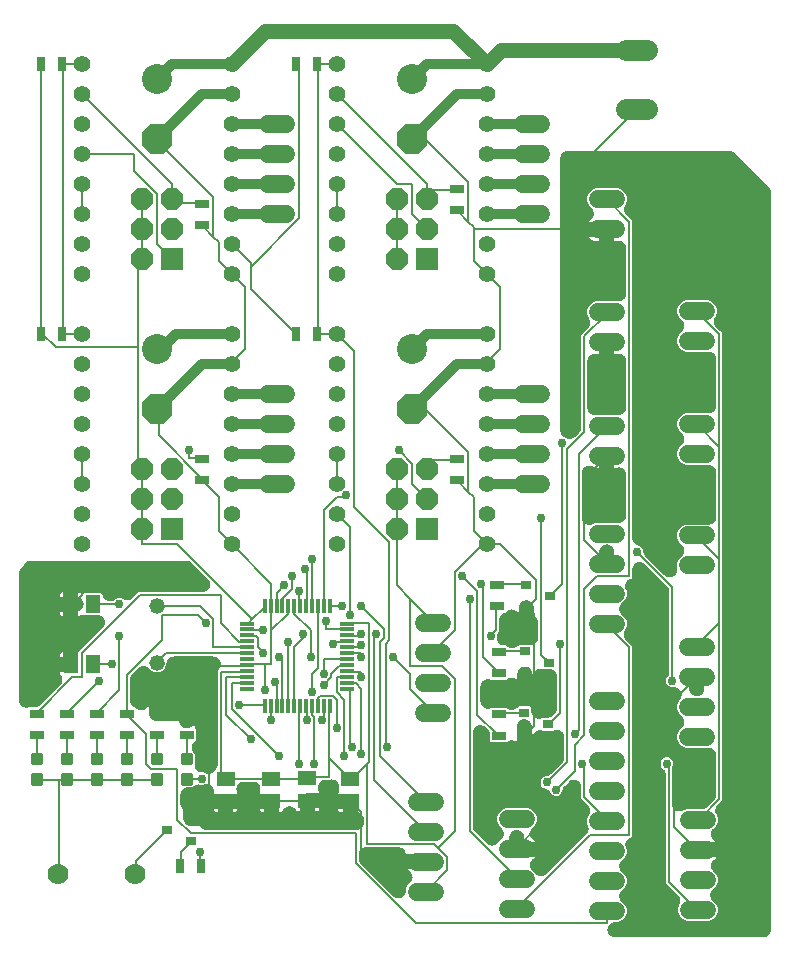
<source format=gbr>
G04 EAGLE Gerber X2 export*
%TF.Part,Single*%
%TF.FileFunction,Copper,L1,Top,Mixed*%
%TF.FilePolarity,Positive*%
%TF.GenerationSoftware,Autodesk,EAGLE,9.1.0*%
%TF.CreationDate,2018-10-25T18:21:55Z*%
G75*
%MOMM*%
%FSLAX34Y34*%
%LPD*%
%AMOC8*
5,1,8,0,0,1.08239X$1,22.5*%
G01*
%ADD10C,0.300000*%
%ADD11R,1.879600X1.879600*%
%ADD12P,2.034460X8X112.500000*%
%ADD13R,0.800000X1.200000*%
%ADD14R,1.200000X0.800000*%
%ADD15C,1.408000*%
%ADD16C,1.790700*%
%ADD17R,1.200000X0.300000*%
%ADD18R,0.300000X1.200000*%
%ADD19C,1.320800*%
%ADD20R,1.300000X1.500000*%
%ADD21C,1.524000*%
%ADD22R,1.500000X1.300000*%
%ADD23C,1.778000*%
%ADD24R,0.889000X0.787400*%
%ADD25C,2.540000*%
%ADD26P,2.749271X8X292.500000*%
%ADD27C,0.812800*%
%ADD28C,1.270000*%
%ADD29C,0.203200*%
%ADD30C,0.756400*%

G36*
X640593Y10161D02*
X640593Y10161D01*
X640596Y10161D01*
X640943Y10181D01*
X641301Y10201D01*
X641304Y10201D01*
X641307Y10201D01*
X641647Y10260D01*
X642004Y10320D01*
X642006Y10321D01*
X642009Y10321D01*
X642354Y10421D01*
X642688Y10517D01*
X642691Y10519D01*
X642694Y10519D01*
X643018Y10654D01*
X643346Y10790D01*
X643349Y10792D01*
X643351Y10793D01*
X643663Y10965D01*
X643970Y11135D01*
X643972Y11137D01*
X643975Y11138D01*
X644272Y11349D01*
X644551Y11547D01*
X644553Y11549D01*
X644555Y11551D01*
X644815Y11784D01*
X645082Y12022D01*
X645084Y12025D01*
X645086Y12026D01*
X645324Y12294D01*
X645556Y12554D01*
X645558Y12556D01*
X645560Y12558D01*
X645758Y12839D01*
X645968Y13135D01*
X645970Y13138D01*
X645971Y13140D01*
X646133Y13433D01*
X646312Y13759D01*
X646313Y13762D01*
X646315Y13764D01*
X646443Y14075D01*
X646584Y14417D01*
X646585Y14420D01*
X646586Y14423D01*
X646679Y14747D01*
X646781Y15102D01*
X646782Y15105D01*
X646782Y15107D01*
X646839Y15442D01*
X646900Y15804D01*
X646900Y15807D01*
X646901Y15810D01*
X646939Y16510D01*
X646939Y640840D01*
X646939Y640844D01*
X646939Y640849D01*
X646919Y641201D01*
X646899Y641551D01*
X646899Y641556D01*
X646898Y641560D01*
X646838Y641911D01*
X646780Y642254D01*
X646779Y642258D01*
X646778Y642262D01*
X646676Y642614D01*
X646583Y642938D01*
X646581Y642942D01*
X646580Y642946D01*
X646444Y643272D01*
X646310Y643596D01*
X646308Y643600D01*
X646306Y643604D01*
X646142Y643899D01*
X645965Y644220D01*
X645963Y644223D01*
X645960Y644227D01*
X645748Y644526D01*
X645553Y644801D01*
X645550Y644804D01*
X645547Y644807D01*
X645080Y645330D01*
X616376Y674034D01*
X616372Y674036D01*
X616370Y674040D01*
X616100Y674280D01*
X615844Y674508D01*
X615841Y674511D01*
X615838Y674514D01*
X615546Y674720D01*
X615263Y674921D01*
X615260Y674923D01*
X615256Y674925D01*
X614951Y675093D01*
X614640Y675265D01*
X614636Y675267D01*
X614632Y675269D01*
X614315Y675399D01*
X613982Y675538D01*
X613977Y675539D01*
X613973Y675540D01*
X613638Y675636D01*
X613297Y675735D01*
X613293Y675735D01*
X613289Y675736D01*
X612932Y675796D01*
X612594Y675854D01*
X612590Y675854D01*
X612586Y675855D01*
X611886Y675893D01*
X474980Y675893D01*
X474977Y675893D01*
X474974Y675893D01*
X474627Y675873D01*
X474269Y675853D01*
X474266Y675853D01*
X474263Y675853D01*
X473923Y675794D01*
X473566Y675734D01*
X473564Y675733D01*
X473561Y675733D01*
X473216Y675633D01*
X472882Y675537D01*
X472879Y675535D01*
X472876Y675535D01*
X472552Y675400D01*
X472224Y675264D01*
X472221Y675262D01*
X472219Y675261D01*
X471907Y675089D01*
X471600Y674919D01*
X471598Y674917D01*
X471595Y674916D01*
X471298Y674705D01*
X471019Y674507D01*
X471017Y674505D01*
X471015Y674503D01*
X470747Y674263D01*
X470488Y674032D01*
X470487Y674029D01*
X470484Y674028D01*
X470246Y673760D01*
X470014Y673500D01*
X470012Y673498D01*
X470010Y673496D01*
X469812Y673215D01*
X469602Y672919D01*
X469601Y672916D01*
X469599Y672914D01*
X469436Y672618D01*
X469258Y672295D01*
X469257Y672292D01*
X469255Y672290D01*
X469124Y671972D01*
X468986Y671637D01*
X468985Y671634D01*
X468984Y671631D01*
X468890Y671302D01*
X468789Y670952D01*
X468788Y670949D01*
X468788Y670947D01*
X468728Y670593D01*
X468670Y670250D01*
X468670Y670247D01*
X468669Y670244D01*
X468631Y669544D01*
X468631Y439137D01*
X468641Y438956D01*
X468641Y438774D01*
X468661Y438600D01*
X468671Y438426D01*
X468701Y438246D01*
X468722Y438066D01*
X468761Y437896D01*
X468790Y437724D01*
X468841Y437549D01*
X468881Y437372D01*
X468939Y437207D01*
X468987Y437039D01*
X469057Y436871D01*
X469117Y436699D01*
X469193Y436542D01*
X469260Y436381D01*
X469348Y436222D01*
X469427Y436058D01*
X469521Y435910D01*
X469605Y435757D01*
X469710Y435610D01*
X469807Y435455D01*
X469917Y435319D01*
X470018Y435177D01*
X470138Y435041D01*
X470252Y434899D01*
X470376Y434776D01*
X470492Y434646D01*
X470628Y434524D01*
X470757Y434396D01*
X470894Y434287D01*
X471024Y434171D01*
X471172Y434066D01*
X471315Y433953D01*
X471462Y433860D01*
X471605Y433759D01*
X471765Y433671D01*
X471918Y433575D01*
X472078Y433498D01*
X472229Y433415D01*
X472389Y433349D01*
X472550Y433271D01*
X473451Y432898D01*
X473570Y432832D01*
X473864Y432670D01*
X473867Y432669D01*
X473870Y432667D01*
X474198Y432532D01*
X474522Y432397D01*
X474525Y432397D01*
X474528Y432395D01*
X474862Y432300D01*
X475207Y432200D01*
X475210Y432200D01*
X475213Y432199D01*
X475570Y432139D01*
X475909Y432081D01*
X475912Y432081D01*
X475916Y432080D01*
X476278Y432061D01*
X476620Y432041D01*
X476624Y432042D01*
X476627Y432041D01*
X476979Y432062D01*
X477332Y432082D01*
X477335Y432082D01*
X477338Y432082D01*
X477687Y432142D01*
X478034Y432201D01*
X478037Y432202D01*
X478040Y432203D01*
X478385Y432303D01*
X478718Y432399D01*
X478721Y432400D01*
X478725Y432401D01*
X479051Y432537D01*
X479376Y432672D01*
X479379Y432673D01*
X479382Y432675D01*
X479685Y432843D01*
X480000Y433017D01*
X480003Y433019D01*
X480005Y433020D01*
X480300Y433230D01*
X480581Y433429D01*
X480583Y433431D01*
X480586Y433434D01*
X481108Y433901D01*
X484550Y437343D01*
X484552Y437346D01*
X484556Y437349D01*
X484794Y437617D01*
X485024Y437874D01*
X485027Y437877D01*
X485030Y437881D01*
X485239Y438176D01*
X485437Y438455D01*
X485439Y438459D01*
X485441Y438462D01*
X485610Y438769D01*
X485781Y439079D01*
X485783Y439083D01*
X485785Y439086D01*
X485915Y439401D01*
X486054Y439737D01*
X486055Y439741D01*
X486056Y439745D01*
X486151Y440076D01*
X486251Y440422D01*
X486251Y440426D01*
X486252Y440430D01*
X486311Y440779D01*
X486370Y441124D01*
X486370Y441128D01*
X486371Y441132D01*
X486409Y441832D01*
X486409Y519618D01*
X486796Y520552D01*
X492104Y525860D01*
X492106Y525862D01*
X492109Y525864D01*
X492356Y526142D01*
X492579Y526391D01*
X492581Y526394D01*
X492583Y526396D01*
X492787Y526684D01*
X492991Y526972D01*
X492993Y526975D01*
X492994Y526977D01*
X493166Y527288D01*
X493336Y527596D01*
X493337Y527599D01*
X493338Y527601D01*
X493471Y527923D01*
X493608Y528254D01*
X493609Y528257D01*
X493610Y528260D01*
X493708Y528599D01*
X493805Y528939D01*
X493806Y528942D01*
X493807Y528945D01*
X493866Y529297D01*
X493924Y529641D01*
X493924Y529644D01*
X493925Y529647D01*
X493945Y530011D01*
X493964Y530352D01*
X493964Y530355D01*
X493964Y530358D01*
X493945Y530692D01*
X493924Y531064D01*
X493923Y531067D01*
X493923Y531070D01*
X493864Y531412D01*
X493804Y531766D01*
X493803Y531769D01*
X493803Y531772D01*
X493707Y532102D01*
X493606Y532450D01*
X493605Y532453D01*
X493604Y532456D01*
X493474Y532769D01*
X493333Y533108D01*
X493332Y533111D01*
X493331Y533114D01*
X493165Y533413D01*
X492988Y533732D01*
X492986Y533734D01*
X492985Y533737D01*
X492783Y534021D01*
X492704Y534132D01*
X491235Y537677D01*
X491235Y541315D01*
X492627Y544676D01*
X495200Y547249D01*
X498561Y548641D01*
X518160Y548641D01*
X518163Y548641D01*
X518166Y548641D01*
X518513Y548661D01*
X518871Y548681D01*
X518874Y548681D01*
X518877Y548681D01*
X519217Y548740D01*
X519574Y548800D01*
X519576Y548801D01*
X519579Y548801D01*
X519924Y548901D01*
X520258Y548997D01*
X520261Y548999D01*
X520264Y548999D01*
X520578Y549130D01*
X520916Y549270D01*
X520919Y549272D01*
X520921Y549273D01*
X521233Y549445D01*
X521540Y549615D01*
X521542Y549617D01*
X521545Y549618D01*
X521842Y549829D01*
X522121Y550027D01*
X522123Y550029D01*
X522125Y550031D01*
X522392Y550270D01*
X522652Y550502D01*
X522654Y550505D01*
X522656Y550506D01*
X522894Y550774D01*
X523126Y551034D01*
X523128Y551036D01*
X523130Y551038D01*
X523327Y551318D01*
X523538Y551615D01*
X523540Y551618D01*
X523541Y551620D01*
X523693Y551895D01*
X523882Y552239D01*
X523883Y552242D01*
X523885Y552244D01*
X524016Y552562D01*
X524154Y552897D01*
X524155Y552900D01*
X524156Y552903D01*
X524248Y553222D01*
X524351Y553582D01*
X524352Y553585D01*
X524352Y553587D01*
X524412Y553941D01*
X524470Y554284D01*
X524470Y554287D01*
X524471Y554290D01*
X524509Y554990D01*
X524509Y593282D01*
X524506Y593344D01*
X524508Y593406D01*
X524486Y593699D01*
X524469Y593993D01*
X524459Y594055D01*
X524454Y594117D01*
X524399Y594405D01*
X524350Y594696D01*
X524333Y594755D01*
X524321Y594816D01*
X524234Y595098D01*
X524153Y595380D01*
X524129Y595437D01*
X524110Y595497D01*
X523992Y595767D01*
X523880Y596038D01*
X523850Y596093D01*
X523825Y596150D01*
X523677Y596404D01*
X523535Y596662D01*
X523499Y596712D01*
X523468Y596766D01*
X523292Y597003D01*
X523123Y597243D01*
X523081Y597289D01*
X523044Y597339D01*
X522843Y597555D01*
X522648Y597774D01*
X522601Y597815D01*
X522559Y597861D01*
X522336Y598052D01*
X522116Y598248D01*
X522065Y598284D01*
X522018Y598324D01*
X521776Y598489D01*
X521535Y598660D01*
X521480Y598690D01*
X521429Y598725D01*
X521169Y598862D01*
X520911Y599004D01*
X520854Y599028D01*
X520799Y599057D01*
X520525Y599164D01*
X520253Y599276D01*
X520193Y599294D01*
X520135Y599316D01*
X519851Y599392D01*
X519568Y599473D01*
X519507Y599484D01*
X519447Y599499D01*
X519156Y599543D01*
X518866Y599592D01*
X518804Y599595D01*
X518742Y599604D01*
X518449Y599615D01*
X518154Y599631D01*
X518092Y599628D01*
X518030Y599630D01*
X517723Y599607D01*
X517443Y599591D01*
X517388Y599581D01*
X517331Y599577D01*
X516286Y599439D01*
X514349Y599439D01*
X514349Y609600D01*
X514349Y609603D01*
X514349Y609605D01*
X514330Y609953D01*
X514309Y610311D01*
X514309Y610314D01*
X514309Y610317D01*
X514253Y610641D01*
X514190Y611013D01*
X514189Y611016D01*
X514189Y611019D01*
X514089Y611364D01*
X513993Y611698D01*
X513992Y611700D01*
X513991Y611703D01*
X513856Y612027D01*
X513720Y612356D01*
X513718Y612359D01*
X513717Y612361D01*
X513545Y612673D01*
X513375Y612979D01*
X513374Y612982D01*
X513372Y612984D01*
X513161Y613281D01*
X512963Y613560D01*
X512961Y613562D01*
X512959Y613565D01*
X512719Y613833D01*
X512488Y614091D01*
X512487Y614092D01*
X512485Y614093D01*
X512484Y614095D01*
X512483Y614095D01*
X512483Y614096D01*
X512230Y614321D01*
X511956Y614566D01*
X511953Y614568D01*
X511951Y614570D01*
X511671Y614768D01*
X511375Y614978D01*
X511372Y614980D01*
X511370Y614981D01*
X511084Y615139D01*
X510751Y615322D01*
X510748Y615324D01*
X510746Y615325D01*
X510427Y615456D01*
X510092Y615595D01*
X510090Y615595D01*
X510087Y615596D01*
X509758Y615691D01*
X509408Y615791D01*
X509405Y615792D01*
X509402Y615793D01*
X509048Y615852D01*
X508705Y615910D01*
X508703Y615910D01*
X508700Y615911D01*
X508000Y615949D01*
X492445Y615949D01*
X492724Y616314D01*
X493666Y617256D01*
X494444Y617852D01*
X494491Y617893D01*
X494542Y617929D01*
X494761Y618125D01*
X494984Y618317D01*
X495026Y618363D01*
X495072Y618404D01*
X495268Y618624D01*
X495468Y618839D01*
X495505Y618889D01*
X495547Y618936D01*
X495716Y619175D01*
X495891Y619413D01*
X495922Y619466D01*
X495958Y619517D01*
X496100Y619775D01*
X496247Y620030D01*
X496272Y620086D01*
X496302Y620141D01*
X496414Y620413D01*
X496532Y620683D01*
X496550Y620742D01*
X496574Y620799D01*
X496655Y621082D01*
X496742Y621364D01*
X496753Y621425D01*
X496770Y621484D01*
X496819Y621775D01*
X496874Y622064D01*
X496879Y622125D01*
X496889Y622187D01*
X496905Y622482D01*
X496927Y622774D01*
X496925Y622836D01*
X496928Y622898D01*
X496911Y623192D01*
X496900Y623486D01*
X496891Y623547D01*
X496887Y623609D01*
X496837Y623899D01*
X496793Y624190D01*
X496777Y624250D01*
X496767Y624312D01*
X496685Y624594D01*
X496608Y624878D01*
X496586Y624936D01*
X496568Y624996D01*
X496455Y625267D01*
X496348Y625541D01*
X496319Y625596D01*
X496295Y625654D01*
X496152Y625911D01*
X496014Y626171D01*
X495979Y626222D01*
X495949Y626277D01*
X495779Y626516D01*
X495612Y626759D01*
X495572Y626806D01*
X495536Y626857D01*
X495330Y627087D01*
X495147Y627299D01*
X495106Y627337D01*
X495068Y627379D01*
X492627Y629820D01*
X491235Y633181D01*
X491235Y636819D01*
X492627Y640180D01*
X495200Y642753D01*
X498561Y644145D01*
X517439Y644145D01*
X520800Y642753D01*
X523373Y640180D01*
X524765Y636819D01*
X524765Y633181D01*
X523063Y629073D01*
X523003Y628901D01*
X522934Y628733D01*
X522886Y628566D01*
X522828Y628401D01*
X522787Y628223D01*
X522737Y628048D01*
X522708Y627876D01*
X522669Y627706D01*
X522649Y627525D01*
X522619Y627346D01*
X522609Y627172D01*
X522590Y626998D01*
X522590Y626816D01*
X522580Y626635D01*
X522590Y626460D01*
X522590Y626286D01*
X522610Y626105D01*
X522621Y625923D01*
X522650Y625751D01*
X522670Y625578D01*
X522710Y625401D01*
X522741Y625221D01*
X522790Y625053D01*
X522829Y624883D01*
X522889Y624711D01*
X522939Y624537D01*
X523006Y624376D01*
X523064Y624211D01*
X523143Y624047D01*
X523213Y623879D01*
X523298Y623726D01*
X523374Y623569D01*
X523470Y623415D01*
X523559Y623256D01*
X523660Y623114D01*
X523753Y622966D01*
X523866Y622824D01*
X523972Y622676D01*
X524090Y622544D01*
X524198Y622409D01*
X524320Y622287D01*
X524439Y622154D01*
X529204Y617389D01*
X529591Y616455D01*
X529591Y348114D01*
X529601Y347933D01*
X529601Y347751D01*
X529621Y347577D01*
X529631Y347403D01*
X529661Y347224D01*
X529682Y347043D01*
X529721Y346873D01*
X529750Y346701D01*
X529800Y346526D01*
X529841Y346349D01*
X529899Y346184D01*
X529947Y346016D01*
X530017Y345848D01*
X530077Y345677D01*
X530153Y345519D01*
X530220Y345358D01*
X530308Y345199D01*
X530387Y345035D01*
X530481Y344887D01*
X530565Y344735D01*
X530670Y344586D01*
X530767Y344432D01*
X530876Y344296D01*
X530977Y344154D01*
X531099Y344018D01*
X531212Y343876D01*
X531336Y343753D01*
X531452Y343623D01*
X531588Y343502D01*
X531717Y343373D01*
X531854Y343264D01*
X531984Y343148D01*
X532132Y343043D01*
X532275Y342930D01*
X532422Y342837D01*
X532565Y342736D01*
X532724Y342648D01*
X532878Y342552D01*
X533038Y342475D01*
X533189Y342392D01*
X533349Y342326D01*
X533510Y342248D01*
X536406Y341049D01*
X537899Y339556D01*
X538707Y337606D01*
X538707Y337466D01*
X538707Y337462D01*
X538707Y337458D01*
X538727Y337105D01*
X538747Y336755D01*
X538747Y336751D01*
X538748Y336747D01*
X538808Y336396D01*
X538866Y336053D01*
X538867Y336049D01*
X538868Y336044D01*
X538970Y335692D01*
X539063Y335368D01*
X539065Y335364D01*
X539066Y335360D01*
X539202Y335034D01*
X539336Y334710D01*
X539338Y334706D01*
X539340Y334702D01*
X539510Y334396D01*
X539681Y334087D01*
X539683Y334083D01*
X539686Y334079D01*
X539898Y333781D01*
X540093Y333506D01*
X540096Y333503D01*
X540099Y333499D01*
X540566Y332977D01*
X556842Y316701D01*
X556976Y316582D01*
X557103Y316455D01*
X557241Y316344D01*
X557374Y316226D01*
X557520Y316122D01*
X557660Y316011D01*
X557810Y315917D01*
X557955Y315814D01*
X558111Y315727D01*
X558263Y315632D01*
X558423Y315555D01*
X558578Y315469D01*
X558744Y315401D01*
X558905Y315323D01*
X559073Y315265D01*
X559236Y315197D01*
X559409Y315147D01*
X559578Y315088D01*
X559751Y315049D01*
X559921Y315000D01*
X560097Y314970D01*
X560272Y314930D01*
X560449Y314910D01*
X560623Y314881D01*
X560802Y314871D01*
X560980Y314851D01*
X561158Y314851D01*
X561335Y314841D01*
X561514Y314851D01*
X561693Y314851D01*
X561869Y314871D01*
X562046Y314881D01*
X562223Y314912D01*
X562401Y314932D01*
X562573Y314971D01*
X562748Y315001D01*
X562921Y315051D01*
X563095Y315091D01*
X563262Y315150D01*
X563433Y315199D01*
X563598Y315267D01*
X563767Y315327D01*
X563927Y315404D01*
X564091Y315472D01*
X564248Y315559D01*
X564409Y315637D01*
X564559Y315731D01*
X564714Y315817D01*
X564860Y315921D01*
X565012Y316016D01*
X565150Y316127D01*
X565295Y316230D01*
X565428Y316349D01*
X565568Y316461D01*
X565693Y316586D01*
X565826Y316705D01*
X565945Y316839D01*
X566071Y316965D01*
X566182Y317104D01*
X566300Y317236D01*
X566403Y317383D01*
X566515Y317523D01*
X566609Y317673D01*
X566711Y317818D01*
X566798Y317975D01*
X566893Y318127D01*
X566970Y318286D01*
X567055Y318442D01*
X567124Y318608D01*
X567201Y318769D01*
X567260Y318936D01*
X567327Y319100D01*
X567377Y319272D01*
X567436Y319442D01*
X567475Y319615D01*
X567524Y319785D01*
X567554Y319962D01*
X567593Y320136D01*
X567613Y320312D01*
X567642Y320488D01*
X567652Y320667D01*
X567672Y320845D01*
X567671Y321022D01*
X567681Y321199D01*
X567671Y321378D01*
X567671Y321557D01*
X567650Y321733D01*
X567640Y321910D01*
X567610Y322087D01*
X567590Y322265D01*
X567550Y322437D01*
X567520Y322612D01*
X567470Y322785D01*
X567435Y322936D01*
X567435Y326685D01*
X568827Y330046D01*
X571858Y333076D01*
X571860Y333079D01*
X571862Y333080D01*
X572091Y333338D01*
X572332Y333608D01*
X572334Y333610D01*
X572336Y333612D01*
X572535Y333894D01*
X572745Y334189D01*
X572746Y334191D01*
X572748Y334194D01*
X572917Y334501D01*
X573089Y334812D01*
X573090Y334815D01*
X573092Y334817D01*
X573229Y335150D01*
X573362Y335470D01*
X573362Y335473D01*
X573364Y335476D01*
X573458Y335804D01*
X573559Y336155D01*
X573559Y336158D01*
X573560Y336161D01*
X573622Y336526D01*
X573678Y336858D01*
X573678Y336860D01*
X573678Y336863D01*
X573699Y337229D01*
X573717Y337569D01*
X573717Y337572D01*
X573717Y337575D01*
X573697Y337926D01*
X573677Y338280D01*
X573677Y338283D01*
X573677Y338286D01*
X573618Y338629D01*
X573557Y338982D01*
X573557Y338985D01*
X573556Y338988D01*
X573452Y339346D01*
X573360Y339667D01*
X573359Y339669D01*
X573358Y339672D01*
X573217Y340010D01*
X573087Y340325D01*
X573085Y340327D01*
X573084Y340330D01*
X572914Y340637D01*
X572742Y340948D01*
X572740Y340950D01*
X572739Y340953D01*
X572530Y341246D01*
X572329Y341529D01*
X572327Y341531D01*
X572325Y341533D01*
X571858Y342056D01*
X568827Y345086D01*
X567435Y348447D01*
X567435Y352085D01*
X568827Y355446D01*
X571400Y358019D01*
X574761Y359411D01*
X594360Y359411D01*
X594363Y359411D01*
X594366Y359411D01*
X594713Y359431D01*
X595071Y359451D01*
X595074Y359451D01*
X595077Y359451D01*
X595417Y359510D01*
X595774Y359570D01*
X595776Y359571D01*
X595779Y359571D01*
X596124Y359671D01*
X596458Y359767D01*
X596461Y359769D01*
X596464Y359769D01*
X596788Y359904D01*
X597116Y360040D01*
X597119Y360042D01*
X597121Y360043D01*
X597433Y360215D01*
X597740Y360385D01*
X597742Y360387D01*
X597745Y360388D01*
X598042Y360599D01*
X598321Y360797D01*
X598323Y360799D01*
X598325Y360801D01*
X598593Y361041D01*
X598852Y361272D01*
X598854Y361275D01*
X598856Y361276D01*
X599094Y361544D01*
X599326Y361804D01*
X599328Y361806D01*
X599330Y361808D01*
X599527Y362088D01*
X599738Y362385D01*
X599740Y362388D01*
X599741Y362390D01*
X599904Y362686D01*
X600082Y363009D01*
X600083Y363012D01*
X600085Y363014D01*
X600212Y363323D01*
X600354Y363667D01*
X600355Y363670D01*
X600356Y363673D01*
X600451Y364002D01*
X600551Y364352D01*
X600552Y364355D01*
X600552Y364357D01*
X600612Y364711D01*
X600670Y365054D01*
X600670Y365057D01*
X600671Y365060D01*
X600709Y365760D01*
X600709Y403606D01*
X600709Y403609D01*
X600709Y403612D01*
X600689Y403959D01*
X600669Y404317D01*
X600669Y404320D01*
X600669Y404323D01*
X600610Y404663D01*
X600550Y405020D01*
X600549Y405022D01*
X600549Y405025D01*
X600449Y405370D01*
X600353Y405704D01*
X600351Y405707D01*
X600351Y405710D01*
X600216Y406034D01*
X600080Y406362D01*
X600078Y406365D01*
X600077Y406367D01*
X599905Y406679D01*
X599735Y406986D01*
X599733Y406988D01*
X599732Y406991D01*
X599531Y407272D01*
X599323Y407567D01*
X599321Y407569D01*
X599319Y407571D01*
X599079Y407839D01*
X598848Y408098D01*
X598845Y408100D01*
X598844Y408102D01*
X598576Y408340D01*
X598316Y408572D01*
X598314Y408574D01*
X598312Y408576D01*
X598031Y408774D01*
X597735Y408984D01*
X597732Y408986D01*
X597730Y408987D01*
X597434Y409150D01*
X597111Y409328D01*
X597108Y409329D01*
X597106Y409331D01*
X596788Y409462D01*
X596453Y409600D01*
X596450Y409601D01*
X596447Y409602D01*
X596118Y409697D01*
X595768Y409797D01*
X595765Y409798D01*
X595763Y409798D01*
X595409Y409858D01*
X595066Y409916D01*
X595063Y409916D01*
X595060Y409917D01*
X594360Y409955D01*
X574761Y409955D01*
X571400Y411347D01*
X568827Y413920D01*
X567435Y417281D01*
X567435Y420919D01*
X568827Y424280D01*
X571858Y427310D01*
X571860Y427313D01*
X571862Y427314D01*
X572091Y427572D01*
X572332Y427842D01*
X572334Y427844D01*
X572336Y427846D01*
X572535Y428128D01*
X572745Y428423D01*
X572746Y428425D01*
X572748Y428428D01*
X572917Y428735D01*
X573089Y429046D01*
X573090Y429049D01*
X573092Y429051D01*
X573229Y429384D01*
X573362Y429704D01*
X573362Y429707D01*
X573364Y429710D01*
X573465Y430063D01*
X573559Y430389D01*
X573559Y430392D01*
X573560Y430395D01*
X573622Y430760D01*
X573678Y431092D01*
X573678Y431094D01*
X573678Y431097D01*
X573699Y431463D01*
X573717Y431803D01*
X573717Y431806D01*
X573717Y431809D01*
X573697Y432160D01*
X573677Y432514D01*
X573677Y432517D01*
X573677Y432520D01*
X573618Y432863D01*
X573557Y433216D01*
X573557Y433219D01*
X573556Y433222D01*
X573454Y433575D01*
X573360Y433901D01*
X573359Y433903D01*
X573358Y433906D01*
X573217Y434244D01*
X573087Y434559D01*
X573085Y434561D01*
X573084Y434564D01*
X572923Y434855D01*
X572742Y435182D01*
X572740Y435184D01*
X572739Y435187D01*
X572530Y435480D01*
X572329Y435763D01*
X572327Y435765D01*
X572325Y435767D01*
X571858Y436290D01*
X568827Y439320D01*
X567435Y442681D01*
X567435Y446319D01*
X568827Y449680D01*
X571400Y452253D01*
X574761Y453645D01*
X594360Y453645D01*
X594363Y453645D01*
X594366Y453645D01*
X594713Y453665D01*
X595071Y453685D01*
X595074Y453685D01*
X595077Y453685D01*
X595417Y453744D01*
X595774Y453804D01*
X595776Y453805D01*
X595779Y453805D01*
X596124Y453905D01*
X596458Y454001D01*
X596461Y454003D01*
X596464Y454003D01*
X596788Y454138D01*
X597116Y454274D01*
X597119Y454276D01*
X597121Y454277D01*
X597432Y454449D01*
X597740Y454619D01*
X597742Y454621D01*
X597745Y454622D01*
X598042Y454833D01*
X598321Y455031D01*
X598323Y455033D01*
X598325Y455035D01*
X598593Y455275D01*
X598852Y455506D01*
X598854Y455509D01*
X598856Y455510D01*
X599094Y455778D01*
X599326Y456038D01*
X599328Y456040D01*
X599330Y456042D01*
X599527Y456322D01*
X599738Y456619D01*
X599740Y456622D01*
X599741Y456624D01*
X599904Y456920D01*
X600082Y457243D01*
X600083Y457246D01*
X600085Y457248D01*
X600216Y457566D01*
X600354Y457901D01*
X600355Y457904D01*
X600356Y457907D01*
X600451Y458236D01*
X600551Y458586D01*
X600552Y458589D01*
X600552Y458591D01*
X600612Y458945D01*
X600670Y459288D01*
X600670Y459291D01*
X600671Y459294D01*
X600709Y459994D01*
X600709Y499618D01*
X600709Y499621D01*
X600709Y499624D01*
X600689Y499971D01*
X600669Y500329D01*
X600669Y500332D01*
X600669Y500335D01*
X600610Y500675D01*
X600550Y501032D01*
X600549Y501034D01*
X600549Y501037D01*
X600449Y501382D01*
X600353Y501716D01*
X600351Y501719D01*
X600351Y501722D01*
X600216Y502046D01*
X600080Y502374D01*
X600078Y502377D01*
X600077Y502379D01*
X599905Y502691D01*
X599735Y502998D01*
X599733Y503000D01*
X599732Y503003D01*
X599521Y503299D01*
X599323Y503579D01*
X599321Y503581D01*
X599319Y503583D01*
X599079Y503851D01*
X598848Y504110D01*
X598845Y504112D01*
X598844Y504114D01*
X598576Y504352D01*
X598316Y504584D01*
X598314Y504586D01*
X598312Y504588D01*
X598031Y504786D01*
X597735Y504996D01*
X597732Y504998D01*
X597730Y504999D01*
X597434Y505162D01*
X597111Y505340D01*
X597108Y505341D01*
X597106Y505343D01*
X596788Y505474D01*
X596453Y505612D01*
X596450Y505613D01*
X596447Y505614D01*
X596118Y505709D01*
X595768Y505809D01*
X595765Y505810D01*
X595763Y505810D01*
X595409Y505870D01*
X595066Y505928D01*
X595063Y505928D01*
X595060Y505929D01*
X594360Y505967D01*
X574761Y505967D01*
X571400Y507359D01*
X568827Y509932D01*
X567435Y513293D01*
X567435Y516931D01*
X568827Y520292D01*
X571858Y523322D01*
X571860Y523325D01*
X571862Y523326D01*
X572091Y523584D01*
X572332Y523854D01*
X572334Y523856D01*
X572336Y523858D01*
X572535Y524140D01*
X572745Y524435D01*
X572746Y524437D01*
X572748Y524440D01*
X572917Y524747D01*
X573089Y525058D01*
X573090Y525061D01*
X573092Y525063D01*
X573229Y525396D01*
X573362Y525716D01*
X573362Y525719D01*
X573364Y525722D01*
X573465Y526075D01*
X573559Y526401D01*
X573559Y526404D01*
X573560Y526407D01*
X573618Y526752D01*
X573678Y527104D01*
X573678Y527106D01*
X573678Y527109D01*
X573699Y527475D01*
X573717Y527815D01*
X573717Y527818D01*
X573717Y527821D01*
X573697Y528172D01*
X573677Y528526D01*
X573677Y528529D01*
X573677Y528532D01*
X573618Y528875D01*
X573557Y529228D01*
X573557Y529231D01*
X573556Y529234D01*
X573452Y529592D01*
X573360Y529913D01*
X573359Y529915D01*
X573358Y529918D01*
X573217Y530256D01*
X573087Y530571D01*
X573085Y530573D01*
X573084Y530576D01*
X572914Y530884D01*
X572742Y531194D01*
X572740Y531196D01*
X572739Y531199D01*
X572530Y531492D01*
X572329Y531775D01*
X572327Y531777D01*
X572325Y531779D01*
X571858Y532302D01*
X568827Y535332D01*
X567435Y538693D01*
X567435Y542331D01*
X568827Y545692D01*
X571400Y548265D01*
X574761Y549657D01*
X593639Y549657D01*
X597000Y548265D01*
X599573Y545692D01*
X600965Y542331D01*
X600965Y538693D01*
X599304Y534684D01*
X599151Y534406D01*
X599149Y534403D01*
X599148Y534400D01*
X599003Y534050D01*
X598878Y533748D01*
X598877Y533745D01*
X598876Y533741D01*
X598779Y533404D01*
X598681Y533063D01*
X598680Y533060D01*
X598679Y533057D01*
X598620Y532705D01*
X598562Y532361D01*
X598561Y532358D01*
X598561Y532354D01*
X598541Y531994D01*
X598522Y531650D01*
X598522Y531646D01*
X598522Y531643D01*
X598542Y531289D01*
X598562Y530938D01*
X598563Y530935D01*
X598563Y530931D01*
X598625Y530571D01*
X598682Y530236D01*
X598682Y530233D01*
X598683Y530229D01*
X598781Y529892D01*
X598879Y529551D01*
X598880Y529548D01*
X598881Y529545D01*
X599016Y529220D01*
X599152Y528893D01*
X599154Y528891D01*
X599155Y528887D01*
X599326Y528579D01*
X599497Y528270D01*
X599499Y528267D01*
X599501Y528264D01*
X599721Y527955D01*
X599910Y527689D01*
X599912Y527687D01*
X599914Y527684D01*
X600381Y527162D01*
X603796Y523747D01*
X605404Y522139D01*
X605791Y521205D01*
X605791Y126495D01*
X605404Y125561D01*
X601625Y121782D01*
X601504Y121646D01*
X601375Y121517D01*
X601266Y121381D01*
X601150Y121250D01*
X601045Y121102D01*
X600932Y120960D01*
X600839Y120812D01*
X600738Y120669D01*
X600650Y120510D01*
X600553Y120356D01*
X600478Y120198D01*
X600393Y120046D01*
X600324Y119878D01*
X600245Y119714D01*
X600188Y119549D01*
X600121Y119387D01*
X600070Y119213D01*
X600011Y119041D01*
X599972Y118870D01*
X599924Y118703D01*
X599893Y118524D01*
X599853Y118346D01*
X599834Y118172D01*
X599805Y118000D01*
X599795Y117819D01*
X599774Y117638D01*
X599775Y117463D01*
X599765Y117289D01*
X599775Y117108D01*
X599776Y116926D01*
X599795Y116752D01*
X599805Y116578D01*
X599836Y116398D01*
X599857Y116218D01*
X599896Y116048D01*
X599925Y115875D01*
X599976Y115701D01*
X600016Y115524D01*
X600075Y115356D01*
X600123Y115191D01*
X600189Y115031D01*
X600248Y114862D01*
X601727Y111293D01*
X601727Y107655D01*
X600335Y104294D01*
X599579Y103538D01*
X599578Y103538D01*
X597894Y101853D01*
X597852Y101807D01*
X597807Y101765D01*
X597616Y101542D01*
X597419Y101322D01*
X597383Y101271D01*
X597343Y101224D01*
X597177Y100981D01*
X597007Y100741D01*
X596977Y100687D01*
X596942Y100635D01*
X596804Y100374D01*
X596662Y100117D01*
X596639Y100060D01*
X596610Y100005D01*
X596502Y99730D01*
X596390Y99459D01*
X596373Y99399D01*
X596350Y99341D01*
X596274Y99056D01*
X596193Y98774D01*
X596182Y98713D01*
X596166Y98653D01*
X596123Y98362D01*
X596074Y98072D01*
X596070Y98010D01*
X596061Y97949D01*
X596050Y97654D01*
X596034Y97361D01*
X596038Y97299D01*
X596035Y97237D01*
X596058Y96944D01*
X596074Y96649D01*
X596085Y96588D01*
X596090Y96526D01*
X596145Y96238D01*
X596194Y95947D01*
X596211Y95887D01*
X596223Y95826D01*
X596310Y95546D01*
X596392Y95263D01*
X596416Y95205D01*
X596434Y95146D01*
X596552Y94877D01*
X596665Y94605D01*
X596695Y94550D01*
X596720Y94493D01*
X596868Y94238D01*
X597010Y93981D01*
X597046Y93931D01*
X597077Y93877D01*
X597252Y93640D01*
X597423Y93401D01*
X597464Y93354D01*
X597501Y93304D01*
X597702Y93089D01*
X597898Y92870D01*
X597944Y92829D01*
X597986Y92783D01*
X598220Y92582D01*
X598429Y92396D01*
X598475Y92363D01*
X598518Y92326D01*
X599296Y91730D01*
X600238Y90788D01*
X600517Y90423D01*
X584962Y90423D01*
X584959Y90423D01*
X584957Y90423D01*
X584609Y90404D01*
X584251Y90383D01*
X584248Y90383D01*
X584245Y90383D01*
X583905Y90325D01*
X583549Y90264D01*
X583546Y90263D01*
X583543Y90263D01*
X583198Y90163D01*
X582864Y90067D01*
X582862Y90066D01*
X582859Y90065D01*
X582535Y89930D01*
X582206Y89794D01*
X582203Y89792D01*
X582201Y89791D01*
X581884Y89616D01*
X581583Y89449D01*
X581580Y89448D01*
X581578Y89446D01*
X581281Y89235D01*
X581002Y89037D01*
X581000Y89035D01*
X580997Y89033D01*
X580729Y88793D01*
X580471Y88562D01*
X580469Y88560D01*
X580467Y88558D01*
X580222Y88283D01*
X579996Y88030D01*
X579995Y88028D01*
X579993Y88026D01*
X579794Y87744D01*
X579584Y87449D01*
X579583Y87446D01*
X579581Y87444D01*
X579418Y87148D01*
X579240Y86825D01*
X579239Y86823D01*
X579238Y86820D01*
X579103Y86493D01*
X578968Y86167D01*
X578967Y86164D01*
X578966Y86162D01*
X578867Y85817D01*
X578771Y85482D01*
X578771Y85479D01*
X578770Y85477D01*
X578709Y85113D01*
X578652Y84780D01*
X578652Y84777D01*
X578652Y84774D01*
X578613Y84074D01*
X578613Y84071D01*
X578613Y84068D01*
X578633Y83717D01*
X578653Y83363D01*
X578654Y83360D01*
X578654Y83357D01*
X578715Y82997D01*
X578772Y82660D01*
X578773Y82657D01*
X578774Y82655D01*
X578878Y82294D01*
X578970Y81976D01*
X578971Y81973D01*
X578972Y81970D01*
X579106Y81646D01*
X579243Y81318D01*
X579244Y81315D01*
X579245Y81312D01*
X579418Y81001D01*
X579587Y80694D01*
X579589Y80692D01*
X579590Y80689D01*
X579802Y80392D01*
X580000Y80113D01*
X580002Y80111D01*
X580003Y80109D01*
X580247Y79836D01*
X580475Y79582D01*
X580477Y79580D01*
X580479Y79578D01*
X580746Y79340D01*
X581006Y79108D01*
X581009Y79106D01*
X581011Y79104D01*
X581291Y78906D01*
X581587Y78696D01*
X581590Y78694D01*
X581592Y78693D01*
X581889Y78530D01*
X582211Y78352D01*
X582214Y78350D01*
X582216Y78349D01*
X582535Y78218D01*
X582870Y78079D01*
X582872Y78079D01*
X582875Y78078D01*
X583206Y77983D01*
X583554Y77883D01*
X583557Y77882D01*
X583560Y77881D01*
X583914Y77822D01*
X584257Y77764D01*
X584259Y77764D01*
X584262Y77763D01*
X584962Y77725D01*
X600517Y77725D01*
X600238Y77360D01*
X599296Y76418D01*
X598518Y75822D01*
X598471Y75781D01*
X598420Y75745D01*
X598201Y75549D01*
X597978Y75357D01*
X597936Y75311D01*
X597890Y75270D01*
X597694Y75050D01*
X597494Y74835D01*
X597457Y74785D01*
X597415Y74738D01*
X597245Y74498D01*
X597071Y74261D01*
X597040Y74208D01*
X597004Y74157D01*
X596862Y73899D01*
X596715Y73644D01*
X596690Y73588D01*
X596660Y73533D01*
X596547Y73260D01*
X596430Y72991D01*
X596412Y72932D01*
X596388Y72875D01*
X596307Y72592D01*
X596220Y72310D01*
X596209Y72249D01*
X596192Y72190D01*
X596143Y71899D01*
X596088Y71610D01*
X596083Y71549D01*
X596073Y71487D01*
X596057Y71192D01*
X596035Y70900D01*
X596037Y70838D01*
X596034Y70776D01*
X596051Y70482D01*
X596062Y70188D01*
X596071Y70127D01*
X596075Y70065D01*
X596125Y69775D01*
X596169Y69484D01*
X596185Y69424D01*
X596195Y69362D01*
X596277Y69080D01*
X596354Y68796D01*
X596376Y68738D01*
X596394Y68678D01*
X596507Y68407D01*
X596614Y68133D01*
X596643Y68078D01*
X596667Y68020D01*
X596810Y67763D01*
X596948Y67503D01*
X596983Y67452D01*
X597013Y67397D01*
X597183Y67158D01*
X597350Y66915D01*
X597390Y66868D01*
X597426Y66817D01*
X597632Y66587D01*
X597815Y66375D01*
X597856Y66337D01*
X597894Y66295D01*
X600335Y63854D01*
X601727Y60493D01*
X601727Y56855D01*
X600335Y53494D01*
X597304Y50464D01*
X597302Y50461D01*
X597300Y50460D01*
X597070Y50202D01*
X596829Y49932D01*
X596828Y49930D01*
X596826Y49928D01*
X596619Y49636D01*
X596417Y49351D01*
X596416Y49349D01*
X596414Y49346D01*
X596237Y49025D01*
X596073Y48728D01*
X596072Y48725D01*
X596070Y48723D01*
X595933Y48390D01*
X595800Y48069D01*
X595799Y48067D01*
X595798Y48064D01*
X595702Y47726D01*
X595603Y47385D01*
X595603Y47382D01*
X595602Y47379D01*
X595539Y47005D01*
X595484Y46682D01*
X595484Y46680D01*
X595484Y46677D01*
X595462Y46290D01*
X595445Y45971D01*
X595445Y45968D01*
X595445Y45965D01*
X595466Y45592D01*
X595485Y45260D01*
X595485Y45257D01*
X595485Y45254D01*
X595545Y44908D01*
X595605Y44558D01*
X595605Y44555D01*
X595606Y44552D01*
X595705Y44211D01*
X595802Y43873D01*
X595803Y43870D01*
X595804Y43868D01*
X595942Y43537D01*
X596075Y43215D01*
X596077Y43213D01*
X596078Y43210D01*
X596251Y42897D01*
X596420Y42592D01*
X596422Y42589D01*
X596423Y42587D01*
X596636Y42289D01*
X596833Y42011D01*
X596835Y42009D01*
X596837Y42007D01*
X597304Y41484D01*
X600335Y38454D01*
X601727Y35093D01*
X601727Y31455D01*
X600335Y28094D01*
X597762Y25521D01*
X594401Y24129D01*
X575523Y24129D01*
X572162Y25521D01*
X569589Y28094D01*
X568197Y31455D01*
X568197Y35093D01*
X569694Y38707D01*
X569754Y38879D01*
X569824Y39047D01*
X569872Y39215D01*
X569930Y39380D01*
X569970Y39557D01*
X570020Y39732D01*
X570049Y39904D01*
X570088Y40074D01*
X570108Y40255D01*
X570139Y40434D01*
X570148Y40608D01*
X570168Y40782D01*
X570168Y40964D01*
X570178Y41145D01*
X570168Y41320D01*
X570167Y41495D01*
X570147Y41675D01*
X570137Y41857D01*
X570107Y42029D01*
X570088Y42202D01*
X570047Y42380D01*
X570016Y42559D01*
X569968Y42727D01*
X569929Y42897D01*
X569869Y43068D01*
X569818Y43243D01*
X569751Y43404D01*
X569693Y43569D01*
X569614Y43733D01*
X569544Y43901D01*
X569460Y44053D01*
X569384Y44211D01*
X569287Y44365D01*
X569199Y44524D01*
X569097Y44666D01*
X569004Y44814D01*
X568891Y44956D01*
X568785Y45104D01*
X568667Y45237D01*
X568560Y45371D01*
X568437Y45493D01*
X568318Y45626D01*
X558234Y55711D01*
X557847Y56645D01*
X557847Y147981D01*
X557847Y147985D01*
X557847Y147990D01*
X557826Y148343D01*
X557807Y148692D01*
X557806Y148696D01*
X557806Y148701D01*
X557746Y149052D01*
X557687Y149395D01*
X557686Y149399D01*
X557685Y149403D01*
X557583Y149755D01*
X557490Y150079D01*
X557488Y150083D01*
X557487Y150087D01*
X557352Y150413D01*
X557217Y150737D01*
X557215Y150741D01*
X557214Y150745D01*
X557044Y151050D01*
X556872Y151361D01*
X556870Y151364D01*
X556868Y151368D01*
X556655Y151666D01*
X556460Y151942D01*
X556457Y151945D01*
X556455Y151948D01*
X555987Y152471D01*
X554301Y154156D01*
X553493Y156107D01*
X553493Y158218D01*
X554301Y160169D01*
X555794Y161661D01*
X557744Y162469D01*
X559856Y162469D01*
X561806Y161661D01*
X563299Y160169D01*
X564107Y158218D01*
X564107Y156107D01*
X563412Y154429D01*
X563351Y154256D01*
X563281Y154086D01*
X563234Y153920D01*
X563176Y153756D01*
X563135Y153577D01*
X563085Y153401D01*
X563056Y153231D01*
X563018Y153062D01*
X562997Y152879D01*
X562967Y152699D01*
X562957Y152523D01*
X562938Y152354D01*
X562938Y152179D01*
X562928Y151999D01*
X562928Y122904D01*
X562938Y122724D01*
X562938Y122544D01*
X562958Y122369D01*
X562968Y122193D01*
X562998Y122015D01*
X563019Y121836D01*
X563058Y121664D01*
X563088Y121490D01*
X563138Y121317D01*
X563178Y121141D01*
X563236Y120975D01*
X563285Y120806D01*
X563354Y120640D01*
X563414Y120469D01*
X563490Y120310D01*
X563558Y120148D01*
X563645Y119990D01*
X563723Y119827D01*
X563817Y119678D01*
X563903Y119524D01*
X564007Y119378D01*
X564103Y119225D01*
X564213Y119087D01*
X564315Y118944D01*
X564435Y118809D01*
X564548Y118668D01*
X564673Y118544D01*
X564790Y118412D01*
X564924Y118292D01*
X565052Y118165D01*
X565190Y118055D01*
X565321Y117938D01*
X565468Y117834D01*
X565610Y117721D01*
X565759Y117628D01*
X565903Y117526D01*
X566061Y117439D01*
X566213Y117343D01*
X566372Y117267D01*
X566526Y117182D01*
X566693Y117113D01*
X566856Y117035D01*
X567022Y116977D01*
X567185Y116910D01*
X567358Y116860D01*
X567528Y116801D01*
X567700Y116762D01*
X567869Y116713D01*
X568047Y116683D01*
X568223Y116643D01*
X568399Y116624D01*
X568572Y116594D01*
X568752Y116584D01*
X568931Y116564D01*
X569108Y116565D01*
X569283Y116555D01*
X569463Y116565D01*
X569644Y116565D01*
X569819Y116585D01*
X569994Y116595D01*
X570172Y116626D01*
X570352Y116646D01*
X570523Y116686D01*
X570697Y116716D01*
X570870Y116766D01*
X571046Y116806D01*
X571215Y116865D01*
X571381Y116913D01*
X571540Y116979D01*
X571707Y117038D01*
X575523Y118619D01*
X588646Y118619D01*
X588650Y118619D01*
X588654Y118619D01*
X589007Y118639D01*
X589357Y118659D01*
X589361Y118659D01*
X589365Y118660D01*
X589716Y118720D01*
X590059Y118778D01*
X590063Y118779D01*
X590068Y118780D01*
X590417Y118881D01*
X590744Y118975D01*
X590748Y118977D01*
X590752Y118978D01*
X591078Y119114D01*
X591402Y119248D01*
X591406Y119250D01*
X591410Y119252D01*
X591716Y119422D01*
X592025Y119593D01*
X592029Y119595D01*
X592033Y119598D01*
X592331Y119810D01*
X592606Y120005D01*
X592609Y120008D01*
X592613Y120011D01*
X593135Y120478D01*
X598850Y126193D01*
X598852Y126196D01*
X598856Y126199D01*
X599086Y126457D01*
X599324Y126724D01*
X599327Y126728D01*
X599330Y126731D01*
X599531Y127015D01*
X599737Y127305D01*
X599739Y127309D01*
X599741Y127312D01*
X599912Y127623D01*
X600081Y127929D01*
X600083Y127933D01*
X600085Y127936D01*
X600215Y128251D01*
X600354Y128587D01*
X600355Y128591D01*
X600356Y128595D01*
X600451Y128925D01*
X600551Y129272D01*
X600551Y129276D01*
X600552Y129280D01*
X600611Y129628D01*
X600670Y129974D01*
X600670Y129978D01*
X600671Y129982D01*
X600709Y130682D01*
X600709Y164084D01*
X600709Y164087D01*
X600709Y164090D01*
X600689Y164437D01*
X600669Y164795D01*
X600669Y164798D01*
X600669Y164801D01*
X600611Y165137D01*
X600550Y165498D01*
X600549Y165500D01*
X600549Y165503D01*
X600453Y165833D01*
X600353Y166182D01*
X600351Y166185D01*
X600351Y166188D01*
X600221Y166499D01*
X600080Y166840D01*
X600078Y166843D01*
X600077Y166845D01*
X599907Y167152D01*
X599735Y167464D01*
X599733Y167466D01*
X599732Y167469D01*
X599521Y167766D01*
X599323Y168045D01*
X599321Y168047D01*
X599319Y168049D01*
X599087Y168308D01*
X598848Y168576D01*
X598845Y168578D01*
X598844Y168580D01*
X598582Y168813D01*
X598316Y169050D01*
X598314Y169052D01*
X598312Y169054D01*
X598031Y169252D01*
X597735Y169462D01*
X597732Y169464D01*
X597730Y169465D01*
X597435Y169628D01*
X597111Y169806D01*
X597108Y169807D01*
X597106Y169809D01*
X596789Y169939D01*
X596453Y170078D01*
X596450Y170079D01*
X596447Y170080D01*
X596118Y170175D01*
X595768Y170275D01*
X595765Y170276D01*
X595763Y170276D01*
X595409Y170336D01*
X595066Y170394D01*
X595063Y170394D01*
X595060Y170395D01*
X594360Y170433D01*
X574761Y170433D01*
X571400Y171825D01*
X568827Y174398D01*
X567435Y177759D01*
X567435Y181397D01*
X568827Y184758D01*
X571858Y187788D01*
X571860Y187791D01*
X571862Y187792D01*
X572081Y188038D01*
X572333Y188320D01*
X572334Y188322D01*
X572336Y188324D01*
X572535Y188605D01*
X572745Y188901D01*
X572746Y188903D01*
X572748Y188906D01*
X572925Y189227D01*
X573089Y189524D01*
X573090Y189527D01*
X573092Y189529D01*
X573228Y189860D01*
X573362Y190183D01*
X573363Y190185D01*
X573364Y190188D01*
X573460Y190526D01*
X573559Y190867D01*
X573559Y190870D01*
X573560Y190873D01*
X573621Y191235D01*
X573678Y191570D01*
X573678Y191572D01*
X573678Y191575D01*
X573698Y191933D01*
X573717Y192281D01*
X573717Y192284D01*
X573717Y192287D01*
X573697Y192638D01*
X573677Y192992D01*
X573677Y192995D01*
X573677Y192998D01*
X573617Y193344D01*
X573557Y193694D01*
X573557Y193697D01*
X573556Y193700D01*
X573457Y194041D01*
X573360Y194379D01*
X573359Y194382D01*
X573358Y194384D01*
X573229Y194694D01*
X573087Y195037D01*
X573085Y195039D01*
X573084Y195042D01*
X572913Y195350D01*
X572742Y195660D01*
X572740Y195663D01*
X572739Y195665D01*
X572527Y195962D01*
X572329Y196241D01*
X572327Y196243D01*
X572325Y196245D01*
X571858Y196768D01*
X568827Y199798D01*
X567435Y203159D01*
X567435Y206797D01*
X568827Y210158D01*
X569536Y210867D01*
X569537Y210868D01*
X569538Y210869D01*
X569759Y211116D01*
X570011Y211398D01*
X570012Y211399D01*
X570013Y211400D01*
X570237Y211716D01*
X570423Y211979D01*
X570424Y211980D01*
X570425Y211982D01*
X570607Y212312D01*
X570768Y212603D01*
X570768Y212604D01*
X570769Y212605D01*
X570909Y212944D01*
X571040Y213261D01*
X571041Y213262D01*
X571041Y213264D01*
X571144Y213621D01*
X571237Y213946D01*
X571237Y213947D01*
X571238Y213948D01*
X571289Y214249D01*
X571356Y214648D01*
X571356Y214650D01*
X571357Y214651D01*
X571375Y214979D01*
X571396Y215359D01*
X571396Y215361D01*
X571396Y215362D01*
X571377Y215700D01*
X571356Y216071D01*
X571355Y216072D01*
X571355Y216073D01*
X571300Y216395D01*
X571236Y216773D01*
X571236Y216774D01*
X571235Y216776D01*
X571145Y217087D01*
X571038Y217457D01*
X571038Y217459D01*
X571037Y217460D01*
X570927Y217726D01*
X570765Y218115D01*
X570765Y218117D01*
X570764Y218118D01*
X570614Y218388D01*
X570420Y218739D01*
X570419Y218740D01*
X570419Y218741D01*
X570255Y218972D01*
X570008Y219319D01*
X570006Y219320D01*
X570006Y219322D01*
X569789Y219563D01*
X569532Y219850D01*
X569531Y219851D01*
X569530Y219852D01*
X569259Y220093D01*
X569001Y220324D01*
X569000Y220325D01*
X568998Y220326D01*
X568701Y220536D01*
X568419Y220736D01*
X568418Y220737D01*
X568417Y220738D01*
X568115Y220904D01*
X567795Y221080D01*
X567794Y221081D01*
X567793Y221081D01*
X567486Y221208D01*
X567137Y221352D01*
X567135Y221352D01*
X567134Y221353D01*
X566810Y221446D01*
X566452Y221548D01*
X566450Y221549D01*
X566449Y221549D01*
X566099Y221608D01*
X565750Y221667D01*
X565748Y221667D01*
X565747Y221667D01*
X565047Y221706D01*
X562507Y221706D01*
X560556Y222514D01*
X559064Y224006D01*
X558256Y225957D01*
X558256Y228068D01*
X559064Y230019D01*
X559162Y230117D01*
X559165Y230120D01*
X559168Y230123D01*
X559397Y230379D01*
X559637Y230648D01*
X559639Y230652D01*
X559642Y230655D01*
X559844Y230940D01*
X560049Y231229D01*
X560051Y231233D01*
X560054Y231237D01*
X560224Y231546D01*
X560394Y231853D01*
X560395Y231857D01*
X560397Y231861D01*
X560531Y232185D01*
X560666Y232511D01*
X560667Y232515D01*
X560669Y232519D01*
X560764Y232852D01*
X560863Y233196D01*
X560864Y233200D01*
X560865Y233204D01*
X560925Y233560D01*
X560982Y233898D01*
X560982Y233902D01*
X560983Y233907D01*
X561022Y234607D01*
X561022Y302705D01*
X561022Y302709D01*
X561022Y302714D01*
X561002Y303062D01*
X560982Y303416D01*
X560981Y303421D01*
X560981Y303425D01*
X560923Y303762D01*
X560862Y304119D01*
X560861Y304123D01*
X560860Y304127D01*
X560760Y304473D01*
X560665Y304803D01*
X560663Y304807D01*
X560662Y304811D01*
X560531Y305127D01*
X560392Y305461D01*
X560390Y305465D01*
X560389Y305469D01*
X560218Y305776D01*
X560047Y306085D01*
X560045Y306088D01*
X560043Y306092D01*
X559830Y306391D01*
X559635Y306666D01*
X559632Y306669D01*
X559630Y306672D01*
X559162Y307195D01*
X540430Y325927D01*
X540429Y325928D01*
X540428Y325929D01*
X540150Y326177D01*
X539898Y326402D01*
X539897Y326403D01*
X539896Y326404D01*
X539575Y326631D01*
X539317Y326814D01*
X539316Y326815D01*
X539315Y326816D01*
X538988Y326996D01*
X538694Y327159D01*
X538692Y327159D01*
X538691Y327160D01*
X538373Y327292D01*
X538035Y327431D01*
X538034Y327432D01*
X538033Y327432D01*
X537678Y327534D01*
X537351Y327628D01*
X537350Y327628D01*
X537348Y327629D01*
X536982Y327691D01*
X536648Y327747D01*
X536647Y327747D01*
X536646Y327748D01*
X536297Y327767D01*
X535937Y327787D01*
X535936Y327787D01*
X535934Y327787D01*
X535599Y327768D01*
X535226Y327747D01*
X535224Y327746D01*
X535223Y327746D01*
X534911Y327693D01*
X534524Y327627D01*
X534522Y327627D01*
X534521Y327626D01*
X534185Y327529D01*
X533839Y327429D01*
X533838Y327429D01*
X533836Y327428D01*
X533504Y327290D01*
X533181Y327156D01*
X533180Y327156D01*
X533179Y327155D01*
X532878Y326988D01*
X532558Y326811D01*
X532557Y326810D01*
X532555Y326810D01*
X532266Y326604D01*
X531977Y326398D01*
X531976Y326397D01*
X531975Y326397D01*
X531715Y326163D01*
X531446Y325923D01*
X531445Y325922D01*
X531444Y325921D01*
X531193Y325639D01*
X530972Y325392D01*
X530971Y325391D01*
X530970Y325389D01*
X530724Y325042D01*
X530560Y324810D01*
X530560Y324809D01*
X530559Y324808D01*
X530384Y324489D01*
X530217Y324186D01*
X530216Y324185D01*
X530215Y324184D01*
X530082Y323860D01*
X529945Y323528D01*
X529944Y323526D01*
X529944Y323525D01*
X529850Y323198D01*
X529748Y322843D01*
X529748Y322842D01*
X529748Y322840D01*
X529688Y322487D01*
X529630Y322140D01*
X529630Y322139D01*
X529629Y322138D01*
X529591Y321438D01*
X529591Y315407D01*
X529204Y314473D01*
X528489Y313759D01*
X527305Y313268D01*
X527302Y313267D01*
X527300Y313266D01*
X526973Y313108D01*
X526663Y312959D01*
X526661Y312957D01*
X526658Y312956D01*
X526342Y312757D01*
X526060Y312580D01*
X526058Y312578D01*
X526055Y312577D01*
X525771Y312350D01*
X525503Y312136D01*
X525501Y312134D01*
X525499Y312132D01*
X525252Y311885D01*
X524999Y311632D01*
X524997Y311629D01*
X524995Y311627D01*
X524784Y311361D01*
X524555Y311075D01*
X524554Y311072D01*
X524552Y311070D01*
X524358Y310761D01*
X524176Y310471D01*
X524175Y310469D01*
X524174Y310466D01*
X524014Y310134D01*
X523868Y309829D01*
X523867Y309827D01*
X523865Y309824D01*
X523746Y309481D01*
X523633Y309157D01*
X523632Y309154D01*
X523631Y309151D01*
X523557Y308822D01*
X523474Y308462D01*
X523474Y308459D01*
X523474Y308456D01*
X523436Y308122D01*
X523395Y307754D01*
X523395Y307751D01*
X523395Y307748D01*
X523395Y307363D01*
X523396Y307042D01*
X523396Y307039D01*
X523396Y307036D01*
X523439Y306657D01*
X523476Y306334D01*
X523477Y306331D01*
X523477Y306328D01*
X523558Y305976D01*
X523635Y305639D01*
X523636Y305637D01*
X523637Y305634D01*
X523869Y304972D01*
X524765Y302809D01*
X524765Y299171D01*
X523373Y295810D01*
X520342Y292780D01*
X520340Y292777D01*
X520338Y292776D01*
X520109Y292518D01*
X519868Y292248D01*
X519866Y292246D01*
X519864Y292244D01*
X519665Y291962D01*
X519455Y291667D01*
X519454Y291665D01*
X519452Y291662D01*
X519283Y291355D01*
X519111Y291044D01*
X519110Y291041D01*
X519108Y291039D01*
X518965Y290692D01*
X518838Y290386D01*
X518838Y290383D01*
X518836Y290380D01*
X518731Y290013D01*
X518641Y289701D01*
X518641Y289698D01*
X518640Y289695D01*
X518578Y289330D01*
X518522Y288998D01*
X518522Y288996D01*
X518522Y288993D01*
X518501Y288627D01*
X518483Y288287D01*
X518483Y288284D01*
X518483Y288281D01*
X518503Y287930D01*
X518523Y287576D01*
X518523Y287573D01*
X518523Y287570D01*
X518582Y287227D01*
X518643Y286874D01*
X518643Y286871D01*
X518644Y286868D01*
X518748Y286510D01*
X518840Y286189D01*
X518841Y286187D01*
X518842Y286184D01*
X518983Y285846D01*
X519113Y285531D01*
X519115Y285529D01*
X519116Y285526D01*
X519286Y285218D01*
X519458Y284908D01*
X519460Y284906D01*
X519461Y284903D01*
X519670Y284610D01*
X519871Y284327D01*
X519873Y284325D01*
X519875Y284323D01*
X520342Y283800D01*
X523373Y280770D01*
X524765Y277409D01*
X524765Y273771D01*
X523219Y270039D01*
X523200Y270012D01*
X523198Y270009D01*
X523196Y270006D01*
X523029Y269703D01*
X522855Y269388D01*
X522854Y269385D01*
X522852Y269383D01*
X522719Y269061D01*
X522582Y268730D01*
X522582Y268727D01*
X522580Y268724D01*
X522487Y268398D01*
X522385Y268045D01*
X522385Y268042D01*
X522384Y268039D01*
X522322Y267671D01*
X522266Y267343D01*
X522266Y267340D01*
X522266Y267337D01*
X522245Y266962D01*
X522227Y266632D01*
X522227Y266629D01*
X522227Y266625D01*
X522247Y266265D01*
X522267Y265920D01*
X522267Y265917D01*
X522267Y265914D01*
X522326Y265571D01*
X522386Y265218D01*
X522387Y265215D01*
X522388Y265212D01*
X522489Y264863D01*
X522584Y264534D01*
X522585Y264531D01*
X522586Y264528D01*
X522724Y264196D01*
X522857Y263876D01*
X522859Y263873D01*
X522860Y263870D01*
X523032Y263560D01*
X523202Y263252D01*
X523204Y263250D01*
X523205Y263247D01*
X523415Y262953D01*
X523615Y262672D01*
X523617Y262669D01*
X523619Y262667D01*
X524086Y262144D01*
X529204Y257027D01*
X529591Y256093D01*
X529591Y96332D01*
X529204Y95398D01*
X528489Y94684D01*
X527619Y94323D01*
X527616Y94322D01*
X527614Y94321D01*
X527310Y94174D01*
X526977Y94014D01*
X526975Y94012D01*
X526972Y94011D01*
X526657Y93812D01*
X526374Y93635D01*
X526372Y93633D01*
X526369Y93632D01*
X526080Y93401D01*
X525817Y93191D01*
X525815Y93189D01*
X525813Y93187D01*
X525569Y92942D01*
X525314Y92687D01*
X525312Y92684D01*
X525310Y92682D01*
X525102Y92422D01*
X524870Y92130D01*
X524868Y92127D01*
X524866Y92125D01*
X524676Y91822D01*
X524491Y91526D01*
X524489Y91524D01*
X524488Y91521D01*
X524330Y91192D01*
X524182Y90884D01*
X524181Y90882D01*
X524180Y90879D01*
X524059Y90534D01*
X523947Y90212D01*
X523946Y90209D01*
X523945Y90206D01*
X523866Y89857D01*
X523789Y89517D01*
X523788Y89514D01*
X523788Y89511D01*
X523748Y89156D01*
X523709Y88809D01*
X523709Y88806D01*
X523709Y88803D01*
X523710Y88443D01*
X523710Y88097D01*
X523710Y88094D01*
X523710Y88091D01*
X523754Y87709D01*
X523790Y87389D01*
X523791Y87386D01*
X523791Y87383D01*
X523872Y87030D01*
X523949Y86694D01*
X523950Y86692D01*
X523951Y86689D01*
X524183Y86027D01*
X524765Y84623D01*
X524765Y80985D01*
X523373Y77624D01*
X520342Y74594D01*
X520340Y74591D01*
X520338Y74590D01*
X520103Y74326D01*
X519868Y74062D01*
X519866Y74060D01*
X519864Y74058D01*
X519660Y73769D01*
X519455Y73481D01*
X519454Y73479D01*
X519452Y73476D01*
X519271Y73147D01*
X519111Y72858D01*
X519110Y72855D01*
X519108Y72853D01*
X518966Y72507D01*
X518838Y72200D01*
X518838Y72197D01*
X518836Y72194D01*
X518735Y71841D01*
X518641Y71515D01*
X518641Y71512D01*
X518640Y71509D01*
X518574Y71120D01*
X518522Y70812D01*
X518522Y70810D01*
X518522Y70807D01*
X518501Y70441D01*
X518483Y70101D01*
X518483Y70098D01*
X518483Y70095D01*
X518503Y69744D01*
X518523Y69390D01*
X518523Y69387D01*
X518523Y69384D01*
X518586Y69022D01*
X518643Y68688D01*
X518643Y68685D01*
X518644Y68682D01*
X518754Y68301D01*
X518840Y68003D01*
X518841Y68001D01*
X518842Y67998D01*
X518984Y67657D01*
X519113Y67345D01*
X519115Y67343D01*
X519116Y67340D01*
X519286Y67032D01*
X519458Y66722D01*
X519460Y66720D01*
X519461Y66717D01*
X519674Y66419D01*
X519871Y66141D01*
X519873Y66139D01*
X519875Y66137D01*
X520342Y65614D01*
X523373Y62584D01*
X524765Y59223D01*
X524765Y55585D01*
X523373Y52224D01*
X520342Y49194D01*
X520340Y49191D01*
X520338Y49190D01*
X520109Y48932D01*
X519868Y48662D01*
X519866Y48660D01*
X519864Y48658D01*
X519665Y48376D01*
X519455Y48081D01*
X519454Y48079D01*
X519452Y48076D01*
X519283Y47769D01*
X519111Y47458D01*
X519110Y47455D01*
X519108Y47453D01*
X518966Y47107D01*
X518838Y46800D01*
X518838Y46797D01*
X518836Y46794D01*
X518735Y46441D01*
X518641Y46115D01*
X518641Y46112D01*
X518640Y46109D01*
X518575Y45725D01*
X518522Y45412D01*
X518522Y45410D01*
X518522Y45407D01*
X518501Y45041D01*
X518483Y44701D01*
X518483Y44698D01*
X518483Y44695D01*
X518503Y44338D01*
X518523Y43990D01*
X518523Y43987D01*
X518523Y43984D01*
X518583Y43639D01*
X518643Y43288D01*
X518643Y43285D01*
X518644Y43282D01*
X518748Y42924D01*
X518840Y42603D01*
X518841Y42601D01*
X518842Y42598D01*
X518983Y42260D01*
X519113Y41945D01*
X519115Y41943D01*
X519116Y41940D01*
X519286Y41632D01*
X519458Y41322D01*
X519460Y41320D01*
X519461Y41317D01*
X519670Y41024D01*
X519871Y40741D01*
X519873Y40739D01*
X519875Y40737D01*
X520342Y40214D01*
X523373Y37184D01*
X524765Y33823D01*
X524765Y30185D01*
X523373Y26824D01*
X520800Y24251D01*
X517439Y22859D01*
X514857Y22859D01*
X514805Y22856D01*
X514753Y22858D01*
X514449Y22836D01*
X514146Y22819D01*
X514095Y22811D01*
X514043Y22807D01*
X513743Y22751D01*
X513444Y22700D01*
X513394Y22685D01*
X513342Y22676D01*
X513051Y22587D01*
X512759Y22503D01*
X512711Y22483D01*
X512661Y22467D01*
X512366Y22340D01*
X512101Y22230D01*
X512061Y22207D01*
X512018Y22189D01*
X511749Y22035D01*
X511478Y21885D01*
X511440Y21858D01*
X511399Y21835D01*
X511148Y21651D01*
X510897Y21472D01*
X510862Y21442D01*
X510825Y21414D01*
X510596Y21204D01*
X510366Y20998D01*
X510335Y20963D01*
X510301Y20932D01*
X510097Y20697D01*
X509891Y20466D01*
X509864Y20428D01*
X509834Y20393D01*
X509659Y20138D01*
X509479Y19885D01*
X509457Y19844D01*
X509431Y19806D01*
X509285Y19533D01*
X509135Y19261D01*
X509117Y19218D01*
X509096Y19177D01*
X508981Y18889D01*
X508863Y18603D01*
X508850Y18558D01*
X508833Y18515D01*
X508752Y18216D01*
X508666Y17918D01*
X508658Y17872D01*
X508646Y17828D01*
X508599Y17522D01*
X508547Y17216D01*
X508545Y17169D01*
X508538Y17123D01*
X508525Y16814D01*
X508508Y16504D01*
X508511Y16458D01*
X508509Y16412D01*
X508531Y16102D01*
X508549Y15793D01*
X508556Y15747D01*
X508560Y15701D01*
X508617Y15396D01*
X508669Y15091D01*
X508682Y15046D01*
X508690Y15001D01*
X508781Y14704D01*
X508867Y14406D01*
X508884Y14363D01*
X508898Y14319D01*
X509021Y14035D01*
X509140Y13749D01*
X509163Y13708D01*
X509181Y13665D01*
X509335Y13397D01*
X509485Y13125D01*
X509512Y13088D01*
X509535Y13047D01*
X509719Y12797D01*
X509898Y12545D01*
X509929Y12510D01*
X509957Y12473D01*
X510167Y12245D01*
X510374Y12014D01*
X510408Y11984D01*
X510440Y11949D01*
X510674Y11747D01*
X510906Y11540D01*
X510944Y11514D01*
X510979Y11483D01*
X511234Y11308D01*
X511487Y11129D01*
X511528Y11107D01*
X511566Y11080D01*
X511840Y10934D01*
X512111Y10785D01*
X512154Y10768D01*
X512195Y10746D01*
X512484Y10632D01*
X512770Y10514D01*
X512815Y10501D01*
X512858Y10484D01*
X513157Y10403D01*
X513455Y10318D01*
X513501Y10310D01*
X513545Y10298D01*
X513851Y10251D01*
X514157Y10199D01*
X514204Y10197D01*
X514250Y10190D01*
X514536Y10179D01*
X514857Y10161D01*
X640590Y10161D01*
X640593Y10161D01*
G37*
G36*
X16696Y204487D02*
X16696Y204487D01*
X16876Y204487D01*
X17051Y204507D01*
X17227Y204517D01*
X17404Y204547D01*
X17584Y204568D01*
X17756Y204607D01*
X17929Y204637D01*
X18102Y204687D01*
X18278Y204728D01*
X18447Y204787D01*
X18614Y204835D01*
X18772Y204901D01*
X18940Y204960D01*
X19097Y205025D01*
X24177Y205025D01*
X24181Y205025D01*
X24185Y205025D01*
X24539Y205045D01*
X24888Y205065D01*
X24892Y205065D01*
X24896Y205066D01*
X25247Y205126D01*
X25590Y205184D01*
X25594Y205185D01*
X25599Y205186D01*
X25951Y205288D01*
X26275Y205381D01*
X26279Y205383D01*
X26283Y205384D01*
X26609Y205520D01*
X26933Y205654D01*
X26937Y205656D01*
X26941Y205658D01*
X27248Y205828D01*
X27556Y205999D01*
X27560Y206001D01*
X27564Y206004D01*
X27862Y206216D01*
X28137Y206411D01*
X28140Y206414D01*
X28144Y206417D01*
X28666Y206884D01*
X36980Y215198D01*
X36980Y215199D01*
X43329Y221547D01*
X43330Y221548D01*
X45255Y223473D01*
X45257Y223475D01*
X45259Y223477D01*
X45489Y223735D01*
X45729Y224004D01*
X45731Y224007D01*
X45733Y224009D01*
X45929Y224285D01*
X46142Y224585D01*
X46143Y224588D01*
X46145Y224591D01*
X46320Y224909D01*
X46486Y225209D01*
X46487Y225211D01*
X46489Y225214D01*
X46626Y225547D01*
X46759Y225867D01*
X46760Y225870D01*
X46761Y225873D01*
X46853Y226195D01*
X46956Y226552D01*
X46956Y226555D01*
X46957Y226558D01*
X47015Y226903D01*
X47075Y227254D01*
X47075Y227257D01*
X47075Y227260D01*
X47095Y227608D01*
X47114Y227965D01*
X47114Y227968D01*
X47114Y227972D01*
X47094Y228320D01*
X47074Y228677D01*
X47074Y228680D01*
X47073Y228683D01*
X47015Y229026D01*
X46954Y229379D01*
X46954Y229382D01*
X46953Y229385D01*
X46861Y229702D01*
X46757Y230063D01*
X46756Y230066D01*
X46755Y230069D01*
X46624Y230383D01*
X46484Y230721D01*
X46482Y230724D01*
X46481Y230727D01*
X46311Y231033D01*
X46139Y231345D01*
X46137Y231347D01*
X46135Y231350D01*
X45932Y231635D01*
X45726Y231925D01*
X45724Y231928D01*
X45722Y231930D01*
X45610Y232055D01*
X45248Y232596D01*
X45057Y233059D01*
X44959Y233550D01*
X44959Y234951D01*
X54000Y234951D01*
X54003Y234951D01*
X54005Y234951D01*
X54353Y234970D01*
X54711Y234991D01*
X54714Y234991D01*
X54717Y234991D01*
X55057Y235049D01*
X55413Y235110D01*
X55416Y235111D01*
X55419Y235111D01*
X55764Y235211D01*
X56098Y235307D01*
X56100Y235308D01*
X56103Y235309D01*
X56427Y235444D01*
X56756Y235580D01*
X56759Y235581D01*
X56761Y235583D01*
X57073Y235755D01*
X57379Y235925D01*
X57382Y235926D01*
X57384Y235928D01*
X57678Y236137D01*
X57960Y236337D01*
X57962Y236339D01*
X57965Y236341D01*
X58221Y236570D01*
X58491Y236812D01*
X58492Y236813D01*
X58493Y236814D01*
X58495Y236816D01*
X58496Y236817D01*
X58734Y237084D01*
X58966Y237344D01*
X58968Y237347D01*
X58970Y237349D01*
X59168Y237629D01*
X59378Y237925D01*
X59380Y237928D01*
X59381Y237930D01*
X59544Y238227D01*
X59722Y238549D01*
X59724Y238552D01*
X59725Y238554D01*
X59850Y238857D01*
X59995Y239208D01*
X59995Y239210D01*
X59996Y239213D01*
X60089Y239537D01*
X60191Y239892D01*
X60192Y239895D01*
X60193Y239898D01*
X60252Y240252D01*
X60310Y240595D01*
X60310Y240597D01*
X60311Y240600D01*
X60349Y241300D01*
X60349Y251887D01*
X60549Y251970D01*
X60553Y251972D01*
X60557Y251974D01*
X60863Y252144D01*
X61172Y252315D01*
X61176Y252317D01*
X61180Y252320D01*
X61478Y252532D01*
X61753Y252727D01*
X61756Y252730D01*
X61760Y252733D01*
X62282Y253200D01*
X62376Y253294D01*
X68725Y259643D01*
X81318Y272236D01*
X81319Y272237D01*
X81320Y272238D01*
X81547Y272492D01*
X81793Y272768D01*
X81794Y272769D01*
X81795Y272770D01*
X81997Y273055D01*
X82205Y273349D01*
X82206Y273350D01*
X82207Y273351D01*
X82373Y273652D01*
X82550Y273972D01*
X82550Y273974D01*
X82551Y273975D01*
X82680Y274287D01*
X82822Y274631D01*
X82823Y274632D01*
X82823Y274633D01*
X82924Y274983D01*
X83019Y275315D01*
X83019Y275316D01*
X83020Y275318D01*
X83082Y275684D01*
X83138Y276018D01*
X83138Y276019D01*
X83139Y276020D01*
X83157Y276357D01*
X83178Y276729D01*
X83178Y276730D01*
X83178Y276732D01*
X83159Y277066D01*
X83138Y277440D01*
X83137Y277442D01*
X83137Y277443D01*
X83084Y277755D01*
X83018Y278142D01*
X83018Y278144D01*
X83017Y278145D01*
X82926Y278461D01*
X82820Y278827D01*
X82820Y278828D01*
X82819Y278830D01*
X82688Y279146D01*
X82547Y279485D01*
X82547Y279486D01*
X82546Y279487D01*
X82393Y279764D01*
X82202Y280108D01*
X82201Y280109D01*
X82201Y280111D01*
X82008Y280381D01*
X81789Y280689D01*
X81788Y280690D01*
X81788Y280691D01*
X81558Y280948D01*
X81314Y281220D01*
X81313Y281221D01*
X81312Y281222D01*
X81044Y281461D01*
X80783Y281694D01*
X80782Y281695D01*
X80780Y281696D01*
X80485Y281905D01*
X80201Y282106D01*
X80200Y282106D01*
X80199Y282107D01*
X79887Y282279D01*
X79577Y282449D01*
X79576Y282450D01*
X79575Y282451D01*
X79260Y282580D01*
X78919Y282721D01*
X78917Y282722D01*
X78916Y282722D01*
X78589Y282816D01*
X78234Y282918D01*
X78233Y282918D01*
X78231Y282918D01*
X77893Y282975D01*
X77531Y283036D01*
X77530Y283036D01*
X77529Y283037D01*
X76829Y283075D01*
X65566Y283075D01*
X65324Y283109D01*
X65240Y283111D01*
X65156Y283121D01*
X64883Y283121D01*
X64612Y283128D01*
X64528Y283121D01*
X64444Y283121D01*
X64173Y283090D01*
X63902Y283067D01*
X63819Y283050D01*
X63736Y283041D01*
X63470Y282980D01*
X63203Y282927D01*
X63123Y282901D01*
X63041Y282882D01*
X62784Y282792D01*
X62525Y282709D01*
X62448Y282675D01*
X62369Y282647D01*
X62123Y282528D01*
X61953Y282452D01*
X61241Y282157D01*
X60750Y282059D01*
X60349Y282059D01*
X60349Y285999D01*
X60390Y286011D01*
X60724Y286107D01*
X60727Y286108D01*
X60730Y286109D01*
X61054Y286244D01*
X61382Y286380D01*
X61385Y286381D01*
X61387Y286383D01*
X61696Y286553D01*
X62006Y286725D01*
X62008Y286726D01*
X62011Y286728D01*
X62308Y286939D01*
X62587Y287137D01*
X62589Y287139D01*
X62591Y287141D01*
X62859Y287381D01*
X63118Y287612D01*
X63120Y287614D01*
X63122Y287616D01*
X63360Y287884D01*
X63592Y288144D01*
X63594Y288146D01*
X63596Y288148D01*
X63794Y288429D01*
X64004Y288725D01*
X64006Y288728D01*
X64007Y288730D01*
X64170Y289026D01*
X64348Y289349D01*
X64349Y289351D01*
X64351Y289354D01*
X64482Y289672D01*
X64620Y290007D01*
X64621Y290010D01*
X64622Y290012D01*
X64717Y290341D01*
X64817Y290692D01*
X64818Y290695D01*
X64818Y290697D01*
X64877Y291044D01*
X64936Y291394D01*
X64936Y291397D01*
X64937Y291400D01*
X64975Y292100D01*
X64975Y292103D01*
X64975Y292106D01*
X64956Y292436D01*
X64935Y292811D01*
X64935Y292814D01*
X64935Y292817D01*
X64882Y293126D01*
X64816Y293514D01*
X64815Y293517D01*
X64815Y293519D01*
X64715Y293865D01*
X64619Y294198D01*
X64617Y294201D01*
X64617Y294204D01*
X64482Y294528D01*
X64346Y294856D01*
X64344Y294859D01*
X64343Y294862D01*
X64172Y295171D01*
X64001Y295480D01*
X63999Y295482D01*
X63998Y295485D01*
X63787Y295782D01*
X63589Y296061D01*
X63587Y296063D01*
X63585Y296065D01*
X63347Y296330D01*
X63114Y296592D01*
X63111Y296594D01*
X63110Y296596D01*
X62842Y296834D01*
X62582Y297066D01*
X62580Y297068D01*
X62578Y297070D01*
X62303Y297264D01*
X62001Y297478D01*
X61998Y297480D01*
X61996Y297481D01*
X61700Y297644D01*
X61377Y297822D01*
X61374Y297824D01*
X61372Y297825D01*
X61054Y297956D01*
X60719Y298095D01*
X60716Y298095D01*
X60713Y298096D01*
X60384Y298191D01*
X60349Y298201D01*
X60349Y302141D01*
X60750Y302141D01*
X61241Y302043D01*
X61937Y301755D01*
X62133Y301667D01*
X62379Y301549D01*
X62459Y301521D01*
X62536Y301487D01*
X62794Y301404D01*
X63052Y301315D01*
X63134Y301296D01*
X63214Y301271D01*
X63481Y301218D01*
X63747Y301157D01*
X63830Y301148D01*
X63913Y301132D01*
X64184Y301109D01*
X64455Y301079D01*
X64539Y301079D01*
X64623Y301072D01*
X64895Y301080D01*
X65167Y301080D01*
X65251Y301090D01*
X65335Y301092D01*
X65567Y301125D01*
X79803Y301125D01*
X80364Y300893D01*
X80793Y300464D01*
X81238Y299387D01*
X81287Y299218D01*
X81381Y298892D01*
X81383Y298889D01*
X81383Y298886D01*
X81520Y298558D01*
X81654Y298234D01*
X81656Y298231D01*
X81657Y298229D01*
X81833Y297911D01*
X81999Y297610D01*
X82001Y297608D01*
X82002Y297605D01*
X82213Y297308D01*
X82411Y297029D01*
X82413Y297027D01*
X82415Y297025D01*
X82655Y296757D01*
X82886Y296498D01*
X82889Y296496D01*
X82890Y296494D01*
X83158Y296256D01*
X83418Y296024D01*
X83420Y296022D01*
X83422Y296020D01*
X83705Y295821D01*
X83999Y295612D01*
X84002Y295610D01*
X84004Y295609D01*
X84300Y295446D01*
X84623Y295268D01*
X84626Y295267D01*
X84628Y295265D01*
X84946Y295134D01*
X85281Y294996D01*
X85284Y294995D01*
X85287Y294994D01*
X85616Y294899D01*
X85966Y294799D01*
X85969Y294798D01*
X85971Y294798D01*
X86325Y294738D01*
X86668Y294680D01*
X86671Y294680D01*
X86674Y294679D01*
X87374Y294641D01*
X87656Y294641D01*
X87660Y294641D01*
X87665Y294641D01*
X88018Y294661D01*
X88367Y294681D01*
X88371Y294681D01*
X88376Y294682D01*
X88727Y294742D01*
X89070Y294800D01*
X89074Y294801D01*
X89078Y294802D01*
X89430Y294904D01*
X89754Y294997D01*
X89758Y294999D01*
X89762Y295000D01*
X90088Y295136D01*
X90412Y295270D01*
X90416Y295272D01*
X90420Y295274D01*
X90727Y295444D01*
X91036Y295615D01*
X91039Y295617D01*
X91043Y295620D01*
X91342Y295832D01*
X91617Y296027D01*
X91620Y296030D01*
X91623Y296033D01*
X92146Y296500D01*
X92244Y296599D01*
X94194Y297407D01*
X96306Y297407D01*
X98801Y296373D01*
X98920Y296307D01*
X99214Y296145D01*
X99217Y296144D01*
X99220Y296142D01*
X99548Y296007D01*
X99872Y295872D01*
X99875Y295872D01*
X99878Y295870D01*
X100212Y295775D01*
X100557Y295675D01*
X100560Y295675D01*
X100563Y295674D01*
X100920Y295614D01*
X101259Y295556D01*
X101262Y295556D01*
X101266Y295555D01*
X101628Y295536D01*
X101970Y295516D01*
X101974Y295517D01*
X101977Y295516D01*
X102329Y295537D01*
X102682Y295557D01*
X102685Y295557D01*
X102688Y295557D01*
X103037Y295617D01*
X103384Y295676D01*
X103387Y295677D01*
X103390Y295678D01*
X103735Y295778D01*
X104068Y295874D01*
X104071Y295875D01*
X104075Y295876D01*
X104401Y296012D01*
X104726Y296147D01*
X104729Y296148D01*
X104732Y296150D01*
X105035Y296318D01*
X105350Y296492D01*
X105353Y296494D01*
X105355Y296495D01*
X105640Y296698D01*
X105931Y296904D01*
X105933Y296907D01*
X105936Y296909D01*
X106458Y297376D01*
X109666Y300584D01*
X111273Y302191D01*
X112207Y302578D01*
X165863Y302578D01*
X165864Y302578D01*
X165866Y302578D01*
X166231Y302599D01*
X166574Y302618D01*
X166575Y302618D01*
X166577Y302619D01*
X166955Y302683D01*
X167276Y302738D01*
X167278Y302738D01*
X167279Y302738D01*
X167644Y302844D01*
X167961Y302935D01*
X167962Y302935D01*
X167964Y302936D01*
X168266Y303062D01*
X168619Y303208D01*
X168620Y303208D01*
X168622Y303209D01*
X168944Y303388D01*
X169242Y303553D01*
X169243Y303553D01*
X169245Y303554D01*
X169550Y303771D01*
X169823Y303965D01*
X169824Y303966D01*
X169826Y303967D01*
X170103Y304215D01*
X170354Y304440D01*
X170355Y304441D01*
X170356Y304442D01*
X170598Y304713D01*
X170829Y304971D01*
X170830Y304972D01*
X170831Y304974D01*
X171021Y305243D01*
X171241Y305553D01*
X171242Y305554D01*
X171242Y305555D01*
X171407Y305854D01*
X171585Y306176D01*
X171585Y306178D01*
X171586Y306179D01*
X171722Y306508D01*
X171857Y306835D01*
X171858Y306836D01*
X171858Y306837D01*
X171950Y307157D01*
X172054Y307519D01*
X172054Y307521D01*
X172054Y307522D01*
X172113Y307870D01*
X172173Y308222D01*
X172173Y308223D01*
X172173Y308225D01*
X172192Y308581D01*
X172212Y308933D01*
X172212Y308935D01*
X172212Y308936D01*
X172191Y309308D01*
X172171Y309644D01*
X172171Y309646D01*
X172171Y309647D01*
X172110Y310001D01*
X172051Y310347D01*
X172051Y310348D01*
X172051Y310349D01*
X171943Y310721D01*
X171853Y311031D01*
X171853Y311032D01*
X171852Y311034D01*
X171718Y311356D01*
X171580Y311689D01*
X171579Y311690D01*
X171579Y311692D01*
X171424Y311970D01*
X171235Y312312D01*
X171234Y312313D01*
X171233Y312314D01*
X171025Y312607D01*
X170822Y312893D01*
X170821Y312894D01*
X170820Y312895D01*
X170352Y313417D01*
X156700Y327070D01*
X156697Y327072D01*
X156694Y327076D01*
X156431Y327310D01*
X156169Y327544D01*
X156165Y327547D01*
X156162Y327550D01*
X155882Y327747D01*
X155587Y327957D01*
X155584Y327959D01*
X155580Y327961D01*
X155270Y328132D01*
X154964Y328301D01*
X154960Y328303D01*
X154956Y328305D01*
X154631Y328439D01*
X154306Y328574D01*
X154301Y328575D01*
X154298Y328576D01*
X153959Y328673D01*
X153621Y328771D01*
X153617Y328771D01*
X153613Y328772D01*
X153256Y328832D01*
X152919Y328890D01*
X152914Y328890D01*
X152910Y328891D01*
X152210Y328929D01*
X20066Y328929D01*
X19754Y328912D01*
X19441Y328898D01*
X19398Y328892D01*
X19355Y328889D01*
X19047Y328837D01*
X18737Y328789D01*
X18695Y328777D01*
X18652Y328770D01*
X18353Y328684D01*
X18050Y328601D01*
X18009Y328585D01*
X17968Y328573D01*
X17679Y328453D01*
X17388Y328337D01*
X17350Y328316D01*
X17310Y328300D01*
X17036Y328149D01*
X16760Y328001D01*
X16724Y327976D01*
X16686Y327955D01*
X16433Y327775D01*
X16174Y327596D01*
X16141Y327568D01*
X16105Y327543D01*
X15873Y327335D01*
X15636Y327129D01*
X15607Y327097D01*
X15574Y327068D01*
X15366Y326835D01*
X15155Y326604D01*
X15129Y326569D01*
X15100Y326536D01*
X14919Y326280D01*
X14735Y326028D01*
X14713Y325990D01*
X14688Y325955D01*
X14548Y325702D01*
X14387Y325419D01*
X13832Y324309D01*
X12020Y322498D01*
X12018Y322494D01*
X12014Y322492D01*
X11780Y322229D01*
X11546Y321966D01*
X11543Y321963D01*
X11540Y321960D01*
X11339Y321675D01*
X11133Y321385D01*
X11131Y321382D01*
X11129Y321378D01*
X10958Y321068D01*
X10789Y320762D01*
X10787Y320758D01*
X10785Y320754D01*
X10651Y320429D01*
X10516Y320103D01*
X10515Y320099D01*
X10514Y320095D01*
X10417Y319757D01*
X10319Y319419D01*
X10319Y319415D01*
X10318Y319410D01*
X10258Y319054D01*
X10200Y318716D01*
X10200Y318712D01*
X10199Y318708D01*
X10161Y318008D01*
X10161Y210826D01*
X10171Y210645D01*
X10171Y210465D01*
X10191Y210290D01*
X10201Y210114D01*
X10231Y209937D01*
X10251Y209757D01*
X10291Y209585D01*
X10320Y209412D01*
X10370Y209239D01*
X10410Y209063D01*
X10469Y208896D01*
X10517Y208727D01*
X10587Y208561D01*
X10646Y208391D01*
X10723Y208232D01*
X10790Y208069D01*
X10878Y207911D01*
X10956Y207749D01*
X11050Y207600D01*
X11135Y207446D01*
X11239Y207299D01*
X11336Y207146D01*
X11446Y207008D01*
X11547Y206865D01*
X11668Y206731D01*
X11780Y206590D01*
X11905Y206465D01*
X12022Y206334D01*
X12157Y206214D01*
X12285Y206086D01*
X12423Y205977D01*
X12554Y205860D01*
X12701Y205755D01*
X12842Y205643D01*
X12991Y205550D01*
X13135Y205448D01*
X13293Y205360D01*
X13446Y205265D01*
X13605Y205188D01*
X13759Y205103D01*
X13925Y205035D01*
X14088Y204956D01*
X14255Y204898D01*
X14417Y204831D01*
X14591Y204781D01*
X14761Y204722D01*
X14933Y204683D01*
X15102Y204634D01*
X15280Y204604D01*
X15456Y204565D01*
X15631Y204545D01*
X15804Y204516D01*
X15984Y204506D01*
X16164Y204486D01*
X16340Y204486D01*
X16516Y204476D01*
X16696Y204487D01*
G37*
G36*
X452767Y61776D02*
X452767Y61776D01*
X453122Y61797D01*
X453125Y61797D01*
X453128Y61797D01*
X453468Y61856D01*
X453825Y61916D01*
X453827Y61917D01*
X453830Y61918D01*
X454178Y62018D01*
X454509Y62114D01*
X454512Y62115D01*
X454515Y62116D01*
X454847Y62254D01*
X455167Y62387D01*
X455170Y62388D01*
X455172Y62390D01*
X455473Y62556D01*
X455790Y62732D01*
X455793Y62734D01*
X455795Y62735D01*
X456083Y62940D01*
X456371Y63145D01*
X456373Y63147D01*
X456376Y63148D01*
X456898Y63616D01*
X475146Y81864D01*
X481495Y88213D01*
X481495Y88214D01*
X487844Y94562D01*
X487845Y94563D01*
X490664Y97382D01*
X490703Y97421D01*
X490825Y97558D01*
X490955Y97687D01*
X491063Y97823D01*
X491178Y97952D01*
X491284Y98101D01*
X491398Y98245D01*
X491490Y98392D01*
X491591Y98533D01*
X491679Y98693D01*
X491776Y98849D01*
X491851Y99005D01*
X491935Y99157D01*
X492005Y99326D01*
X492085Y99491D01*
X492142Y99655D01*
X492208Y99815D01*
X492259Y99991D01*
X492319Y100164D01*
X492357Y100333D01*
X492405Y100499D01*
X492436Y100680D01*
X492477Y100858D01*
X492496Y101031D01*
X492525Y101202D01*
X492535Y101384D01*
X492555Y101567D01*
X492555Y101740D01*
X492565Y101913D01*
X492554Y102096D01*
X492554Y102279D01*
X492534Y102451D01*
X492525Y102624D01*
X492494Y102805D01*
X492473Y102987D01*
X492434Y103156D01*
X492405Y103327D01*
X492354Y103503D01*
X492313Y103681D01*
X492255Y103847D01*
X492208Y104011D01*
X492141Y104172D01*
X492081Y104342D01*
X491235Y106385D01*
X491235Y110023D01*
X492703Y113567D01*
X492787Y113685D01*
X492991Y113973D01*
X492992Y113976D01*
X492994Y113978D01*
X493161Y114281D01*
X493336Y114597D01*
X493337Y114599D01*
X493338Y114602D01*
X493469Y114918D01*
X493608Y115255D01*
X493609Y115258D01*
X493610Y115260D01*
X493702Y115580D01*
X493805Y115939D01*
X493806Y115943D01*
X493806Y115945D01*
X493864Y116287D01*
X493924Y116642D01*
X493924Y116645D01*
X493925Y116648D01*
X493945Y117008D01*
X493964Y117353D01*
X493964Y117356D01*
X493964Y117359D01*
X493945Y117697D01*
X493924Y118064D01*
X493923Y118067D01*
X493923Y118070D01*
X493866Y118405D01*
X493804Y118767D01*
X493803Y118770D01*
X493803Y118772D01*
X493710Y119091D01*
X493606Y119451D01*
X493605Y119454D01*
X493604Y119457D01*
X493474Y119769D01*
X493333Y120109D01*
X493332Y120112D01*
X493331Y120115D01*
X493164Y120415D01*
X492988Y120732D01*
X492987Y120735D01*
X492985Y120737D01*
X492783Y121022D01*
X492576Y121313D01*
X492574Y121315D01*
X492572Y121318D01*
X492104Y121840D01*
X486796Y127148D01*
X486409Y128082D01*
X486409Y137288D01*
X486409Y137289D01*
X486409Y137291D01*
X486388Y137657D01*
X486369Y137999D01*
X486369Y138000D01*
X486369Y138002D01*
X486304Y138382D01*
X486250Y138701D01*
X486250Y138703D01*
X486249Y138704D01*
X486147Y139060D01*
X486053Y139386D01*
X486052Y139387D01*
X486052Y139389D01*
X485928Y139686D01*
X485780Y140044D01*
X485779Y140045D01*
X485779Y140047D01*
X485621Y140331D01*
X485435Y140667D01*
X485434Y140668D01*
X485433Y140670D01*
X485208Y140988D01*
X485023Y141248D01*
X485022Y141249D01*
X485021Y141251D01*
X484761Y141541D01*
X484548Y141779D01*
X484547Y141780D01*
X484546Y141781D01*
X484286Y142013D01*
X484016Y142254D01*
X484015Y142255D01*
X484014Y142256D01*
X483768Y142429D01*
X483435Y142666D01*
X483434Y142667D01*
X483432Y142667D01*
X483132Y142833D01*
X482811Y143010D01*
X482810Y143010D01*
X482809Y143011D01*
X482492Y143142D01*
X482153Y143282D01*
X482151Y143283D01*
X482150Y143283D01*
X481835Y143374D01*
X481468Y143479D01*
X481467Y143479D01*
X481465Y143479D01*
X481105Y143540D01*
X480766Y143598D01*
X480764Y143598D01*
X480763Y143598D01*
X480380Y143619D01*
X480054Y143637D01*
X480053Y143637D01*
X480051Y143637D01*
X479678Y143615D01*
X479343Y143596D01*
X479342Y143596D01*
X479340Y143596D01*
X478951Y143529D01*
X478641Y143476D01*
X478640Y143476D01*
X478638Y143476D01*
X478282Y143372D01*
X477956Y143278D01*
X477955Y143278D01*
X477954Y143277D01*
X477619Y143138D01*
X477299Y143005D01*
X477297Y143004D01*
X477296Y143004D01*
X476965Y142820D01*
X476675Y142660D01*
X476674Y142659D01*
X476673Y142658D01*
X476368Y142441D01*
X476095Y142247D01*
X476094Y142246D01*
X476093Y142245D01*
X475570Y141777D01*
X472304Y138511D01*
X472301Y138508D01*
X472298Y138505D01*
X472059Y138237D01*
X471829Y137979D01*
X471827Y137976D01*
X471824Y137973D01*
X471614Y137676D01*
X471417Y137398D01*
X471415Y137395D01*
X471412Y137391D01*
X471244Y137085D01*
X471072Y136775D01*
X471071Y136771D01*
X471069Y136767D01*
X470935Y136443D01*
X470800Y136117D01*
X470799Y136112D01*
X470797Y136109D01*
X470699Y135766D01*
X470603Y135432D01*
X470602Y135428D01*
X470601Y135424D01*
X470541Y135067D01*
X470484Y134730D01*
X470484Y134725D01*
X470483Y134721D01*
X470444Y134021D01*
X470444Y133882D01*
X469636Y131931D01*
X468144Y130439D01*
X466193Y129631D01*
X464082Y129631D01*
X462131Y130439D01*
X460639Y131931D01*
X460551Y132143D01*
X460549Y132146D01*
X460548Y132150D01*
X460391Y132475D01*
X460242Y132784D01*
X460240Y132788D01*
X460238Y132792D01*
X460050Y133089D01*
X459863Y133388D01*
X459860Y133391D01*
X459858Y133395D01*
X459649Y133656D01*
X459419Y133944D01*
X459416Y133948D01*
X459413Y133951D01*
X459172Y134192D01*
X458915Y134448D01*
X458912Y134451D01*
X458908Y134454D01*
X458629Y134676D01*
X458358Y134892D01*
X458354Y134894D01*
X458351Y134897D01*
X458048Y135086D01*
X457754Y135271D01*
X457751Y135273D01*
X457747Y135275D01*
X457115Y135579D01*
X454194Y136789D01*
X452701Y138281D01*
X451893Y140232D01*
X451893Y142343D01*
X452701Y144294D01*
X454194Y145786D01*
X456144Y146594D01*
X456284Y146594D01*
X456288Y146594D01*
X456292Y146594D01*
X456646Y146615D01*
X456995Y146634D01*
X456999Y146635D01*
X457004Y146635D01*
X457356Y146696D01*
X457697Y146754D01*
X457701Y146755D01*
X457706Y146756D01*
X458047Y146854D01*
X458382Y146951D01*
X458386Y146953D01*
X458390Y146954D01*
X458706Y147085D01*
X459040Y147224D01*
X459044Y147226D01*
X459048Y147227D01*
X459355Y147398D01*
X459663Y147569D01*
X459667Y147571D01*
X459671Y147573D01*
X459969Y147786D01*
X460244Y147981D01*
X460247Y147984D01*
X460251Y147986D01*
X460773Y148454D01*
X470262Y157943D01*
X470265Y157946D01*
X470268Y157949D01*
X470502Y158211D01*
X470737Y158474D01*
X470739Y158478D01*
X470742Y158481D01*
X470944Y158765D01*
X471149Y159055D01*
X471151Y159059D01*
X471154Y159062D01*
X471325Y159373D01*
X471494Y159679D01*
X471495Y159683D01*
X471497Y159686D01*
X471631Y160011D01*
X471766Y160337D01*
X471767Y160341D01*
X471769Y160345D01*
X471862Y160671D01*
X471963Y161022D01*
X471964Y161026D01*
X471965Y161030D01*
X472023Y161377D01*
X472082Y161724D01*
X472082Y161728D01*
X472083Y161732D01*
X472122Y162432D01*
X472122Y179224D01*
X472112Y179404D01*
X472112Y179584D01*
X472092Y179759D01*
X472082Y179935D01*
X472052Y180113D01*
X472031Y180292D01*
X471992Y180464D01*
X471962Y180638D01*
X471912Y180811D01*
X471872Y180987D01*
X471814Y181153D01*
X471765Y181322D01*
X471696Y181488D01*
X471636Y181659D01*
X471560Y181818D01*
X471492Y181980D01*
X471405Y182138D01*
X471327Y182301D01*
X471233Y182450D01*
X471147Y182604D01*
X471043Y182750D01*
X470947Y182903D01*
X470837Y183041D01*
X470735Y183184D01*
X470615Y183319D01*
X470502Y183460D01*
X470377Y183584D01*
X470260Y183716D01*
X470126Y183836D01*
X469998Y183963D01*
X469860Y184073D01*
X469729Y184190D01*
X469582Y184294D01*
X469440Y184407D01*
X469291Y184500D01*
X469147Y184602D01*
X468989Y184689D01*
X468837Y184785D01*
X468678Y184861D01*
X468524Y184946D01*
X468357Y185015D01*
X468194Y185093D01*
X468028Y185151D01*
X467865Y185218D01*
X467692Y185268D01*
X467522Y185327D01*
X467350Y185366D01*
X467181Y185415D01*
X467003Y185445D01*
X466827Y185485D01*
X466651Y185504D01*
X466478Y185534D01*
X466298Y185544D01*
X466119Y185564D01*
X465942Y185563D01*
X465767Y185573D01*
X465587Y185563D01*
X465406Y185563D01*
X465231Y185543D01*
X465056Y185533D01*
X464878Y185502D01*
X464698Y185482D01*
X464527Y185442D01*
X464353Y185412D01*
X464180Y185362D01*
X464004Y185322D01*
X463835Y185263D01*
X463669Y185215D01*
X463510Y185149D01*
X463343Y185090D01*
X463218Y185038D01*
X453695Y185038D01*
X453578Y185087D01*
X453409Y185135D01*
X453242Y185194D01*
X453067Y185234D01*
X452893Y185284D01*
X452719Y185313D01*
X452548Y185352D01*
X452368Y185372D01*
X452191Y185402D01*
X452015Y185412D01*
X451840Y185432D01*
X451660Y185432D01*
X451479Y185442D01*
X451304Y185432D01*
X451127Y185432D01*
X450948Y185411D01*
X450768Y185401D01*
X450595Y185371D01*
X450420Y185352D01*
X450243Y185311D01*
X450066Y185281D01*
X449897Y185232D01*
X449725Y185193D01*
X449555Y185133D01*
X449381Y185083D01*
X449219Y185016D01*
X449053Y184957D01*
X448890Y184879D01*
X448724Y184810D01*
X448570Y184724D01*
X448411Y184648D01*
X448258Y184552D01*
X448100Y184464D01*
X447957Y184362D01*
X447808Y184269D01*
X447667Y184156D01*
X447520Y184051D01*
X447389Y183934D01*
X447251Y183824D01*
X447124Y183696D01*
X446989Y183576D01*
X446872Y183444D01*
X446748Y183320D01*
X446635Y183179D01*
X446515Y183044D01*
X446414Y182900D01*
X446304Y182763D01*
X446208Y182610D01*
X446104Y182462D01*
X446019Y182308D01*
X445925Y182159D01*
X445847Y181996D01*
X445760Y181838D01*
X445693Y181676D01*
X445617Y181517D01*
X445557Y181346D01*
X445489Y181180D01*
X445440Y181011D01*
X445382Y180844D01*
X445342Y180668D01*
X445293Y180495D01*
X445263Y180321D01*
X445224Y180150D01*
X445204Y179970D01*
X445174Y179792D01*
X445165Y179613D01*
X445145Y179442D01*
X445146Y179270D01*
X445136Y179092D01*
X445136Y176661D01*
X445038Y176170D01*
X444847Y175707D01*
X444568Y175291D01*
X444499Y175222D01*
X444499Y180848D01*
X444499Y188341D01*
X444499Y188344D01*
X444499Y188347D01*
X444480Y188694D01*
X444459Y189052D01*
X444459Y189055D01*
X444459Y189058D01*
X444401Y189398D01*
X444340Y189755D01*
X444339Y189757D01*
X444339Y189760D01*
X444241Y190099D01*
X444143Y190439D01*
X444142Y190442D01*
X444141Y190445D01*
X444006Y190769D01*
X443870Y191097D01*
X443868Y191100D01*
X443867Y191102D01*
X443695Y191414D01*
X443525Y191721D01*
X443524Y191723D01*
X443522Y191726D01*
X443311Y192023D01*
X443113Y192302D01*
X443111Y192304D01*
X443109Y192306D01*
X442869Y192574D01*
X442638Y192833D01*
X442636Y192835D01*
X442634Y192837D01*
X442366Y193075D01*
X442106Y193307D01*
X442104Y193309D01*
X442102Y193311D01*
X441823Y193508D01*
X441525Y193719D01*
X441522Y193721D01*
X441520Y193722D01*
X441224Y193885D01*
X440901Y194063D01*
X440899Y194064D01*
X440896Y194066D01*
X440578Y194197D01*
X440243Y194335D01*
X440240Y194336D01*
X440238Y194337D01*
X439909Y194432D01*
X439558Y194532D01*
X439555Y194533D01*
X439553Y194533D01*
X439199Y194593D01*
X438856Y194651D01*
X438853Y194651D01*
X438850Y194652D01*
X438150Y194690D01*
X438147Y194690D01*
X438144Y194690D01*
X437797Y194670D01*
X437439Y194650D01*
X437436Y194650D01*
X437433Y194650D01*
X437092Y194591D01*
X436736Y194531D01*
X436733Y194530D01*
X436731Y194530D01*
X436385Y194430D01*
X436052Y194334D01*
X436049Y194332D01*
X436046Y194332D01*
X435722Y194197D01*
X435394Y194061D01*
X435391Y194059D01*
X435388Y194058D01*
X435077Y193886D01*
X434770Y193716D01*
X434768Y193714D01*
X434765Y193713D01*
X434468Y193502D01*
X434189Y193304D01*
X434187Y193302D01*
X434185Y193300D01*
X433913Y193057D01*
X433658Y192829D01*
X433656Y192826D01*
X433654Y192825D01*
X433416Y192557D01*
X433184Y192297D01*
X433182Y192295D01*
X433180Y192293D01*
X432982Y192012D01*
X432772Y191716D01*
X432770Y191713D01*
X432769Y191711D01*
X432606Y191415D01*
X432428Y191092D01*
X432426Y191089D01*
X432425Y191087D01*
X432291Y190762D01*
X432155Y190434D01*
X432155Y190431D01*
X432154Y190428D01*
X432059Y190099D01*
X431959Y189749D01*
X431958Y189746D01*
X431957Y189744D01*
X431898Y189390D01*
X431840Y189047D01*
X431840Y189044D01*
X431839Y189041D01*
X431801Y188341D01*
X431801Y180848D01*
X431801Y175202D01*
X431721Y175273D01*
X431459Y175507D01*
X431457Y175509D01*
X431454Y175511D01*
X431167Y175715D01*
X430878Y175920D01*
X430875Y175921D01*
X430873Y175923D01*
X430573Y176088D01*
X430254Y176264D01*
X430252Y176265D01*
X430249Y176267D01*
X429940Y176394D01*
X429596Y176537D01*
X429593Y176537D01*
X429590Y176539D01*
X429251Y176636D01*
X428912Y176734D01*
X428909Y176734D01*
X428906Y176735D01*
X428562Y176793D01*
X428209Y176853D01*
X428206Y176853D01*
X428203Y176853D01*
X427859Y176872D01*
X427498Y176892D01*
X427495Y176892D01*
X427492Y176892D01*
X427136Y176872D01*
X426787Y176852D01*
X426784Y176852D01*
X426781Y176851D01*
X426438Y176793D01*
X426084Y176732D01*
X426081Y176732D01*
X426078Y176731D01*
X425752Y176636D01*
X425400Y176535D01*
X425397Y176534D01*
X425394Y176533D01*
X425073Y176399D01*
X424742Y176262D01*
X424739Y176260D01*
X424736Y176259D01*
X424440Y176094D01*
X424119Y175917D01*
X424116Y175915D01*
X424113Y175913D01*
X423834Y175715D01*
X423538Y175504D01*
X423536Y175502D01*
X423533Y175500D01*
X423514Y175483D01*
X422863Y175213D01*
X410257Y175213D01*
X409696Y175445D01*
X409267Y175874D01*
X409035Y176435D01*
X409035Y181642D01*
X409035Y181646D01*
X409035Y181650D01*
X409015Y182001D01*
X408995Y182353D01*
X408995Y182357D01*
X408994Y182361D01*
X408936Y182704D01*
X408876Y183055D01*
X408875Y183059D01*
X408874Y183064D01*
X408777Y183397D01*
X408679Y183740D01*
X408677Y183744D01*
X408676Y183748D01*
X408544Y184064D01*
X408406Y184398D01*
X408404Y184402D01*
X408402Y184406D01*
X408233Y184710D01*
X408061Y185021D01*
X408059Y185025D01*
X408056Y185029D01*
X407851Y185317D01*
X407649Y185602D01*
X407646Y185605D01*
X407643Y185609D01*
X407176Y186131D01*
X405492Y187815D01*
X405491Y187816D01*
X405490Y187817D01*
X405216Y188062D01*
X404961Y188289D01*
X404960Y188290D01*
X404959Y188291D01*
X404643Y188515D01*
X404380Y188702D01*
X404379Y188702D01*
X404377Y188703D01*
X404040Y188889D01*
X403756Y189046D01*
X403755Y189047D01*
X403754Y189047D01*
X403402Y189193D01*
X403098Y189319D01*
X403097Y189319D01*
X403095Y189320D01*
X402745Y189420D01*
X402413Y189516D01*
X402412Y189516D01*
X402411Y189516D01*
X402060Y189576D01*
X401711Y189635D01*
X401709Y189635D01*
X401708Y189635D01*
X401364Y189654D01*
X401000Y189674D01*
X400998Y189674D01*
X400997Y189674D01*
X400658Y189655D01*
X400288Y189634D01*
X400287Y189634D01*
X400286Y189634D01*
X399962Y189579D01*
X399586Y189514D01*
X399585Y189514D01*
X399583Y189514D01*
X399236Y189413D01*
X398902Y189317D01*
X398900Y189316D01*
X398899Y189316D01*
X398588Y189187D01*
X398244Y189044D01*
X398242Y189043D01*
X398241Y189042D01*
X397945Y188878D01*
X397620Y188699D01*
X397619Y188698D01*
X397618Y188697D01*
X397363Y188516D01*
X397040Y188286D01*
X397038Y188285D01*
X397037Y188284D01*
X396789Y188062D01*
X396509Y187811D01*
X396508Y187810D01*
X396507Y187809D01*
X396252Y187522D01*
X396035Y187279D01*
X396034Y187278D01*
X396033Y187277D01*
X395801Y186949D01*
X395623Y186698D01*
X395622Y186696D01*
X395621Y186695D01*
X395455Y186394D01*
X395279Y186074D01*
X395278Y186072D01*
X395278Y186071D01*
X395137Y185729D01*
X395007Y185415D01*
X395007Y185414D01*
X395006Y185413D01*
X394899Y185038D01*
X394811Y184731D01*
X394810Y184729D01*
X394810Y184728D01*
X394750Y184369D01*
X394692Y184028D01*
X394692Y184027D01*
X394692Y184025D01*
X394653Y183325D01*
X394653Y103695D01*
X394653Y103691D01*
X394653Y103686D01*
X394674Y103330D01*
X394693Y102984D01*
X394694Y102979D01*
X394694Y102975D01*
X394755Y102622D01*
X394813Y102281D01*
X394814Y102277D01*
X394815Y102273D01*
X394916Y101924D01*
X395010Y101597D01*
X395012Y101593D01*
X395013Y101589D01*
X395150Y101259D01*
X395283Y100939D01*
X395285Y100935D01*
X395286Y100931D01*
X395454Y100629D01*
X395628Y100315D01*
X395630Y100312D01*
X395632Y100308D01*
X395841Y100015D01*
X396040Y99734D01*
X396043Y99731D01*
X396045Y99728D01*
X396513Y99205D01*
X406151Y89568D01*
X406197Y89526D01*
X406239Y89481D01*
X406463Y89289D01*
X406682Y89093D01*
X406732Y89057D01*
X406780Y89016D01*
X407023Y88851D01*
X407263Y88681D01*
X407317Y88651D01*
X407369Y88616D01*
X407629Y88478D01*
X407886Y88336D01*
X407944Y88312D01*
X407999Y88283D01*
X408272Y88176D01*
X408545Y88064D01*
X408605Y88046D01*
X408662Y88024D01*
X408946Y87948D01*
X409229Y87867D01*
X409291Y87856D01*
X409351Y87840D01*
X409642Y87797D01*
X409932Y87748D01*
X409994Y87744D01*
X410055Y87735D01*
X410349Y87724D01*
X410643Y87708D01*
X410705Y87711D01*
X410767Y87709D01*
X411060Y87731D01*
X411354Y87748D01*
X411416Y87759D01*
X411478Y87763D01*
X411766Y87818D01*
X412057Y87868D01*
X412116Y87885D01*
X412177Y87897D01*
X412459Y87984D01*
X412741Y88066D01*
X412798Y88089D01*
X412858Y88108D01*
X413127Y88226D01*
X413399Y88339D01*
X413453Y88369D01*
X413510Y88394D01*
X413765Y88541D01*
X414022Y88684D01*
X414073Y88720D01*
X414127Y88751D01*
X414363Y88926D01*
X414603Y89096D01*
X414649Y89138D01*
X414699Y89175D01*
X414914Y89375D01*
X415134Y89572D01*
X415175Y89618D01*
X415221Y89660D01*
X415422Y89894D01*
X415608Y90103D01*
X415640Y90149D01*
X415677Y90192D01*
X416524Y91296D01*
X417466Y92238D01*
X418244Y92834D01*
X418291Y92875D01*
X418342Y92911D01*
X418561Y93107D01*
X418784Y93299D01*
X418826Y93345D01*
X418872Y93386D01*
X419068Y93606D01*
X419268Y93821D01*
X419305Y93871D01*
X419347Y93918D01*
X419516Y94157D01*
X419691Y94395D01*
X419722Y94448D01*
X419758Y94499D01*
X419900Y94757D01*
X420047Y95012D01*
X420072Y95068D01*
X420102Y95123D01*
X420215Y95395D01*
X420332Y95665D01*
X420350Y95724D01*
X420374Y95781D01*
X420455Y96064D01*
X420542Y96346D01*
X420553Y96407D01*
X420570Y96466D01*
X420619Y96757D01*
X420674Y97046D01*
X420679Y97107D01*
X420689Y97169D01*
X420705Y97464D01*
X420727Y97756D01*
X420725Y97818D01*
X420728Y97880D01*
X420711Y98174D01*
X420700Y98468D01*
X420691Y98529D01*
X420687Y98591D01*
X420637Y98881D01*
X420593Y99172D01*
X420577Y99232D01*
X420567Y99294D01*
X420485Y99576D01*
X420408Y99860D01*
X420386Y99918D01*
X420368Y99978D01*
X420255Y100249D01*
X420148Y100523D01*
X420119Y100578D01*
X420095Y100636D01*
X419952Y100893D01*
X419814Y101153D01*
X419779Y101204D01*
X419749Y101259D01*
X419579Y101498D01*
X419412Y101741D01*
X419372Y101788D01*
X419336Y101839D01*
X419130Y102069D01*
X418947Y102281D01*
X418906Y102319D01*
X418868Y102361D01*
X416427Y104802D01*
X415035Y108163D01*
X415035Y111801D01*
X416427Y115162D01*
X419000Y117735D01*
X422361Y119127D01*
X441239Y119127D01*
X444600Y117735D01*
X447173Y115162D01*
X448565Y111801D01*
X448565Y108163D01*
X447173Y104802D01*
X444732Y102361D01*
X444690Y102315D01*
X444645Y102273D01*
X444454Y102050D01*
X444257Y101830D01*
X444221Y101779D01*
X444181Y101732D01*
X444015Y101489D01*
X443845Y101249D01*
X443815Y101195D01*
X443780Y101143D01*
X443642Y100882D01*
X443500Y100625D01*
X443477Y100568D01*
X443448Y100513D01*
X443340Y100238D01*
X443228Y99967D01*
X443211Y99907D01*
X443188Y99849D01*
X443112Y99565D01*
X443031Y99282D01*
X443020Y99221D01*
X443004Y99161D01*
X442961Y98870D01*
X442912Y98580D01*
X442908Y98518D01*
X442899Y98457D01*
X442888Y98162D01*
X442872Y97869D01*
X442876Y97807D01*
X442873Y97745D01*
X442896Y97452D01*
X442912Y97157D01*
X442923Y97096D01*
X442928Y97034D01*
X442983Y96746D01*
X443032Y96455D01*
X443049Y96395D01*
X443061Y96334D01*
X443148Y96054D01*
X443230Y95771D01*
X443254Y95713D01*
X443272Y95654D01*
X443390Y95385D01*
X443503Y95113D01*
X443533Y95058D01*
X443558Y95001D01*
X443706Y94746D01*
X443848Y94489D01*
X443884Y94439D01*
X443915Y94385D01*
X444090Y94148D01*
X444261Y93909D01*
X444302Y93862D01*
X444339Y93812D01*
X444540Y93597D01*
X444736Y93378D01*
X444782Y93337D01*
X444824Y93291D01*
X445058Y93090D01*
X445267Y92904D01*
X445313Y92871D01*
X445356Y92834D01*
X446134Y92238D01*
X447076Y91296D01*
X447355Y90931D01*
X438149Y90931D01*
X438149Y94488D01*
X438149Y94491D01*
X438149Y94494D01*
X438130Y94835D01*
X438109Y95199D01*
X438109Y95202D01*
X438109Y95205D01*
X438051Y95545D01*
X437990Y95902D01*
X437989Y95904D01*
X437989Y95907D01*
X437891Y96245D01*
X437793Y96586D01*
X437792Y96589D01*
X437791Y96592D01*
X437660Y96907D01*
X437520Y97244D01*
X437518Y97247D01*
X437517Y97249D01*
X437356Y97540D01*
X437175Y97868D01*
X437174Y97870D01*
X437172Y97873D01*
X436968Y98160D01*
X436763Y98449D01*
X436761Y98451D01*
X436759Y98453D01*
X436519Y98721D01*
X436288Y98980D01*
X436286Y98982D01*
X436284Y98984D01*
X436016Y99222D01*
X435756Y99454D01*
X435754Y99456D01*
X435752Y99458D01*
X435471Y99656D01*
X435175Y99866D01*
X435172Y99868D01*
X435170Y99869D01*
X434874Y100032D01*
X434551Y100210D01*
X434549Y100211D01*
X434546Y100213D01*
X434228Y100344D01*
X433893Y100482D01*
X433890Y100483D01*
X433888Y100484D01*
X433559Y100579D01*
X433208Y100679D01*
X433205Y100680D01*
X433203Y100680D01*
X432849Y100740D01*
X432506Y100798D01*
X432503Y100798D01*
X432500Y100799D01*
X431800Y100837D01*
X431797Y100837D01*
X431794Y100837D01*
X431447Y100817D01*
X431089Y100797D01*
X431086Y100797D01*
X431083Y100797D01*
X430742Y100738D01*
X430386Y100678D01*
X430383Y100677D01*
X430381Y100677D01*
X430035Y100577D01*
X429702Y100481D01*
X429699Y100479D01*
X429696Y100479D01*
X429372Y100344D01*
X429044Y100208D01*
X429041Y100206D01*
X429038Y100205D01*
X428727Y100033D01*
X428420Y99863D01*
X428418Y99861D01*
X428415Y99860D01*
X428118Y99649D01*
X427839Y99451D01*
X427837Y99449D01*
X427835Y99447D01*
X427565Y99205D01*
X427308Y98976D01*
X427306Y98973D01*
X427304Y98972D01*
X427056Y98694D01*
X426834Y98444D01*
X426832Y98442D01*
X426830Y98440D01*
X426631Y98159D01*
X426422Y97863D01*
X426420Y97860D01*
X426419Y97858D01*
X426256Y97562D01*
X426078Y97239D01*
X426076Y97236D01*
X426075Y97234D01*
X425943Y96913D01*
X425805Y96581D01*
X425805Y96578D01*
X425804Y96575D01*
X425705Y96232D01*
X425609Y95896D01*
X425608Y95893D01*
X425607Y95891D01*
X425548Y95537D01*
X425490Y95194D01*
X425490Y95191D01*
X425489Y95188D01*
X425451Y94488D01*
X425451Y84582D01*
X425451Y84579D01*
X425451Y84577D01*
X425471Y84221D01*
X425491Y83871D01*
X425491Y83868D01*
X425491Y83865D01*
X425549Y83525D01*
X425610Y83169D01*
X425611Y83166D01*
X425611Y83163D01*
X425716Y82802D01*
X425807Y82484D01*
X425808Y82482D01*
X425809Y82479D01*
X425945Y82152D01*
X426080Y81826D01*
X426081Y81823D01*
X426083Y81821D01*
X426255Y81509D01*
X426425Y81203D01*
X426426Y81200D01*
X426428Y81198D01*
X426644Y80894D01*
X426837Y80622D01*
X426839Y80620D01*
X426841Y80617D01*
X427081Y80349D01*
X427312Y80091D01*
X427313Y80090D01*
X427315Y80089D01*
X427316Y80087D01*
X427317Y80086D01*
X427587Y79846D01*
X427844Y79616D01*
X427847Y79614D01*
X427849Y79612D01*
X428129Y79414D01*
X428425Y79204D01*
X428428Y79202D01*
X428430Y79201D01*
X428733Y79034D01*
X429049Y78860D01*
X429052Y78858D01*
X429054Y78857D01*
X429373Y78726D01*
X429708Y78587D01*
X429710Y78587D01*
X429713Y78586D01*
X430044Y78491D01*
X430392Y78391D01*
X430395Y78390D01*
X430398Y78389D01*
X430752Y78330D01*
X431095Y78272D01*
X431097Y78272D01*
X431100Y78271D01*
X431800Y78233D01*
X447355Y78233D01*
X447076Y77868D01*
X446134Y76926D01*
X445356Y76330D01*
X445309Y76289D01*
X445258Y76253D01*
X445039Y76057D01*
X444816Y75865D01*
X444774Y75819D01*
X444728Y75778D01*
X444532Y75558D01*
X444332Y75343D01*
X444295Y75293D01*
X444253Y75246D01*
X444083Y75006D01*
X443909Y74769D01*
X443878Y74715D01*
X443842Y74665D01*
X443700Y74407D01*
X443553Y74152D01*
X443528Y74096D01*
X443498Y74041D01*
X443385Y73768D01*
X443268Y73499D01*
X443250Y73440D01*
X443226Y73383D01*
X443145Y73099D01*
X443058Y72818D01*
X443047Y72758D01*
X443030Y72698D01*
X442980Y72407D01*
X442926Y72118D01*
X442921Y72057D01*
X442911Y71995D01*
X442895Y71700D01*
X442873Y71408D01*
X442875Y71346D01*
X442872Y71284D01*
X442889Y70990D01*
X442900Y70696D01*
X442909Y70635D01*
X442913Y70573D01*
X442963Y70283D01*
X443007Y69992D01*
X443023Y69932D01*
X443033Y69870D01*
X443115Y69588D01*
X443192Y69304D01*
X443214Y69246D01*
X443232Y69186D01*
X443345Y68914D01*
X443452Y68641D01*
X443481Y68586D01*
X443505Y68528D01*
X443648Y68271D01*
X443786Y68011D01*
X443821Y67960D01*
X443851Y67905D01*
X444021Y67666D01*
X444188Y67423D01*
X444228Y67376D01*
X444264Y67325D01*
X444470Y67095D01*
X444653Y66883D01*
X444694Y66845D01*
X444732Y66803D01*
X447919Y63616D01*
X447921Y63614D01*
X447923Y63612D01*
X448197Y63367D01*
X448450Y63141D01*
X448452Y63140D01*
X448454Y63138D01*
X448741Y62935D01*
X449031Y62729D01*
X449033Y62728D01*
X449036Y62726D01*
X449351Y62552D01*
X449655Y62385D01*
X449657Y62384D01*
X449660Y62382D01*
X449996Y62243D01*
X450313Y62112D01*
X450316Y62111D01*
X450318Y62110D01*
X450665Y62011D01*
X450997Y61915D01*
X451000Y61915D01*
X451003Y61914D01*
X451370Y61852D01*
X451700Y61796D01*
X451702Y61796D01*
X451705Y61795D01*
X452072Y61775D01*
X452411Y61756D01*
X452414Y61756D01*
X452417Y61756D01*
X452767Y61776D01*
G37*
G36*
X295913Y100966D02*
X295913Y100966D01*
X295916Y100966D01*
X296263Y100986D01*
X296621Y101006D01*
X296624Y101006D01*
X296627Y101006D01*
X296967Y101065D01*
X297324Y101125D01*
X297326Y101126D01*
X297329Y101126D01*
X297674Y101226D01*
X298008Y101322D01*
X298011Y101324D01*
X298014Y101324D01*
X298338Y101459D01*
X298666Y101595D01*
X298669Y101597D01*
X298671Y101598D01*
X298972Y101765D01*
X299290Y101940D01*
X299292Y101942D01*
X299295Y101943D01*
X299592Y102154D01*
X299871Y102352D01*
X299873Y102354D01*
X299875Y102356D01*
X300133Y102587D01*
X300402Y102827D01*
X300404Y102830D01*
X300406Y102831D01*
X300644Y103099D01*
X300876Y103359D01*
X300878Y103361D01*
X300880Y103363D01*
X301072Y103636D01*
X301288Y103940D01*
X301290Y103943D01*
X301291Y103945D01*
X301447Y104228D01*
X301632Y104564D01*
X301633Y104567D01*
X301635Y104569D01*
X301763Y104880D01*
X301904Y105222D01*
X301905Y105225D01*
X301906Y105228D01*
X302000Y105556D01*
X302101Y105907D01*
X302102Y105910D01*
X302102Y105912D01*
X302160Y106255D01*
X302220Y106609D01*
X302220Y106612D01*
X302221Y106615D01*
X302259Y107315D01*
X302259Y109730D01*
X302259Y109733D01*
X302259Y109736D01*
X302240Y110074D01*
X302219Y110441D01*
X302219Y110444D01*
X302219Y110447D01*
X302160Y110787D01*
X302100Y111144D01*
X302099Y111146D01*
X302099Y111149D01*
X302007Y111466D01*
X301903Y111828D01*
X301901Y111831D01*
X301901Y111834D01*
X301766Y112158D01*
X301630Y112486D01*
X301628Y112489D01*
X301627Y112491D01*
X301459Y112795D01*
X301285Y113110D01*
X301283Y113112D01*
X301282Y113115D01*
X301076Y113405D01*
X300873Y113691D01*
X300871Y113693D01*
X300869Y113695D01*
X300629Y113963D01*
X300398Y114222D01*
X300395Y114224D01*
X300394Y114226D01*
X300136Y114455D01*
X299866Y114696D01*
X299864Y114698D01*
X299862Y114700D01*
X299581Y114898D01*
X299285Y115108D01*
X299282Y115110D01*
X299280Y115111D01*
X298988Y115272D01*
X298661Y115452D01*
X298658Y115453D01*
X298656Y115455D01*
X298338Y115586D01*
X298003Y115724D01*
X298000Y115725D01*
X297997Y115726D01*
X297669Y115820D01*
X297318Y115921D01*
X297315Y115922D01*
X297313Y115922D01*
X296959Y115982D01*
X296925Y115988D01*
X296925Y125120D01*
X296925Y125123D01*
X296925Y125125D01*
X296906Y125470D01*
X296885Y125831D01*
X296885Y125834D01*
X296885Y125837D01*
X296828Y126168D01*
X296766Y126533D01*
X296765Y126536D01*
X296765Y126539D01*
X296665Y126884D01*
X296569Y127218D01*
X296568Y127220D01*
X296567Y127223D01*
X296432Y127547D01*
X296296Y127876D01*
X296294Y127879D01*
X296293Y127881D01*
X296121Y128193D01*
X295951Y128499D01*
X295950Y128502D01*
X295948Y128504D01*
X295737Y128801D01*
X295539Y129080D01*
X295537Y129082D01*
X295535Y129085D01*
X295299Y129348D01*
X295064Y129611D01*
X295063Y129612D01*
X295061Y129613D01*
X295060Y129615D01*
X295059Y129615D01*
X295059Y129616D01*
X294793Y129853D01*
X294532Y130086D01*
X294529Y130088D01*
X294527Y130090D01*
X294247Y130288D01*
X293951Y130498D01*
X293948Y130500D01*
X293946Y130501D01*
X293649Y130664D01*
X293327Y130842D01*
X293324Y130844D01*
X293322Y130845D01*
X293003Y130976D01*
X292668Y131115D01*
X292666Y131115D01*
X292663Y131116D01*
X292334Y131211D01*
X291984Y131311D01*
X291981Y131312D01*
X291978Y131313D01*
X291624Y131372D01*
X291281Y131430D01*
X291279Y131430D01*
X291276Y131431D01*
X290576Y131469D01*
X280535Y131469D01*
X280535Y131870D01*
X280633Y132361D01*
X280921Y133057D01*
X281009Y133253D01*
X281127Y133499D01*
X281155Y133579D01*
X281189Y133656D01*
X281272Y133914D01*
X281361Y134172D01*
X281380Y134254D01*
X281405Y134334D01*
X281458Y134601D01*
X281519Y134867D01*
X281528Y134950D01*
X281544Y135033D01*
X281567Y135304D01*
X281597Y135575D01*
X281597Y135659D01*
X281604Y135743D01*
X281596Y136015D01*
X281596Y136287D01*
X281586Y136371D01*
X281584Y136455D01*
X281551Y136687D01*
X281551Y137319D01*
X281541Y137499D01*
X281541Y137680D01*
X281521Y137854D01*
X281511Y138030D01*
X281481Y138208D01*
X281461Y138387D01*
X281421Y138559D01*
X281392Y138733D01*
X281342Y138906D01*
X281302Y139082D01*
X281243Y139248D01*
X281195Y139417D01*
X281125Y139584D01*
X281066Y139754D01*
X280989Y139912D01*
X280922Y140075D01*
X280834Y140233D01*
X280756Y140396D01*
X280662Y140545D01*
X280577Y140699D01*
X280473Y140845D01*
X280376Y140999D01*
X280266Y141136D01*
X280165Y141280D01*
X280044Y141414D01*
X279932Y141555D01*
X279807Y141679D01*
X279690Y141811D01*
X279555Y141931D01*
X279427Y142058D01*
X279290Y142168D01*
X279158Y142285D01*
X279011Y142390D01*
X278870Y142502D01*
X278721Y142595D01*
X278577Y142697D01*
X278419Y142784D01*
X278266Y142880D01*
X278107Y142956D01*
X277953Y143041D01*
X277787Y143110D01*
X277624Y143188D01*
X277457Y143246D01*
X277295Y143313D01*
X277121Y143363D01*
X276951Y143423D01*
X276779Y143461D01*
X276610Y143510D01*
X276432Y143540D01*
X276256Y143580D01*
X276081Y143600D01*
X275908Y143629D01*
X275728Y143639D01*
X275548Y143659D01*
X275372Y143658D01*
X275196Y143668D01*
X275016Y143658D01*
X274836Y143658D01*
X274661Y143638D01*
X274485Y143628D01*
X274307Y143597D01*
X274128Y143577D01*
X273956Y143537D01*
X273793Y143509D01*
X269882Y143509D01*
X269879Y143509D01*
X269876Y143509D01*
X269529Y143489D01*
X269171Y143469D01*
X269168Y143469D01*
X269165Y143469D01*
X268825Y143410D01*
X268468Y143350D01*
X268466Y143349D01*
X268463Y143349D01*
X268116Y143248D01*
X267784Y143153D01*
X267781Y143151D01*
X267778Y143151D01*
X267454Y143016D01*
X267126Y142880D01*
X267123Y142878D01*
X267121Y142877D01*
X266809Y142705D01*
X266502Y142535D01*
X266500Y142533D01*
X266497Y142532D01*
X266200Y142321D01*
X265921Y142123D01*
X265919Y142121D01*
X265917Y142119D01*
X265649Y141879D01*
X265390Y141648D01*
X265388Y141645D01*
X265386Y141644D01*
X265148Y141376D01*
X264916Y141116D01*
X264914Y141114D01*
X264912Y141112D01*
X264714Y140831D01*
X264504Y140535D01*
X264502Y140532D01*
X264501Y140530D01*
X264335Y140229D01*
X264160Y139911D01*
X264159Y139908D01*
X264157Y139906D01*
X264019Y139571D01*
X263888Y139253D01*
X263887Y139250D01*
X263886Y139247D01*
X263791Y138918D01*
X263691Y138568D01*
X263690Y138565D01*
X263690Y138563D01*
X263625Y138181D01*
X263572Y137866D01*
X263572Y137863D01*
X263571Y137860D01*
X263536Y137216D01*
X263499Y136952D01*
X263497Y136868D01*
X263487Y136784D01*
X263487Y136511D01*
X263480Y136240D01*
X263487Y136156D01*
X263487Y136072D01*
X263518Y135801D01*
X263541Y135530D01*
X263558Y135447D01*
X263567Y135364D01*
X263628Y135098D01*
X263681Y134831D01*
X263707Y134751D01*
X263726Y134669D01*
X263816Y134412D01*
X263899Y134153D01*
X263933Y134076D01*
X263961Y133997D01*
X264080Y133751D01*
X264156Y133581D01*
X264451Y132869D01*
X264549Y132378D01*
X264549Y131977D01*
X254508Y131977D01*
X254505Y131977D01*
X254503Y131977D01*
X254155Y131958D01*
X253797Y131937D01*
X253794Y131937D01*
X253791Y131937D01*
X253451Y131879D01*
X253095Y131818D01*
X253092Y131817D01*
X253089Y131817D01*
X252744Y131717D01*
X252410Y131621D01*
X252408Y131620D01*
X252405Y131619D01*
X252081Y131484D01*
X251752Y131348D01*
X251749Y131346D01*
X251747Y131345D01*
X251426Y131167D01*
X251129Y131003D01*
X251126Y131002D01*
X251124Y131000D01*
X250820Y130784D01*
X250548Y130591D01*
X250546Y130589D01*
X250543Y130587D01*
X250271Y130343D01*
X250017Y130116D01*
X250016Y130115D01*
X250014Y130113D01*
X250013Y130112D01*
X250012Y130111D01*
X249774Y129843D01*
X249542Y129584D01*
X249540Y129581D01*
X249538Y129579D01*
X249340Y129299D01*
X249130Y129003D01*
X249128Y129000D01*
X249127Y128998D01*
X248957Y128689D01*
X248786Y128379D01*
X248784Y128376D01*
X248783Y128374D01*
X248647Y128045D01*
X248513Y127720D01*
X248513Y127718D01*
X248512Y127715D01*
X248414Y127376D01*
X248317Y127036D01*
X248316Y127033D01*
X248315Y127030D01*
X248256Y126676D01*
X248198Y126333D01*
X248198Y126331D01*
X248197Y126328D01*
X248159Y125628D01*
X248159Y116587D01*
X246758Y116587D01*
X246267Y116685D01*
X245804Y116876D01*
X245388Y117155D01*
X245034Y117508D01*
X244632Y118111D01*
X244524Y118255D01*
X244423Y118405D01*
X244309Y118539D01*
X244204Y118680D01*
X244080Y118811D01*
X243963Y118949D01*
X243835Y119070D01*
X243714Y119197D01*
X243576Y119314D01*
X243445Y119438D01*
X243304Y119543D01*
X243170Y119657D01*
X243020Y119757D01*
X242876Y119866D01*
X242724Y119955D01*
X242577Y120053D01*
X242417Y120135D01*
X242262Y120227D01*
X242101Y120299D01*
X241944Y120379D01*
X241776Y120444D01*
X241611Y120517D01*
X241443Y120571D01*
X241279Y120633D01*
X241104Y120678D01*
X240932Y120733D01*
X240759Y120767D01*
X240589Y120811D01*
X240410Y120836D01*
X240233Y120871D01*
X240058Y120886D01*
X239883Y120910D01*
X239703Y120915D01*
X239523Y120930D01*
X239347Y120925D01*
X239171Y120930D01*
X238991Y120915D01*
X238811Y120909D01*
X238637Y120884D01*
X238461Y120870D01*
X238284Y120834D01*
X238106Y120809D01*
X237935Y120765D01*
X237763Y120730D01*
X237591Y120675D01*
X237416Y120630D01*
X237252Y120567D01*
X237084Y120513D01*
X236919Y120439D01*
X236751Y120375D01*
X236595Y120294D01*
X236434Y120222D01*
X236279Y120130D01*
X236118Y120047D01*
X235972Y119949D01*
X235821Y119859D01*
X235677Y119751D01*
X235527Y119650D01*
X235392Y119536D01*
X235252Y119430D01*
X235121Y119306D01*
X234983Y119190D01*
X234863Y119062D01*
X234735Y118940D01*
X234618Y118802D01*
X234495Y118671D01*
X234387Y118528D01*
X234276Y118396D01*
X234180Y118253D01*
X234074Y118111D01*
X233501Y117254D01*
X233148Y116901D01*
X232732Y116622D01*
X232269Y116431D01*
X231778Y116333D01*
X230377Y116333D01*
X230377Y125374D01*
X230377Y125377D01*
X230377Y125379D01*
X230359Y125702D01*
X230337Y126085D01*
X230337Y126088D01*
X230337Y126091D01*
X230279Y126428D01*
X230218Y126787D01*
X230217Y126790D01*
X230217Y126793D01*
X230119Y127132D01*
X230021Y127472D01*
X230020Y127474D01*
X230019Y127477D01*
X229884Y127801D01*
X229748Y128130D01*
X229746Y128133D01*
X229745Y128135D01*
X229573Y128447D01*
X229403Y128753D01*
X229402Y128756D01*
X229400Y128758D01*
X229198Y129042D01*
X228991Y129334D01*
X228989Y129336D01*
X228987Y129339D01*
X228750Y129603D01*
X228516Y129865D01*
X228515Y129866D01*
X228513Y129867D01*
X228512Y129869D01*
X228511Y129869D01*
X228511Y129870D01*
X228249Y130103D01*
X227984Y130340D01*
X227981Y130342D01*
X227979Y130344D01*
X227699Y130542D01*
X227403Y130752D01*
X227400Y130754D01*
X227398Y130755D01*
X227101Y130918D01*
X226779Y131096D01*
X226776Y131098D01*
X226774Y131099D01*
X226458Y131229D01*
X226120Y131369D01*
X226118Y131369D01*
X226115Y131370D01*
X225786Y131465D01*
X225436Y131565D01*
X225433Y131566D01*
X225430Y131567D01*
X225076Y131626D01*
X224733Y131684D01*
X224731Y131684D01*
X224728Y131685D01*
X224028Y131723D01*
X213987Y131723D01*
X213987Y132124D01*
X214085Y132615D01*
X214303Y133143D01*
X214363Y133313D01*
X214432Y133480D01*
X214481Y133649D01*
X214539Y133815D01*
X214579Y133991D01*
X214629Y134164D01*
X214658Y134338D01*
X214697Y134510D01*
X214717Y134689D01*
X214747Y134867D01*
X214757Y135043D01*
X214777Y135218D01*
X214777Y135398D01*
X214787Y135578D01*
X214777Y135754D01*
X214777Y135930D01*
X214756Y136110D01*
X214746Y136289D01*
X214717Y136463D01*
X214697Y136638D01*
X214657Y136814D01*
X214626Y136992D01*
X214577Y137161D01*
X214538Y137332D01*
X214478Y137503D01*
X214428Y137676D01*
X214361Y137839D01*
X214302Y138005D01*
X214224Y138167D01*
X214155Y138334D01*
X214069Y138488D01*
X213993Y138646D01*
X213897Y138799D01*
X213809Y138957D01*
X213707Y139101D01*
X213614Y139250D01*
X213501Y139391D01*
X213396Y139538D01*
X213279Y139669D01*
X213169Y139806D01*
X213041Y139934D01*
X212921Y140068D01*
X212790Y140185D01*
X212665Y140310D01*
X212524Y140422D01*
X212389Y140542D01*
X212245Y140644D01*
X212108Y140753D01*
X211955Y140849D01*
X211808Y140954D01*
X211653Y141038D01*
X211504Y141132D01*
X211342Y141210D01*
X211184Y141297D01*
X211021Y141364D01*
X210862Y141441D01*
X210692Y141500D01*
X210525Y141569D01*
X210356Y141617D01*
X210190Y141675D01*
X210014Y141715D01*
X209840Y141765D01*
X209666Y141794D01*
X209495Y141833D01*
X209316Y141853D01*
X209137Y141883D01*
X208959Y141893D01*
X208787Y141912D01*
X208615Y141912D01*
X208438Y141922D01*
X200756Y141922D01*
X200576Y141912D01*
X200396Y141912D01*
X200221Y141892D01*
X200045Y141882D01*
X199867Y141852D01*
X199688Y141831D01*
X199516Y141792D01*
X199343Y141762D01*
X199170Y141712D01*
X198994Y141672D01*
X198827Y141614D01*
X198658Y141565D01*
X198492Y141496D01*
X198321Y141436D01*
X198163Y141360D01*
X198000Y141292D01*
X197842Y141205D01*
X197680Y141126D01*
X197531Y141033D01*
X197377Y140947D01*
X197230Y140843D01*
X197077Y140747D01*
X196939Y140637D01*
X196796Y140535D01*
X196662Y140415D01*
X196520Y140302D01*
X196396Y140177D01*
X196265Y140060D01*
X196145Y139926D01*
X196017Y139798D01*
X195908Y139660D01*
X195790Y139529D01*
X195686Y139381D01*
X195574Y139240D01*
X195480Y139091D01*
X195378Y138947D01*
X195291Y138789D01*
X195195Y138636D01*
X195119Y138478D01*
X195034Y138324D01*
X194965Y138157D01*
X194887Y137994D01*
X194829Y137828D01*
X194762Y137665D01*
X194712Y137492D01*
X194653Y137321D01*
X194614Y137150D01*
X194565Y136981D01*
X194535Y136802D01*
X194495Y136627D01*
X194476Y136452D01*
X194447Y136278D01*
X194437Y136098D01*
X194417Y135919D01*
X194417Y135743D01*
X194407Y135567D01*
X194418Y135386D01*
X194418Y135206D01*
X194438Y135031D01*
X194448Y134856D01*
X194478Y134678D01*
X194499Y134498D01*
X194538Y134327D01*
X194568Y134153D01*
X194618Y133980D01*
X194658Y133804D01*
X194718Y133635D01*
X194766Y133469D01*
X194832Y133310D01*
X194891Y133143D01*
X195109Y132615D01*
X195207Y132124D01*
X195207Y131723D01*
X185166Y131723D01*
X175125Y131723D01*
X175125Y132124D01*
X175138Y132186D01*
X175150Y132276D01*
X175170Y132365D01*
X175200Y132629D01*
X175237Y132891D01*
X175240Y132982D01*
X175250Y133073D01*
X175250Y133338D01*
X175257Y133603D01*
X175249Y133694D01*
X175249Y133785D01*
X175219Y134049D01*
X175197Y134313D01*
X175179Y134403D01*
X175169Y134493D01*
X175110Y134751D01*
X175058Y135012D01*
X175030Y135099D01*
X175010Y135187D01*
X174922Y135438D01*
X174841Y135691D01*
X174804Y135774D01*
X174774Y135860D01*
X174659Y136098D01*
X174550Y136341D01*
X174504Y136419D01*
X174464Y136501D01*
X174323Y136726D01*
X174188Y136954D01*
X174133Y137027D01*
X174085Y137104D01*
X173919Y137311D01*
X173759Y137523D01*
X173696Y137590D01*
X173640Y137660D01*
X173452Y137848D01*
X173269Y138041D01*
X173200Y138099D01*
X173135Y138164D01*
X172927Y138329D01*
X172725Y138500D01*
X172649Y138550D01*
X172578Y138607D01*
X172353Y138748D01*
X172132Y138895D01*
X172051Y138937D01*
X171974Y138985D01*
X171735Y139100D01*
X171499Y139222D01*
X171414Y139254D01*
X171332Y139294D01*
X171081Y139381D01*
X170833Y139475D01*
X170745Y139498D01*
X170659Y139528D01*
X170400Y139587D01*
X170143Y139653D01*
X170053Y139665D01*
X169964Y139686D01*
X169701Y139715D01*
X169438Y139752D01*
X169347Y139754D01*
X169256Y139764D01*
X168991Y139764D01*
X168726Y139771D01*
X168635Y139763D01*
X168544Y139763D01*
X168279Y139733D01*
X168016Y139710D01*
X167927Y139693D01*
X167836Y139682D01*
X167577Y139622D01*
X167317Y139571D01*
X167231Y139543D01*
X167142Y139522D01*
X166883Y139432D01*
X166639Y139353D01*
X166562Y139319D01*
X166480Y139290D01*
X166156Y139156D01*
X163953Y139156D01*
X163869Y139185D01*
X163691Y139226D01*
X163516Y139276D01*
X163344Y139305D01*
X163174Y139344D01*
X162993Y139364D01*
X162814Y139394D01*
X162639Y139404D01*
X162466Y139424D01*
X162284Y139424D01*
X162102Y139433D01*
X161928Y139423D01*
X161754Y139423D01*
X161573Y139403D01*
X161391Y139393D01*
X161219Y139363D01*
X161046Y139343D01*
X160868Y139303D01*
X160689Y139272D01*
X160522Y139224D01*
X160351Y139185D01*
X160179Y139124D01*
X160005Y139074D01*
X159844Y139007D01*
X159679Y138949D01*
X159515Y138870D01*
X159347Y138800D01*
X159194Y138715D01*
X159037Y138640D01*
X158883Y138543D01*
X158724Y138455D01*
X158582Y138353D01*
X158434Y138260D01*
X158292Y138147D01*
X158144Y138041D01*
X158011Y137923D01*
X157877Y137816D01*
X157755Y137693D01*
X157621Y137574D01*
X157613Y137566D01*
X156502Y137105D01*
X153352Y137105D01*
X153350Y137105D01*
X153347Y137105D01*
X152999Y137085D01*
X152641Y137065D01*
X152638Y137065D01*
X152636Y137065D01*
X152295Y137006D01*
X151939Y136946D01*
X151936Y136945D01*
X151933Y136945D01*
X151588Y136845D01*
X151254Y136749D01*
X151252Y136747D01*
X151249Y136747D01*
X150925Y136612D01*
X150596Y136476D01*
X150594Y136474D01*
X150591Y136473D01*
X150280Y136301D01*
X149973Y136131D01*
X149971Y136129D01*
X149968Y136128D01*
X149671Y135917D01*
X149392Y135719D01*
X149390Y135717D01*
X149387Y135715D01*
X149120Y135475D01*
X148861Y135244D01*
X148859Y135241D01*
X148857Y135240D01*
X148618Y134972D01*
X148386Y134712D01*
X148385Y134710D01*
X148383Y134708D01*
X148171Y134409D01*
X147974Y134131D01*
X147973Y134128D01*
X147971Y134126D01*
X147800Y133815D01*
X147630Y133507D01*
X147629Y133504D01*
X147628Y133502D01*
X147486Y133159D01*
X147358Y132849D01*
X147357Y132846D01*
X147356Y132843D01*
X147261Y132511D01*
X147161Y132164D01*
X147161Y132161D01*
X147160Y132159D01*
X147097Y131785D01*
X147043Y131462D01*
X147042Y131459D01*
X147042Y131456D01*
X147003Y130756D01*
X147003Y123317D01*
X147003Y123314D01*
X147003Y123311D01*
X147024Y122953D01*
X147043Y122606D01*
X147044Y122603D01*
X147044Y122600D01*
X147104Y122248D01*
X147163Y121903D01*
X147163Y121901D01*
X147164Y121898D01*
X147264Y121553D01*
X147360Y121219D01*
X147361Y121216D01*
X147362Y121213D01*
X147500Y120880D01*
X147633Y120561D01*
X147634Y120558D01*
X147635Y120556D01*
X147808Y120244D01*
X147978Y119937D01*
X147979Y119935D01*
X147981Y119932D01*
X148194Y119632D01*
X148390Y119356D01*
X148392Y119354D01*
X148394Y119352D01*
X148644Y119072D01*
X148865Y118825D01*
X148867Y118823D01*
X148869Y118821D01*
X149143Y118577D01*
X149353Y118390D01*
X149353Y110871D01*
X149364Y110661D01*
X149366Y110452D01*
X149384Y110306D01*
X149393Y110159D01*
X149428Y109953D01*
X149453Y109744D01*
X149487Y109602D01*
X149512Y109457D01*
X149570Y109256D01*
X149619Y109052D01*
X149669Y108913D01*
X149709Y108772D01*
X149790Y108579D01*
X149861Y108381D01*
X149926Y108250D01*
X149982Y108114D01*
X150084Y107931D01*
X150176Y107743D01*
X150256Y107619D01*
X150327Y107491D01*
X150448Y107320D01*
X150562Y107143D01*
X150656Y107028D01*
X150739Y106910D01*
X150872Y106761D01*
X151004Y106600D01*
X151004Y106599D01*
X151113Y106492D01*
X151214Y106379D01*
X151215Y106379D01*
X151367Y106243D01*
X151389Y106221D01*
X151465Y106143D01*
X151599Y105994D01*
X151600Y105994D01*
X151707Y105898D01*
X151811Y105792D01*
X151812Y105792D01*
X151974Y105660D01*
X152131Y105520D01*
X152251Y105435D01*
X152365Y105343D01*
X152541Y105230D01*
X152712Y105109D01*
X152841Y105038D01*
X152965Y104959D01*
X153153Y104866D01*
X153337Y104765D01*
X153472Y104709D01*
X153604Y104644D01*
X153801Y104573D01*
X153995Y104494D01*
X154136Y104453D01*
X154274Y104403D01*
X154479Y104355D01*
X154680Y104297D01*
X154825Y104273D01*
X154968Y104239D01*
X155176Y104214D01*
X155383Y104179D01*
X155531Y104171D01*
X155675Y104154D01*
X155875Y104152D01*
X156083Y104141D01*
X163548Y104141D01*
X163662Y103935D01*
X163664Y103933D01*
X163665Y103930D01*
X163876Y103633D01*
X164074Y103354D01*
X164076Y103352D01*
X164078Y103350D01*
X164318Y103082D01*
X164549Y102823D01*
X164552Y102821D01*
X164553Y102819D01*
X164821Y102581D01*
X165081Y102349D01*
X165083Y102347D01*
X165085Y102345D01*
X165366Y102147D01*
X165662Y101937D01*
X165665Y101935D01*
X165667Y101934D01*
X165963Y101771D01*
X166286Y101593D01*
X166289Y101592D01*
X166291Y101590D01*
X166609Y101459D01*
X166944Y101321D01*
X166947Y101320D01*
X166950Y101319D01*
X167279Y101224D01*
X167629Y101124D01*
X167632Y101123D01*
X167634Y101123D01*
X167988Y101063D01*
X168331Y101005D01*
X168334Y101005D01*
X168337Y101004D01*
X169037Y100966D01*
X295910Y100966D01*
X295913Y100966D01*
G37*
G36*
X170753Y148401D02*
X170753Y148401D01*
X171102Y148401D01*
X171105Y148402D01*
X171108Y148402D01*
X171450Y148441D01*
X171810Y148481D01*
X171813Y148482D01*
X171816Y148482D01*
X172162Y148562D01*
X172505Y148640D01*
X172508Y148641D01*
X172511Y148642D01*
X172852Y148762D01*
X173177Y148876D01*
X173180Y148877D01*
X173183Y148878D01*
X173510Y149036D01*
X173819Y149185D01*
X173821Y149187D01*
X173824Y149188D01*
X174126Y149378D01*
X174422Y149565D01*
X174424Y149566D01*
X174427Y149568D01*
X174704Y149790D01*
X174979Y150009D01*
X174981Y150011D01*
X174983Y150013D01*
X175246Y150277D01*
X175482Y150513D01*
X175484Y150515D01*
X175486Y150518D01*
X175717Y150808D01*
X175926Y151070D01*
X175927Y151073D01*
X175929Y151075D01*
X176115Y151371D01*
X176296Y151660D01*
X176575Y151939D01*
X176577Y151942D01*
X176581Y151945D01*
X176815Y152208D01*
X177049Y152470D01*
X177052Y152474D01*
X177055Y152477D01*
X177247Y152748D01*
X177462Y153051D01*
X177464Y153055D01*
X177466Y153058D01*
X177636Y153367D01*
X177806Y153675D01*
X177808Y153679D01*
X177810Y153683D01*
X177944Y154007D01*
X178079Y154333D01*
X178080Y154337D01*
X178081Y154341D01*
X178178Y154680D01*
X178276Y155018D01*
X178276Y155022D01*
X178277Y155026D01*
X178337Y155379D01*
X178395Y155720D01*
X178395Y155724D01*
X178396Y155729D01*
X178434Y156429D01*
X178434Y235455D01*
X178821Y236389D01*
X179369Y236937D01*
X179370Y236939D01*
X179371Y236939D01*
X179562Y237153D01*
X179844Y237469D01*
X179845Y237470D01*
X179846Y237471D01*
X180055Y237766D01*
X180256Y238050D01*
X180257Y238051D01*
X180258Y238052D01*
X180439Y238381D01*
X180601Y238673D01*
X180601Y238674D01*
X180602Y238676D01*
X180742Y239015D01*
X180873Y239331D01*
X180874Y239333D01*
X180874Y239334D01*
X180974Y239683D01*
X181070Y240016D01*
X181070Y240017D01*
X181071Y240019D01*
X181123Y240330D01*
X181189Y240718D01*
X181189Y240720D01*
X181190Y240721D01*
X181208Y241051D01*
X181229Y241430D01*
X181229Y241431D01*
X181229Y241433D01*
X181209Y241775D01*
X181189Y242141D01*
X181188Y242143D01*
X181188Y242144D01*
X181131Y242479D01*
X181069Y242843D01*
X181069Y242845D01*
X181068Y242846D01*
X180970Y243188D01*
X180871Y243528D01*
X180871Y243529D01*
X180870Y243531D01*
X180736Y243853D01*
X180598Y244186D01*
X180598Y244187D01*
X180597Y244188D01*
X180438Y244475D01*
X180253Y244809D01*
X180252Y244810D01*
X180252Y244812D01*
X180063Y245077D01*
X179840Y245390D01*
X179839Y245391D01*
X179839Y245392D01*
X179611Y245646D01*
X179365Y245921D01*
X179364Y245922D01*
X179363Y245923D01*
X179113Y246146D01*
X178834Y246395D01*
X178832Y246396D01*
X178831Y246397D01*
X178541Y246602D01*
X178252Y246807D01*
X178251Y246807D01*
X178250Y246808D01*
X177948Y246974D01*
X177628Y247150D01*
X177627Y247151D01*
X177626Y247152D01*
X177309Y247282D01*
X176970Y247422D01*
X176968Y247423D01*
X176967Y247423D01*
X176643Y247516D01*
X176285Y247619D01*
X176283Y247619D01*
X176282Y247619D01*
X175932Y247678D01*
X175583Y247737D01*
X175581Y247737D01*
X175580Y247738D01*
X174880Y247776D01*
X141478Y247776D01*
X141475Y247776D01*
X141472Y247776D01*
X141125Y247756D01*
X140767Y247736D01*
X140764Y247736D01*
X140761Y247736D01*
X140421Y247677D01*
X140064Y247617D01*
X140062Y247616D01*
X140059Y247616D01*
X139714Y247516D01*
X139380Y247420D01*
X139377Y247418D01*
X139374Y247418D01*
X139050Y247283D01*
X138722Y247147D01*
X138719Y247145D01*
X138717Y247144D01*
X138405Y246972D01*
X138098Y246802D01*
X138096Y246800D01*
X138093Y246799D01*
X137796Y246588D01*
X137517Y246390D01*
X137515Y246388D01*
X137513Y246386D01*
X137245Y246146D01*
X136986Y245915D01*
X136984Y245912D01*
X136982Y245911D01*
X136744Y245643D01*
X136512Y245383D01*
X136510Y245381D01*
X136508Y245379D01*
X136310Y245098D01*
X136100Y244802D01*
X136098Y244799D01*
X136097Y244797D01*
X135934Y244501D01*
X135756Y244178D01*
X135755Y244175D01*
X135753Y244173D01*
X135622Y243855D01*
X135484Y243520D01*
X135483Y243517D01*
X135482Y243514D01*
X135387Y243185D01*
X135287Y242835D01*
X135286Y242832D01*
X135286Y242830D01*
X135226Y242476D01*
X135168Y242133D01*
X135168Y242130D01*
X135167Y242127D01*
X135129Y241427D01*
X135129Y240953D01*
X133891Y237965D01*
X131605Y235679D01*
X128617Y234441D01*
X125383Y234441D01*
X122395Y235679D01*
X120236Y237838D01*
X120234Y237840D01*
X120232Y237843D01*
X119972Y238074D01*
X119705Y238313D01*
X119702Y238315D01*
X119700Y238317D01*
X119412Y238521D01*
X119124Y238725D01*
X119121Y238727D01*
X119119Y238728D01*
X118800Y238904D01*
X118500Y239070D01*
X118497Y239071D01*
X118495Y239072D01*
X118167Y239208D01*
X117842Y239342D01*
X117839Y239343D01*
X117836Y239344D01*
X117492Y239443D01*
X117157Y239539D01*
X117154Y239540D01*
X117151Y239541D01*
X116795Y239601D01*
X116455Y239658D01*
X116452Y239659D01*
X116449Y239659D01*
X116086Y239679D01*
X115743Y239698D01*
X115741Y239698D01*
X115738Y239698D01*
X115384Y239678D01*
X115032Y239658D01*
X115029Y239657D01*
X115026Y239657D01*
X114674Y239597D01*
X114330Y239538D01*
X114327Y239537D01*
X114324Y239537D01*
X113994Y239441D01*
X113645Y239340D01*
X113642Y239339D01*
X113640Y239339D01*
X113318Y239205D01*
X112987Y239067D01*
X112985Y239066D01*
X112982Y239065D01*
X112660Y238886D01*
X112364Y238722D01*
X112362Y238721D01*
X112359Y238719D01*
X112066Y238511D01*
X111783Y238310D01*
X111781Y238308D01*
X111779Y238306D01*
X111257Y237838D01*
X106000Y232582D01*
X105997Y232579D01*
X105994Y232576D01*
X105761Y232314D01*
X105526Y232051D01*
X105523Y232048D01*
X105520Y232044D01*
X105313Y231752D01*
X105113Y231470D01*
X105111Y231466D01*
X105109Y231463D01*
X104942Y231159D01*
X104769Y230846D01*
X104767Y230842D01*
X104765Y230839D01*
X104634Y230519D01*
X104496Y230188D01*
X104495Y230184D01*
X104494Y230180D01*
X104398Y229847D01*
X104299Y229503D01*
X104299Y229499D01*
X104298Y229495D01*
X104237Y229135D01*
X104180Y228801D01*
X104180Y228797D01*
X104179Y228793D01*
X104141Y228093D01*
X104141Y210826D01*
X104151Y210644D01*
X104151Y210462D01*
X104171Y210289D01*
X104181Y210114D01*
X104211Y209935D01*
X104232Y209755D01*
X104271Y209584D01*
X104300Y209412D01*
X104350Y209238D01*
X104391Y209060D01*
X104449Y208895D01*
X104497Y208727D01*
X104567Y208560D01*
X104627Y208388D01*
X104703Y208231D01*
X104770Y208069D01*
X104858Y207910D01*
X104937Y207747D01*
X105030Y207599D01*
X105115Y207446D01*
X105220Y207298D01*
X105317Y207144D01*
X105427Y207007D01*
X105527Y206865D01*
X105648Y206730D01*
X105762Y206588D01*
X105886Y206464D01*
X106002Y206334D01*
X106138Y206213D01*
X106267Y206085D01*
X106403Y205976D01*
X106534Y205860D01*
X106682Y205754D01*
X106825Y205641D01*
X106972Y205549D01*
X107115Y205448D01*
X107274Y205360D01*
X107428Y205263D01*
X107588Y205186D01*
X107739Y205103D01*
X107899Y205037D01*
X108060Y204960D01*
X108464Y204793D01*
X109194Y204062D01*
X109395Y203882D01*
X109591Y203697D01*
X109661Y203645D01*
X109725Y203588D01*
X109945Y203432D01*
X110161Y203269D01*
X110236Y203225D01*
X110306Y203175D01*
X110542Y203045D01*
X110775Y202908D01*
X110854Y202873D01*
X110930Y202831D01*
X111179Y202728D01*
X111426Y202618D01*
X111508Y202591D01*
X111588Y202558D01*
X111847Y202484D01*
X112105Y202402D01*
X112189Y202385D01*
X112273Y202361D01*
X112539Y202316D01*
X112803Y202264D01*
X112890Y202257D01*
X112975Y202242D01*
X113245Y202227D01*
X113513Y202205D01*
X113600Y202207D01*
X113686Y202203D01*
X113956Y202218D01*
X114226Y202226D01*
X114311Y202238D01*
X114398Y202243D01*
X114663Y202288D01*
X114931Y202326D01*
X115015Y202348D01*
X115100Y202363D01*
X115359Y202437D01*
X115620Y202505D01*
X115701Y202536D01*
X115784Y202560D01*
X116034Y202664D01*
X116286Y202760D01*
X116362Y202800D01*
X116442Y202833D01*
X116679Y202964D01*
X116918Y203088D01*
X116990Y203136D01*
X117066Y203178D01*
X117286Y203335D01*
X117510Y203485D01*
X117576Y203541D01*
X117646Y203591D01*
X117848Y203771D01*
X118053Y203945D01*
X118113Y204008D01*
X118177Y204066D01*
X118357Y204267D01*
X118542Y204464D01*
X118595Y204534D01*
X118651Y204598D01*
X118799Y204806D01*
X118963Y205024D01*
X119027Y205120D01*
X119380Y205473D01*
X119796Y205752D01*
X120259Y205943D01*
X120651Y206021D01*
X120651Y199500D01*
X120651Y199497D01*
X120651Y199495D01*
X120670Y199147D01*
X120691Y198789D01*
X120691Y198786D01*
X120691Y198783D01*
X120751Y198434D01*
X120810Y198087D01*
X120811Y198084D01*
X120811Y198081D01*
X120911Y197736D01*
X121007Y197402D01*
X121008Y197400D01*
X121009Y197397D01*
X121144Y197073D01*
X121280Y196744D01*
X121281Y196741D01*
X121283Y196739D01*
X121455Y196427D01*
X121625Y196121D01*
X121626Y196118D01*
X121628Y196116D01*
X121846Y195810D01*
X122037Y195540D01*
X122039Y195538D01*
X122041Y195535D01*
X122282Y195266D01*
X122512Y195009D01*
X122513Y195008D01*
X122515Y195007D01*
X122516Y195005D01*
X122517Y195004D01*
X122784Y194766D01*
X123044Y194534D01*
X123047Y194532D01*
X123049Y194530D01*
X123335Y194328D01*
X123625Y194122D01*
X123628Y194120D01*
X123630Y194119D01*
X123927Y193956D01*
X124249Y193778D01*
X124252Y193776D01*
X124254Y193775D01*
X124573Y193644D01*
X124908Y193505D01*
X124910Y193505D01*
X124913Y193504D01*
X125242Y193409D01*
X125592Y193309D01*
X125595Y193308D01*
X125598Y193307D01*
X125952Y193248D01*
X126295Y193190D01*
X126297Y193190D01*
X126300Y193189D01*
X127000Y193151D01*
X146063Y193151D01*
X146070Y193021D01*
X146091Y192663D01*
X146091Y192660D01*
X146091Y192657D01*
X146149Y192317D01*
X146210Y191960D01*
X146211Y191958D01*
X146211Y191955D01*
X146311Y191610D01*
X146407Y191276D01*
X146408Y191273D01*
X146409Y191270D01*
X146544Y190946D01*
X146680Y190618D01*
X146681Y190615D01*
X146683Y190613D01*
X146855Y190301D01*
X147025Y189994D01*
X147026Y189992D01*
X147028Y189989D01*
X147241Y189690D01*
X147437Y189413D01*
X147439Y189411D01*
X147441Y189409D01*
X147681Y189141D01*
X147912Y188882D01*
X147914Y188880D01*
X147916Y188878D01*
X148184Y188640D01*
X148444Y188408D01*
X148446Y188406D01*
X148448Y188404D01*
X148729Y188206D01*
X149025Y187996D01*
X149028Y187994D01*
X149030Y187993D01*
X149326Y187830D01*
X149649Y187652D01*
X149651Y187651D01*
X149654Y187649D01*
X149972Y187518D01*
X150307Y187380D01*
X150310Y187379D01*
X150312Y187378D01*
X150641Y187283D01*
X150992Y187183D01*
X150995Y187182D01*
X150997Y187182D01*
X151351Y187122D01*
X151694Y187064D01*
X151697Y187064D01*
X151700Y187063D01*
X152400Y187025D01*
X152403Y187025D01*
X152406Y187025D01*
X152753Y187045D01*
X153111Y187065D01*
X153114Y187065D01*
X153117Y187065D01*
X153458Y187124D01*
X153814Y187184D01*
X153817Y187185D01*
X153819Y187185D01*
X154165Y187285D01*
X154498Y187381D01*
X154501Y187383D01*
X154504Y187383D01*
X154828Y187518D01*
X155156Y187654D01*
X155159Y187656D01*
X155162Y187657D01*
X155473Y187829D01*
X155780Y187999D01*
X155782Y188001D01*
X155785Y188002D01*
X156082Y188213D01*
X156361Y188411D01*
X156363Y188413D01*
X156365Y188415D01*
X156628Y188651D01*
X156892Y188886D01*
X156894Y188889D01*
X156896Y188890D01*
X157134Y189158D01*
X157366Y189418D01*
X157368Y189420D01*
X157370Y189422D01*
X157568Y189703D01*
X157778Y189999D01*
X157780Y190002D01*
X157781Y190004D01*
X157944Y190300D01*
X158122Y190623D01*
X158124Y190626D01*
X158125Y190628D01*
X158250Y190931D01*
X158395Y191281D01*
X158395Y191284D01*
X158396Y191287D01*
X158491Y191616D01*
X158591Y191966D01*
X158592Y191969D01*
X158593Y191971D01*
X158650Y192313D01*
X158710Y192668D01*
X158710Y192671D01*
X158711Y192674D01*
X158737Y193151D01*
X159850Y193151D01*
X159804Y193086D01*
X159716Y192926D01*
X159619Y192772D01*
X159543Y192614D01*
X159459Y192462D01*
X159390Y192294D01*
X159311Y192129D01*
X159253Y191965D01*
X159187Y191804D01*
X159136Y191629D01*
X159076Y191457D01*
X159038Y191287D01*
X158990Y191119D01*
X158959Y190940D01*
X158919Y190762D01*
X158899Y190588D01*
X158870Y190417D01*
X158860Y190235D01*
X158840Y190054D01*
X158840Y189879D01*
X158831Y189706D01*
X158841Y189524D01*
X158841Y189341D01*
X158861Y189168D01*
X158871Y188994D01*
X158901Y188815D01*
X158922Y188634D01*
X158961Y188464D01*
X158990Y188292D01*
X159041Y188117D01*
X159082Y187939D01*
X159140Y187772D01*
X159188Y187607D01*
X159255Y187447D01*
X159314Y187278D01*
X159925Y185803D01*
X159925Y177197D01*
X159693Y176636D01*
X158442Y175385D01*
X158440Y175383D01*
X158437Y175381D01*
X158202Y175117D01*
X157967Y174854D01*
X157965Y174852D01*
X157963Y174849D01*
X157753Y174552D01*
X157555Y174273D01*
X157553Y174270D01*
X157552Y174268D01*
X157375Y173948D01*
X157210Y173649D01*
X157209Y173647D01*
X157208Y173644D01*
X157071Y173314D01*
X156938Y172991D01*
X156937Y172988D01*
X156936Y172986D01*
X156835Y172633D01*
X156741Y172307D01*
X156740Y172304D01*
X156739Y172301D01*
X156677Y171933D01*
X156622Y171604D01*
X156621Y171601D01*
X156621Y171598D01*
X156600Y171220D01*
X156582Y170893D01*
X156582Y170890D01*
X156582Y170887D01*
X156604Y170508D01*
X156622Y170182D01*
X156623Y170179D01*
X156623Y170176D01*
X156686Y169809D01*
X156742Y169479D01*
X156743Y169476D01*
X156743Y169474D01*
X156842Y169132D01*
X156940Y168795D01*
X156941Y168792D01*
X156941Y168789D01*
X157076Y168466D01*
X157213Y168137D01*
X157214Y168134D01*
X157215Y168132D01*
X157395Y167807D01*
X157558Y167514D01*
X157559Y167511D01*
X157561Y167509D01*
X157771Y167213D01*
X157970Y166933D01*
X157972Y166931D01*
X157974Y166928D01*
X158442Y166406D01*
X158464Y166383D01*
X158925Y165272D01*
X158925Y156118D01*
X158925Y156116D01*
X158925Y156113D01*
X158945Y155765D01*
X158965Y155407D01*
X158965Y155404D01*
X158965Y155402D01*
X159026Y155047D01*
X159084Y154705D01*
X159085Y154702D01*
X159085Y154699D01*
X159186Y154352D01*
X159281Y154020D01*
X159283Y154018D01*
X159283Y154015D01*
X159418Y153691D01*
X159554Y153362D01*
X159556Y153360D01*
X159557Y153357D01*
X159733Y153039D01*
X159899Y152739D01*
X159901Y152737D01*
X159902Y152734D01*
X160113Y152437D01*
X160311Y152158D01*
X160313Y152156D01*
X160315Y152153D01*
X160560Y151880D01*
X160786Y151627D01*
X160789Y151625D01*
X160790Y151623D01*
X161058Y151384D01*
X161318Y151152D01*
X161320Y151151D01*
X161322Y151149D01*
X161603Y150950D01*
X161899Y150740D01*
X161902Y150739D01*
X161904Y150737D01*
X162200Y150574D01*
X162523Y150396D01*
X162526Y150395D01*
X162528Y150394D01*
X162846Y150262D01*
X163181Y150124D01*
X163184Y150123D01*
X163187Y150122D01*
X163516Y150028D01*
X163866Y149927D01*
X163869Y149927D01*
X163871Y149926D01*
X164225Y149867D01*
X164568Y149809D01*
X164571Y149808D01*
X164574Y149808D01*
X165274Y149769D01*
X166156Y149769D01*
X168315Y148875D01*
X168318Y148874D01*
X168321Y148872D01*
X168659Y148754D01*
X168988Y148639D01*
X168990Y148639D01*
X168993Y148638D01*
X169345Y148558D01*
X169682Y148481D01*
X169685Y148481D01*
X169688Y148480D01*
X170059Y148439D01*
X170390Y148401D01*
X170393Y148401D01*
X170396Y148401D01*
X170753Y148401D01*
G37*
G36*
X450655Y195148D02*
X450655Y195148D01*
X450835Y195148D01*
X451011Y195168D01*
X451186Y195178D01*
X451363Y195208D01*
X451543Y195229D01*
X451715Y195269D01*
X451888Y195298D01*
X452061Y195348D01*
X452237Y195389D01*
X452406Y195448D01*
X452573Y195496D01*
X452731Y195562D01*
X452899Y195621D01*
X453722Y195962D01*
X458026Y195962D01*
X458030Y195962D01*
X458035Y195962D01*
X458388Y195982D01*
X458737Y196002D01*
X458742Y196002D01*
X458746Y196003D01*
X459097Y196063D01*
X459440Y196121D01*
X459444Y196122D01*
X459448Y196123D01*
X459800Y196225D01*
X460124Y196318D01*
X460128Y196320D01*
X460132Y196321D01*
X460459Y196457D01*
X460782Y196591D01*
X460786Y196593D01*
X460790Y196595D01*
X461097Y196765D01*
X461406Y196936D01*
X461409Y196938D01*
X461413Y196941D01*
X461712Y197153D01*
X461987Y197348D01*
X461990Y197351D01*
X461993Y197354D01*
X462516Y197821D01*
X463912Y199218D01*
X463915Y199221D01*
X463918Y199224D01*
X464152Y199487D01*
X464387Y199749D01*
X464389Y199753D01*
X464392Y199756D01*
X464594Y200040D01*
X464799Y200330D01*
X464801Y200334D01*
X464804Y200337D01*
X464975Y200648D01*
X465144Y200954D01*
X465145Y200958D01*
X465147Y200961D01*
X465281Y201286D01*
X465416Y201612D01*
X465417Y201616D01*
X465419Y201620D01*
X465515Y201957D01*
X465613Y202297D01*
X465614Y202301D01*
X465615Y202305D01*
X465675Y202661D01*
X465732Y202999D01*
X465732Y203003D01*
X465733Y203007D01*
X465772Y203707D01*
X465772Y230759D01*
X465772Y230762D01*
X465772Y230765D01*
X465753Y231096D01*
X465732Y231470D01*
X465731Y231473D01*
X465731Y231476D01*
X465673Y231816D01*
X465612Y232173D01*
X465612Y232175D01*
X465611Y232178D01*
X465516Y232508D01*
X465415Y232857D01*
X465414Y232860D01*
X465413Y232863D01*
X465281Y233181D01*
X465142Y233515D01*
X465141Y233518D01*
X465140Y233520D01*
X464972Y233823D01*
X464797Y234139D01*
X464796Y234141D01*
X464794Y234144D01*
X464586Y234436D01*
X464385Y234720D01*
X464383Y234722D01*
X464381Y234724D01*
X464144Y234990D01*
X463910Y235251D01*
X463908Y235253D01*
X463906Y235255D01*
X463640Y235492D01*
X463379Y235725D01*
X463376Y235727D01*
X463374Y235729D01*
X463101Y235922D01*
X462797Y236137D01*
X462795Y236139D01*
X462793Y236140D01*
X462496Y236303D01*
X462174Y236481D01*
X462171Y236482D01*
X462169Y236484D01*
X461850Y236615D01*
X461515Y236753D01*
X461512Y236754D01*
X461510Y236755D01*
X461181Y236850D01*
X460831Y236950D01*
X460828Y236951D01*
X460825Y236951D01*
X460471Y237011D01*
X460128Y237069D01*
X460125Y237069D01*
X460122Y237070D01*
X459423Y237108D01*
X454203Y237108D01*
X454086Y237157D01*
X453917Y237205D01*
X453750Y237264D01*
X453575Y237304D01*
X453401Y237354D01*
X453227Y237383D01*
X453056Y237422D01*
X452876Y237442D01*
X452699Y237472D01*
X452523Y237482D01*
X452348Y237502D01*
X452168Y237502D01*
X451987Y237512D01*
X451812Y237502D01*
X451635Y237502D01*
X451456Y237481D01*
X451276Y237471D01*
X451103Y237441D01*
X450928Y237422D01*
X450751Y237381D01*
X450574Y237351D01*
X450405Y237302D01*
X450233Y237263D01*
X450063Y237203D01*
X449889Y237153D01*
X449727Y237086D01*
X449561Y237027D01*
X449398Y236949D01*
X449232Y236880D01*
X449078Y236794D01*
X448919Y236718D01*
X448766Y236622D01*
X448608Y236534D01*
X448465Y236432D01*
X448316Y236339D01*
X448175Y236226D01*
X448028Y236121D01*
X447897Y236004D01*
X447759Y235894D01*
X447632Y235766D01*
X447497Y235646D01*
X447380Y235514D01*
X447256Y235390D01*
X447143Y235249D01*
X447023Y235114D01*
X446922Y234970D01*
X446812Y234833D01*
X446716Y234680D01*
X446612Y234532D01*
X446527Y234378D01*
X446433Y234229D01*
X446355Y234066D01*
X446268Y233908D01*
X446201Y233746D01*
X446125Y233587D01*
X446065Y233416D01*
X445997Y233250D01*
X445948Y233081D01*
X445890Y232914D01*
X445850Y232738D01*
X445801Y232565D01*
X445771Y232391D01*
X445732Y232220D01*
X445712Y232040D01*
X445682Y231862D01*
X445673Y231683D01*
X445653Y231512D01*
X445654Y231340D01*
X445644Y231162D01*
X445644Y228731D01*
X445546Y228240D01*
X445355Y227777D01*
X445076Y227361D01*
X445007Y227292D01*
X445007Y232918D01*
X445007Y232921D01*
X445007Y232923D01*
X444988Y233270D01*
X444967Y233629D01*
X444967Y233632D01*
X444967Y233635D01*
X444910Y233966D01*
X444848Y234331D01*
X444847Y234334D01*
X444847Y234337D01*
X444747Y234681D01*
X444651Y235016D01*
X444650Y235018D01*
X444649Y235021D01*
X444516Y235340D01*
X444378Y235674D01*
X444376Y235677D01*
X444375Y235679D01*
X444213Y235972D01*
X444033Y236297D01*
X444032Y236300D01*
X444030Y236302D01*
X443819Y236599D01*
X443621Y236878D01*
X443619Y236880D01*
X443617Y236883D01*
X443377Y237151D01*
X443146Y237409D01*
X443144Y237411D01*
X443142Y237413D01*
X442874Y237652D01*
X442614Y237884D01*
X442612Y237885D01*
X442610Y237887D01*
X442329Y238086D01*
X442033Y238296D01*
X442030Y238297D01*
X442028Y238299D01*
X441732Y238462D01*
X441409Y238640D01*
X441407Y238641D01*
X441404Y238642D01*
X441089Y238772D01*
X440751Y238912D01*
X440748Y238913D01*
X440746Y238914D01*
X440417Y239008D01*
X440066Y239109D01*
X440063Y239109D01*
X440061Y239110D01*
X439707Y239170D01*
X439364Y239228D01*
X439361Y239228D01*
X439358Y239228D01*
X438658Y239267D01*
X438655Y239267D01*
X438652Y239267D01*
X438305Y239247D01*
X437947Y239227D01*
X437944Y239226D01*
X437941Y239226D01*
X437598Y239168D01*
X437244Y239108D01*
X437241Y239107D01*
X437239Y239106D01*
X436893Y239006D01*
X436560Y238910D01*
X436557Y238909D01*
X436554Y238908D01*
X436230Y238774D01*
X435902Y238637D01*
X435899Y238636D01*
X435896Y238635D01*
X435585Y238462D01*
X435278Y238293D01*
X435276Y238291D01*
X435273Y238290D01*
X434976Y238078D01*
X434697Y237880D01*
X434695Y237878D01*
X434693Y237877D01*
X434425Y237637D01*
X434166Y237405D01*
X434164Y237403D01*
X434162Y237401D01*
X433918Y237128D01*
X433692Y236874D01*
X433690Y236871D01*
X433688Y236869D01*
X433490Y236589D01*
X433280Y236293D01*
X433278Y236290D01*
X433277Y236288D01*
X433109Y235983D01*
X432936Y235669D01*
X432934Y235666D01*
X432933Y235664D01*
X432792Y235322D01*
X432663Y235010D01*
X432663Y235008D01*
X432662Y235005D01*
X432567Y234676D01*
X432467Y234326D01*
X432466Y234323D01*
X432465Y234320D01*
X432406Y233966D01*
X432348Y233623D01*
X432348Y233621D01*
X432347Y233618D01*
X432309Y232918D01*
X432309Y227292D01*
X431981Y227620D01*
X431924Y227680D01*
X431744Y227881D01*
X431680Y227938D01*
X431621Y228001D01*
X431415Y228175D01*
X431212Y228355D01*
X431142Y228405D01*
X431076Y228461D01*
X430852Y228610D01*
X430631Y228767D01*
X430556Y228809D01*
X430484Y228856D01*
X430244Y228980D01*
X430007Y229111D01*
X429928Y229144D01*
X429851Y229183D01*
X429599Y229280D01*
X429349Y229383D01*
X429266Y229406D01*
X429185Y229437D01*
X428923Y229505D01*
X428664Y229579D01*
X428579Y229593D01*
X428496Y229615D01*
X428228Y229653D01*
X427961Y229698D01*
X427875Y229702D01*
X427790Y229714D01*
X427520Y229722D01*
X427250Y229737D01*
X427164Y229732D01*
X427078Y229734D01*
X426808Y229711D01*
X426539Y229696D01*
X426454Y229681D01*
X426368Y229674D01*
X426103Y229621D01*
X425837Y229575D01*
X425754Y229551D01*
X425669Y229534D01*
X425412Y229452D01*
X425152Y229377D01*
X425073Y229344D01*
X424991Y229318D01*
X424743Y229207D01*
X424495Y229103D01*
X424419Y229062D01*
X424341Y229026D01*
X424108Y228889D01*
X423872Y228758D01*
X423801Y228708D01*
X423727Y228664D01*
X423512Y228501D01*
X423291Y228344D01*
X423257Y228313D01*
X422609Y228045D01*
X410003Y228045D01*
X409782Y228137D01*
X409612Y228196D01*
X409445Y228265D01*
X409276Y228314D01*
X409110Y228372D01*
X408934Y228412D01*
X408761Y228462D01*
X408587Y228491D01*
X408415Y228530D01*
X408236Y228551D01*
X408058Y228581D01*
X407882Y228590D01*
X407707Y228610D01*
X407527Y228610D01*
X407347Y228620D01*
X407171Y228610D01*
X406995Y228610D01*
X406815Y228590D01*
X406636Y228579D01*
X406462Y228550D01*
X406287Y228530D01*
X406111Y228490D01*
X405933Y228459D01*
X405764Y228410D01*
X405593Y228371D01*
X405422Y228311D01*
X405249Y228261D01*
X405086Y228194D01*
X404920Y228136D01*
X404758Y228057D01*
X404591Y227988D01*
X404437Y227903D01*
X404278Y227826D01*
X404126Y227730D01*
X403968Y227643D01*
X403824Y227540D01*
X403675Y227447D01*
X403534Y227334D01*
X403387Y227230D01*
X403257Y227112D01*
X403119Y227002D01*
X402991Y226874D01*
X402857Y226754D01*
X402740Y226623D01*
X402615Y226498D01*
X402503Y226357D01*
X402383Y226222D01*
X402281Y226079D01*
X402172Y225941D01*
X402076Y225788D01*
X401971Y225641D01*
X401887Y225487D01*
X401793Y225337D01*
X401715Y225175D01*
X401628Y225017D01*
X401561Y224854D01*
X401484Y224695D01*
X401425Y224525D01*
X401356Y224358D01*
X401308Y224189D01*
X401250Y224023D01*
X401210Y223846D01*
X401160Y223673D01*
X401131Y223500D01*
X401092Y223328D01*
X401072Y223148D01*
X401042Y222971D01*
X401032Y222792D01*
X401013Y222620D01*
X401013Y222447D01*
X401003Y222271D01*
X401003Y209932D01*
X401013Y209752D01*
X401013Y209572D01*
X401033Y209397D01*
X401043Y209221D01*
X401073Y209043D01*
X401094Y208864D01*
X401133Y208692D01*
X401163Y208518D01*
X401213Y208345D01*
X401253Y208169D01*
X401311Y208003D01*
X401360Y207834D01*
X401429Y207667D01*
X401489Y207497D01*
X401565Y207338D01*
X401633Y207176D01*
X401720Y207018D01*
X401798Y206855D01*
X401892Y206706D01*
X401978Y206552D01*
X402082Y206406D01*
X402178Y206253D01*
X402288Y206115D01*
X402390Y205972D01*
X402510Y205837D01*
X402623Y205696D01*
X402748Y205572D01*
X402865Y205440D01*
X402999Y205320D01*
X403127Y205193D01*
X403265Y205083D01*
X403396Y204966D01*
X403544Y204862D01*
X403685Y204749D01*
X403834Y204656D01*
X403978Y204554D01*
X404136Y204467D01*
X404288Y204371D01*
X404447Y204295D01*
X404601Y204210D01*
X404768Y204141D01*
X404931Y204063D01*
X405097Y204005D01*
X405260Y203938D01*
X405433Y203888D01*
X405604Y203828D01*
X405775Y203790D01*
X405944Y203741D01*
X406122Y203711D01*
X406298Y203671D01*
X406473Y203652D01*
X406647Y203622D01*
X406827Y203612D01*
X407006Y203592D01*
X407183Y203593D01*
X407358Y203583D01*
X407538Y203593D01*
X407719Y203593D01*
X407894Y203613D01*
X408069Y203623D01*
X408247Y203654D01*
X408427Y203674D01*
X408599Y203714D01*
X408772Y203744D01*
X408945Y203794D01*
X409121Y203834D01*
X409290Y203893D01*
X409456Y203941D01*
X409615Y204007D01*
X409782Y204066D01*
X410257Y204263D01*
X422863Y204263D01*
X423540Y203982D01*
X423780Y203813D01*
X424080Y203600D01*
X424082Y203599D01*
X424085Y203597D01*
X424391Y203428D01*
X424703Y203255D01*
X424706Y203254D01*
X424708Y203253D01*
X425041Y203116D01*
X425362Y202983D01*
X425364Y202982D01*
X425367Y202981D01*
X425712Y202882D01*
X426046Y202786D01*
X426049Y202786D01*
X426052Y202785D01*
X426408Y202725D01*
X426749Y202667D01*
X426751Y202667D01*
X426754Y202666D01*
X427118Y202646D01*
X427460Y202627D01*
X427463Y202627D01*
X427466Y202627D01*
X427819Y202648D01*
X428171Y202668D01*
X428174Y202668D01*
X428177Y202668D01*
X428513Y202726D01*
X428873Y202787D01*
X428876Y202788D01*
X428879Y202789D01*
X429209Y202884D01*
X429558Y202985D01*
X429561Y202986D01*
X429563Y202987D01*
X429885Y203121D01*
X430216Y203258D01*
X430219Y203259D01*
X430221Y203260D01*
X430517Y203425D01*
X430839Y203603D01*
X430842Y203605D01*
X430844Y203606D01*
X431125Y203806D01*
X431420Y204016D01*
X431422Y204018D01*
X431424Y204019D01*
X431947Y204487D01*
X432841Y205382D01*
X433402Y205614D01*
X442898Y205614D01*
X443459Y205382D01*
X443888Y204953D01*
X444120Y204392D01*
X444120Y201487D01*
X444130Y201307D01*
X444130Y201126D01*
X444150Y200951D01*
X444160Y200775D01*
X444190Y200598D01*
X444210Y200418D01*
X444250Y200246D01*
X444279Y200073D01*
X444329Y199900D01*
X444369Y199724D01*
X444428Y199557D01*
X444476Y199389D01*
X444546Y199222D01*
X444605Y199052D01*
X444682Y198893D01*
X444749Y198730D01*
X444837Y198572D01*
X444915Y198410D01*
X445009Y198261D01*
X445094Y198107D01*
X445198Y197960D01*
X445295Y197807D01*
X445405Y197670D01*
X445506Y197526D01*
X445627Y197392D01*
X445739Y197251D01*
X445864Y197126D01*
X445981Y196995D01*
X446116Y196875D01*
X446244Y196748D01*
X446382Y196638D01*
X446513Y196521D01*
X446660Y196416D01*
X446801Y196304D01*
X446950Y196211D01*
X447094Y196109D01*
X447252Y196021D01*
X447405Y195926D01*
X447564Y195850D01*
X447718Y195765D01*
X447885Y195696D01*
X448047Y195618D01*
X448213Y195560D01*
X448376Y195492D01*
X448550Y195442D01*
X448720Y195383D01*
X448892Y195344D01*
X449061Y195296D01*
X449239Y195266D01*
X449415Y195226D01*
X449590Y195206D01*
X449763Y195177D01*
X449943Y195167D01*
X450123Y195147D01*
X450299Y195147D01*
X450475Y195138D01*
X450655Y195148D01*
G37*
G36*
X493263Y359197D02*
X493263Y359197D01*
X493444Y359197D01*
X493619Y359217D01*
X493794Y359227D01*
X493972Y359257D01*
X494151Y359278D01*
X494323Y359318D01*
X494497Y359347D01*
X494670Y359397D01*
X494846Y359438D01*
X495015Y359497D01*
X495181Y359545D01*
X495340Y359611D01*
X495507Y359670D01*
X498561Y360935D01*
X518160Y360935D01*
X518163Y360935D01*
X518166Y360935D01*
X518513Y360955D01*
X518871Y360975D01*
X518874Y360975D01*
X518877Y360975D01*
X519217Y361034D01*
X519574Y361094D01*
X519576Y361095D01*
X519579Y361095D01*
X519924Y361195D01*
X520258Y361291D01*
X520261Y361293D01*
X520264Y361293D01*
X520588Y361428D01*
X520916Y361564D01*
X520919Y361566D01*
X520921Y361567D01*
X521233Y361739D01*
X521540Y361909D01*
X521542Y361911D01*
X521545Y361912D01*
X521838Y362121D01*
X522121Y362321D01*
X522123Y362323D01*
X522125Y362325D01*
X522393Y362565D01*
X522652Y362796D01*
X522654Y362799D01*
X522656Y362800D01*
X522894Y363068D01*
X523126Y363328D01*
X523128Y363330D01*
X523130Y363332D01*
X523327Y363612D01*
X523538Y363909D01*
X523540Y363912D01*
X523541Y363914D01*
X523704Y364210D01*
X523882Y364533D01*
X523883Y364536D01*
X523885Y364538D01*
X524008Y364836D01*
X524154Y365191D01*
X524155Y365194D01*
X524156Y365197D01*
X524244Y365502D01*
X524351Y365876D01*
X524352Y365879D01*
X524352Y365881D01*
X524412Y366235D01*
X524470Y366578D01*
X524470Y366581D01*
X524471Y366584D01*
X524509Y367284D01*
X524509Y401512D01*
X524506Y401574D01*
X524508Y401636D01*
X524486Y401929D01*
X524469Y402223D01*
X524459Y402284D01*
X524454Y402346D01*
X524399Y402636D01*
X524350Y402926D01*
X524333Y402985D01*
X524321Y403046D01*
X524234Y403328D01*
X524153Y403610D01*
X524129Y403667D01*
X524110Y403727D01*
X523993Y403996D01*
X523880Y404268D01*
X523850Y404323D01*
X523825Y404379D01*
X523678Y404634D01*
X523535Y404892D01*
X523499Y404942D01*
X523468Y404996D01*
X523293Y405233D01*
X523123Y405473D01*
X523081Y405519D01*
X523044Y405569D01*
X522843Y405785D01*
X522648Y406004D01*
X522601Y406045D01*
X522559Y406090D01*
X522336Y406282D01*
X522116Y406478D01*
X522065Y406514D01*
X522018Y406554D01*
X521776Y406719D01*
X521535Y406890D01*
X521480Y406920D01*
X521429Y406955D01*
X521169Y407092D01*
X520911Y407234D01*
X520854Y407258D01*
X520799Y407287D01*
X520525Y407394D01*
X520253Y407506D01*
X520193Y407524D01*
X520135Y407546D01*
X519851Y407622D01*
X519568Y407703D01*
X519507Y407713D01*
X519447Y407729D01*
X519156Y407773D01*
X518866Y407822D01*
X518804Y407825D01*
X518742Y407834D01*
X518448Y407845D01*
X518154Y407861D01*
X518092Y407858D01*
X518030Y407860D01*
X517722Y407836D01*
X517443Y407821D01*
X517388Y407811D01*
X517331Y407807D01*
X516286Y407669D01*
X514349Y407669D01*
X514349Y417830D01*
X514349Y417833D01*
X514349Y417835D01*
X514330Y418183D01*
X514309Y418541D01*
X514309Y418544D01*
X514309Y418547D01*
X514251Y418887D01*
X514190Y419243D01*
X514189Y419246D01*
X514189Y419249D01*
X514089Y419594D01*
X513993Y419928D01*
X513992Y419930D01*
X513991Y419933D01*
X513862Y420243D01*
X513720Y420586D01*
X513718Y420589D01*
X513717Y420591D01*
X513545Y420903D01*
X513375Y421209D01*
X513374Y421212D01*
X513372Y421214D01*
X513161Y421511D01*
X512963Y421790D01*
X512961Y421792D01*
X512959Y421795D01*
X512719Y422063D01*
X512488Y422321D01*
X512486Y422323D01*
X512484Y422325D01*
X512216Y422564D01*
X511956Y422796D01*
X511954Y422797D01*
X511952Y422799D01*
X511671Y422998D01*
X511375Y423208D01*
X511372Y423209D01*
X511370Y423211D01*
X511074Y423374D01*
X510751Y423552D01*
X510749Y423553D01*
X510746Y423554D01*
X510428Y423686D01*
X510093Y423824D01*
X510090Y423825D01*
X510088Y423826D01*
X509759Y423920D01*
X509408Y424021D01*
X509405Y424021D01*
X509403Y424022D01*
X509049Y424082D01*
X508706Y424140D01*
X508703Y424140D01*
X508700Y424140D01*
X508000Y424179D01*
X507997Y424179D01*
X507994Y424179D01*
X507647Y424159D01*
X507289Y424139D01*
X507286Y424138D01*
X507283Y424138D01*
X506942Y424080D01*
X506586Y424020D01*
X506583Y424019D01*
X506581Y424018D01*
X506235Y423918D01*
X505902Y423822D01*
X505899Y423821D01*
X505896Y423820D01*
X505572Y423686D01*
X505244Y423549D01*
X505241Y423548D01*
X505238Y423547D01*
X504927Y423374D01*
X504620Y423205D01*
X504618Y423203D01*
X504615Y423202D01*
X504318Y422990D01*
X504039Y422792D01*
X504037Y422790D01*
X504035Y422789D01*
X503754Y422537D01*
X503508Y422317D01*
X503506Y422315D01*
X503504Y422313D01*
X503266Y422046D01*
X503034Y421786D01*
X503032Y421783D01*
X503030Y421781D01*
X502832Y421501D01*
X502622Y421205D01*
X502620Y421202D01*
X502619Y421200D01*
X502456Y420903D01*
X502278Y420581D01*
X502276Y420578D01*
X502275Y420576D01*
X502141Y420250D01*
X502005Y419922D01*
X502005Y419920D01*
X502004Y419917D01*
X501909Y419588D01*
X501809Y419238D01*
X501808Y419235D01*
X501807Y419232D01*
X501748Y418878D01*
X501690Y418535D01*
X501690Y418533D01*
X501689Y418530D01*
X501651Y417830D01*
X501651Y407669D01*
X499714Y407669D01*
X498393Y407843D01*
X497107Y408188D01*
X495507Y408850D01*
X495337Y408910D01*
X495170Y408979D01*
X495001Y409028D01*
X494835Y409086D01*
X494659Y409126D01*
X494486Y409176D01*
X494312Y409205D01*
X494140Y409244D01*
X493961Y409264D01*
X493783Y409294D01*
X493608Y409304D01*
X493432Y409324D01*
X493252Y409324D01*
X493072Y409334D01*
X492896Y409324D01*
X492720Y409324D01*
X492541Y409303D01*
X492361Y409293D01*
X492187Y409264D01*
X492012Y409244D01*
X491836Y409203D01*
X491658Y409173D01*
X491489Y409124D01*
X491317Y409085D01*
X491147Y409025D01*
X490974Y408975D01*
X490811Y408908D01*
X490645Y408849D01*
X490483Y408771D01*
X490316Y408702D01*
X490162Y408616D01*
X490003Y408540D01*
X489851Y408444D01*
X489693Y408356D01*
X489549Y408254D01*
X489400Y408161D01*
X489259Y408048D01*
X489112Y407943D01*
X488981Y407826D01*
X488844Y407716D01*
X488716Y407588D01*
X488582Y407468D01*
X488465Y407337D01*
X488340Y407212D01*
X488228Y407071D01*
X488108Y406936D01*
X488006Y406792D01*
X487896Y406655D01*
X487801Y406502D01*
X487696Y406355D01*
X487612Y406200D01*
X487518Y406051D01*
X487440Y405888D01*
X487353Y405731D01*
X487286Y405568D01*
X487209Y405409D01*
X487150Y405238D01*
X487081Y405072D01*
X487033Y404903D01*
X486975Y404736D01*
X486935Y404560D01*
X486885Y404387D01*
X486856Y404213D01*
X486817Y404042D01*
X486797Y403862D01*
X486767Y403684D01*
X486757Y403506D01*
X486738Y403334D01*
X486738Y403162D01*
X486728Y402985D01*
X486728Y365536D01*
X486738Y365356D01*
X486738Y365175D01*
X486758Y365000D01*
X486768Y364824D01*
X486798Y364647D01*
X486819Y364467D01*
X486858Y364296D01*
X486888Y364122D01*
X486938Y363949D01*
X486978Y363773D01*
X487036Y363607D01*
X487085Y363438D01*
X487154Y363271D01*
X487214Y363101D01*
X487290Y362942D01*
X487358Y362779D01*
X487445Y362621D01*
X487523Y362459D01*
X487617Y362310D01*
X487703Y362156D01*
X487807Y362009D01*
X487903Y361856D01*
X488013Y361719D01*
X488115Y361575D01*
X488235Y361441D01*
X488348Y361300D01*
X488472Y361175D01*
X488590Y361044D01*
X488725Y360924D01*
X488852Y360797D01*
X488990Y360687D01*
X489121Y360570D01*
X489269Y360465D01*
X489410Y360353D01*
X489559Y360260D01*
X489703Y360158D01*
X489861Y360070D01*
X490013Y359975D01*
X490172Y359899D01*
X490326Y359814D01*
X490493Y359745D01*
X490656Y359667D01*
X490822Y359609D01*
X490985Y359541D01*
X491158Y359492D01*
X491328Y359432D01*
X491500Y359393D01*
X491669Y359345D01*
X491847Y359315D01*
X492023Y359275D01*
X492199Y359255D01*
X492372Y359226D01*
X492552Y359216D01*
X492731Y359196D01*
X492908Y359196D01*
X493083Y359187D01*
X493263Y359197D01*
G37*
G36*
X518163Y452375D02*
X518163Y452375D01*
X518166Y452375D01*
X518513Y452395D01*
X518871Y452415D01*
X518874Y452415D01*
X518877Y452415D01*
X519217Y452474D01*
X519574Y452534D01*
X519576Y452535D01*
X519579Y452535D01*
X519924Y452635D01*
X520258Y452731D01*
X520261Y452733D01*
X520264Y452733D01*
X520588Y452868D01*
X520916Y453004D01*
X520919Y453006D01*
X520921Y453007D01*
X521233Y453179D01*
X521540Y453349D01*
X521542Y453351D01*
X521545Y453352D01*
X521842Y453563D01*
X522121Y453761D01*
X522123Y453763D01*
X522125Y453765D01*
X522385Y453998D01*
X522652Y454236D01*
X522654Y454239D01*
X522656Y454240D01*
X522894Y454508D01*
X523126Y454768D01*
X523128Y454770D01*
X523130Y454772D01*
X523328Y455053D01*
X523538Y455349D01*
X523540Y455352D01*
X523541Y455354D01*
X523704Y455650D01*
X523882Y455973D01*
X523883Y455976D01*
X523885Y455978D01*
X524016Y456296D01*
X524154Y456631D01*
X524155Y456634D01*
X524156Y456637D01*
X524251Y456966D01*
X524351Y457316D01*
X524352Y457319D01*
X524352Y457321D01*
X524412Y457675D01*
X524470Y458018D01*
X524470Y458021D01*
X524471Y458024D01*
X524509Y458724D01*
X524509Y497778D01*
X524506Y497840D01*
X524508Y497902D01*
X524486Y498195D01*
X524469Y498489D01*
X524459Y498551D01*
X524454Y498613D01*
X524399Y498901D01*
X524350Y499192D01*
X524333Y499251D01*
X524321Y499312D01*
X524234Y499594D01*
X524153Y499876D01*
X524129Y499933D01*
X524110Y499993D01*
X523992Y500263D01*
X523880Y500534D01*
X523850Y500589D01*
X523825Y500646D01*
X523677Y500900D01*
X523535Y501158D01*
X523499Y501208D01*
X523468Y501262D01*
X523292Y501499D01*
X523123Y501739D01*
X523081Y501785D01*
X523044Y501835D01*
X522843Y502051D01*
X522648Y502270D01*
X522601Y502311D01*
X522559Y502357D01*
X522336Y502548D01*
X522116Y502744D01*
X522065Y502780D01*
X522018Y502820D01*
X521776Y502985D01*
X521535Y503156D01*
X521480Y503186D01*
X521429Y503221D01*
X521169Y503358D01*
X520911Y503500D01*
X520854Y503524D01*
X520799Y503553D01*
X520525Y503660D01*
X520253Y503772D01*
X520193Y503790D01*
X520135Y503812D01*
X519851Y503888D01*
X519568Y503969D01*
X519507Y503980D01*
X519447Y503995D01*
X519156Y504039D01*
X518866Y504088D01*
X518804Y504091D01*
X518742Y504100D01*
X518449Y504111D01*
X518154Y504127D01*
X518092Y504124D01*
X518030Y504126D01*
X517723Y504103D01*
X517443Y504087D01*
X517388Y504077D01*
X517331Y504073D01*
X516286Y503935D01*
X514349Y503935D01*
X514349Y514096D01*
X514349Y514099D01*
X514349Y514101D01*
X514330Y514449D01*
X514309Y514807D01*
X514309Y514810D01*
X514309Y514813D01*
X514254Y515132D01*
X514190Y515509D01*
X514189Y515512D01*
X514189Y515515D01*
X514089Y515860D01*
X513993Y516194D01*
X513992Y516196D01*
X513991Y516199D01*
X513856Y516523D01*
X513720Y516852D01*
X513718Y516855D01*
X513717Y516857D01*
X513545Y517169D01*
X513375Y517475D01*
X513374Y517478D01*
X513372Y517480D01*
X513161Y517777D01*
X512963Y518056D01*
X512961Y518058D01*
X512959Y518061D01*
X512719Y518329D01*
X512488Y518587D01*
X512486Y518589D01*
X512484Y518591D01*
X512216Y518830D01*
X511956Y519062D01*
X511954Y519063D01*
X511952Y519065D01*
X511671Y519264D01*
X511375Y519474D01*
X511372Y519475D01*
X511370Y519477D01*
X511074Y519640D01*
X510751Y519818D01*
X510749Y519819D01*
X510746Y519820D01*
X510429Y519951D01*
X510093Y520090D01*
X510090Y520091D01*
X510088Y520092D01*
X509761Y520185D01*
X509408Y520287D01*
X509405Y520287D01*
X509403Y520288D01*
X509049Y520348D01*
X508706Y520406D01*
X508703Y520406D01*
X508700Y520406D01*
X508000Y520445D01*
X507997Y520445D01*
X507994Y520445D01*
X507647Y520425D01*
X507289Y520405D01*
X507286Y520404D01*
X507283Y520404D01*
X506942Y520346D01*
X506586Y520286D01*
X506583Y520285D01*
X506581Y520284D01*
X506235Y520184D01*
X505902Y520088D01*
X505899Y520087D01*
X505896Y520086D01*
X505571Y519951D01*
X505244Y519815D01*
X505241Y519814D01*
X505238Y519813D01*
X504927Y519640D01*
X504620Y519471D01*
X504618Y519469D01*
X504615Y519468D01*
X504318Y519256D01*
X504039Y519058D01*
X504037Y519056D01*
X504035Y519055D01*
X503767Y518815D01*
X503508Y518583D01*
X503506Y518581D01*
X503504Y518579D01*
X503266Y518312D01*
X503034Y518052D01*
X503032Y518049D01*
X503030Y518047D01*
X502832Y517767D01*
X502622Y517471D01*
X502620Y517468D01*
X502619Y517466D01*
X502456Y517169D01*
X502278Y516847D01*
X502276Y516844D01*
X502275Y516842D01*
X502144Y516523D01*
X502005Y516188D01*
X502005Y516186D01*
X502004Y516183D01*
X501909Y515854D01*
X501809Y515504D01*
X501808Y515501D01*
X501807Y515498D01*
X501745Y515126D01*
X501690Y514801D01*
X501690Y514799D01*
X501689Y514796D01*
X501651Y514096D01*
X501651Y503935D01*
X499714Y503935D01*
X498669Y504073D01*
X498607Y504078D01*
X498546Y504088D01*
X498252Y504104D01*
X497958Y504126D01*
X497896Y504124D01*
X497834Y504127D01*
X497541Y504111D01*
X497247Y504099D01*
X497185Y504090D01*
X497123Y504087D01*
X496834Y504037D01*
X496542Y503993D01*
X496482Y503977D01*
X496421Y503967D01*
X496139Y503885D01*
X495854Y503809D01*
X495796Y503786D01*
X495736Y503769D01*
X495464Y503656D01*
X495191Y503548D01*
X495136Y503519D01*
X495079Y503495D01*
X494820Y503352D01*
X494561Y503215D01*
X494510Y503180D01*
X494455Y503150D01*
X494216Y502979D01*
X493973Y502814D01*
X493925Y502773D01*
X493875Y502737D01*
X493656Y502541D01*
X493433Y502349D01*
X493391Y502303D01*
X493344Y502262D01*
X493148Y502041D01*
X492949Y501826D01*
X492912Y501776D01*
X492870Y501730D01*
X492701Y501490D01*
X492526Y501253D01*
X492495Y501199D01*
X492459Y501148D01*
X492317Y500890D01*
X492170Y500635D01*
X492145Y500579D01*
X492115Y500524D01*
X492003Y500252D01*
X491886Y499982D01*
X491867Y499923D01*
X491844Y499865D01*
X491763Y499583D01*
X491676Y499301D01*
X491665Y499240D01*
X491648Y499180D01*
X491599Y498891D01*
X491544Y498601D01*
X491540Y498539D01*
X491529Y498478D01*
X491512Y498170D01*
X491492Y497891D01*
X491494Y497835D01*
X491491Y497778D01*
X491491Y458724D01*
X491491Y458721D01*
X491491Y458718D01*
X491512Y458349D01*
X491531Y458013D01*
X491531Y458010D01*
X491531Y458007D01*
X491590Y457667D01*
X491650Y457310D01*
X491651Y457308D01*
X491651Y457305D01*
X491753Y456954D01*
X491847Y456626D01*
X491849Y456623D01*
X491849Y456620D01*
X491984Y456296D01*
X492120Y455968D01*
X492122Y455965D01*
X492123Y455963D01*
X492295Y455651D01*
X492465Y455344D01*
X492467Y455342D01*
X492468Y455339D01*
X492683Y455037D01*
X492877Y454763D01*
X492879Y454761D01*
X492881Y454759D01*
X493121Y454491D01*
X493352Y454232D01*
X493355Y454230D01*
X493356Y454228D01*
X493629Y453985D01*
X493884Y453758D01*
X493886Y453756D01*
X493888Y453754D01*
X494169Y453556D01*
X494465Y453346D01*
X494468Y453344D01*
X494470Y453343D01*
X494766Y453180D01*
X495089Y453002D01*
X495092Y453001D01*
X495094Y452999D01*
X495412Y452868D01*
X495747Y452730D01*
X495750Y452729D01*
X495753Y452728D01*
X496082Y452633D01*
X496432Y452533D01*
X496435Y452532D01*
X496437Y452532D01*
X496791Y452472D01*
X497134Y452414D01*
X497137Y452414D01*
X497140Y452413D01*
X497840Y452375D01*
X518160Y452375D01*
X518163Y452375D01*
G37*
G36*
X331811Y43072D02*
X331811Y43072D01*
X332184Y43093D01*
X332186Y43094D01*
X332187Y43094D01*
X332499Y43147D01*
X332886Y43213D01*
X332888Y43213D01*
X332889Y43214D01*
X333225Y43311D01*
X333571Y43411D01*
X333572Y43411D01*
X333574Y43412D01*
X333906Y43550D01*
X334229Y43684D01*
X334230Y43684D01*
X334231Y43685D01*
X334532Y43852D01*
X334852Y44029D01*
X334853Y44030D01*
X334855Y44030D01*
X335108Y44211D01*
X335433Y44442D01*
X335434Y44443D01*
X335435Y44443D01*
X335686Y44668D01*
X335964Y44917D01*
X335965Y44918D01*
X335966Y44919D01*
X336189Y45170D01*
X336438Y45448D01*
X336439Y45449D01*
X336440Y45451D01*
X336649Y45747D01*
X336850Y46030D01*
X336850Y46031D01*
X336851Y46032D01*
X337004Y46310D01*
X337194Y46654D01*
X337194Y46655D01*
X337195Y46656D01*
X337310Y46935D01*
X337465Y47312D01*
X337466Y47314D01*
X337466Y47315D01*
X337556Y47627D01*
X337662Y47997D01*
X337662Y47998D01*
X337662Y48000D01*
X337719Y48339D01*
X337780Y48700D01*
X337780Y48701D01*
X337781Y48702D01*
X337819Y49402D01*
X337819Y50587D01*
X339211Y53948D01*
X341652Y56389D01*
X341694Y56435D01*
X341739Y56477D01*
X341930Y56700D01*
X342127Y56920D01*
X342163Y56971D01*
X342203Y57018D01*
X342369Y57261D01*
X342539Y57501D01*
X342569Y57555D01*
X342604Y57607D01*
X342742Y57868D01*
X342884Y58125D01*
X342907Y58182D01*
X342936Y58237D01*
X343044Y58512D01*
X343156Y58783D01*
X343173Y58843D01*
X343196Y58901D01*
X343272Y59185D01*
X343353Y59468D01*
X343364Y59529D01*
X343380Y59589D01*
X343423Y59880D01*
X343472Y60170D01*
X343476Y60232D01*
X343485Y60293D01*
X343496Y60588D01*
X343512Y60881D01*
X343508Y60943D01*
X343511Y61005D01*
X343488Y61298D01*
X343472Y61593D01*
X343461Y61654D01*
X343456Y61716D01*
X343401Y62004D01*
X343352Y62295D01*
X343335Y62355D01*
X343323Y62416D01*
X343236Y62696D01*
X343154Y62979D01*
X343130Y63037D01*
X343112Y63096D01*
X342994Y63365D01*
X342881Y63637D01*
X342851Y63692D01*
X342826Y63749D01*
X342678Y64004D01*
X342536Y64261D01*
X342500Y64311D01*
X342469Y64365D01*
X342294Y64602D01*
X342123Y64841D01*
X342082Y64888D01*
X342045Y64938D01*
X341844Y65153D01*
X341648Y65372D01*
X341602Y65413D01*
X341560Y65459D01*
X341326Y65660D01*
X341117Y65846D01*
X341071Y65879D01*
X341028Y65916D01*
X340250Y66512D01*
X339308Y67454D01*
X339029Y67819D01*
X354584Y67819D01*
X354587Y67819D01*
X354589Y67819D01*
X354937Y67838D01*
X355295Y67859D01*
X355298Y67859D01*
X355301Y67859D01*
X355641Y67917D01*
X355997Y67978D01*
X356000Y67979D01*
X356003Y67979D01*
X356343Y68078D01*
X356682Y68175D01*
X356684Y68176D01*
X356687Y68177D01*
X357011Y68312D01*
X357340Y68448D01*
X357343Y68449D01*
X357345Y68451D01*
X357657Y68623D01*
X357963Y68793D01*
X357966Y68794D01*
X357968Y68796D01*
X358265Y69007D01*
X358544Y69205D01*
X358546Y69207D01*
X358549Y69209D01*
X358816Y69448D01*
X359075Y69680D01*
X359077Y69682D01*
X359079Y69684D01*
X359318Y69952D01*
X359550Y70212D01*
X359551Y70214D01*
X359553Y70216D01*
X359749Y70493D01*
X359962Y70793D01*
X359963Y70796D01*
X359965Y70798D01*
X360120Y71079D01*
X360306Y71417D01*
X360307Y71419D01*
X360308Y71422D01*
X360439Y71739D01*
X360578Y72075D01*
X360579Y72078D01*
X360580Y72080D01*
X360674Y72409D01*
X360775Y72760D01*
X360775Y72763D01*
X360776Y72765D01*
X360836Y73119D01*
X360894Y73462D01*
X360894Y73465D01*
X360894Y73468D01*
X360933Y74168D01*
X360933Y74171D01*
X360933Y74174D01*
X360913Y74518D01*
X360893Y74879D01*
X360892Y74882D01*
X360892Y74885D01*
X360834Y75226D01*
X360774Y75582D01*
X360773Y75585D01*
X360772Y75587D01*
X360672Y75933D01*
X360576Y76266D01*
X360575Y76269D01*
X360574Y76272D01*
X360440Y76596D01*
X360303Y76924D01*
X360302Y76927D01*
X360301Y76930D01*
X360141Y77218D01*
X359959Y77548D01*
X359957Y77550D01*
X359956Y77553D01*
X359749Y77843D01*
X359546Y78129D01*
X359544Y78131D01*
X359543Y78133D01*
X359309Y78394D01*
X359071Y78660D01*
X359069Y78662D01*
X359067Y78664D01*
X358800Y78902D01*
X358540Y79134D01*
X358537Y79136D01*
X358535Y79138D01*
X358266Y79328D01*
X357959Y79546D01*
X357956Y79548D01*
X357954Y79549D01*
X357660Y79711D01*
X357335Y79890D01*
X357332Y79892D01*
X357330Y79893D01*
X357011Y80024D01*
X356676Y80163D01*
X356674Y80163D01*
X356671Y80164D01*
X356342Y80259D01*
X355992Y80359D01*
X355989Y80360D01*
X355986Y80361D01*
X355632Y80420D01*
X355289Y80478D01*
X355287Y80478D01*
X355284Y80479D01*
X354584Y80517D01*
X337836Y80517D01*
X337832Y80547D01*
X337822Y80727D01*
X337793Y80900D01*
X337773Y81075D01*
X337733Y81251D01*
X337702Y81429D01*
X337653Y81598D01*
X337614Y81770D01*
X337554Y81940D01*
X337504Y82114D01*
X337437Y82276D01*
X337379Y82442D01*
X337300Y82605D01*
X337231Y82771D01*
X337146Y82925D01*
X337069Y83084D01*
X336973Y83237D01*
X336886Y83395D01*
X336783Y83538D01*
X336690Y83687D01*
X336577Y83828D01*
X336473Y83975D01*
X336355Y84106D01*
X336245Y84244D01*
X336118Y84371D01*
X335997Y84506D01*
X335866Y84623D01*
X335741Y84747D01*
X335600Y84859D01*
X335465Y84980D01*
X335322Y85081D01*
X335184Y85191D01*
X335031Y85287D01*
X334884Y85391D01*
X334730Y85476D01*
X334580Y85569D01*
X334418Y85648D01*
X334260Y85735D01*
X334097Y85802D01*
X333938Y85878D01*
X333768Y85938D01*
X333601Y86006D01*
X333432Y86055D01*
X333266Y86113D01*
X333089Y86153D01*
X332916Y86202D01*
X332742Y86232D01*
X332571Y86271D01*
X332392Y86291D01*
X332214Y86321D01*
X332035Y86330D01*
X331863Y86350D01*
X331691Y86349D01*
X331514Y86359D01*
X304165Y86359D01*
X304162Y86359D01*
X304159Y86359D01*
X303812Y86339D01*
X303454Y86319D01*
X303451Y86319D01*
X303448Y86319D01*
X303108Y86260D01*
X302751Y86200D01*
X302749Y86199D01*
X302746Y86199D01*
X302401Y86099D01*
X302067Y86003D01*
X302064Y86001D01*
X302061Y86001D01*
X301737Y85866D01*
X301409Y85730D01*
X301406Y85728D01*
X301404Y85727D01*
X301086Y85551D01*
X300785Y85385D01*
X300783Y85383D01*
X300780Y85382D01*
X300483Y85171D01*
X300204Y84973D01*
X300202Y84971D01*
X300200Y84969D01*
X299929Y84726D01*
X299673Y84498D01*
X299671Y84495D01*
X299669Y84494D01*
X299427Y84221D01*
X299199Y83966D01*
X299197Y83964D01*
X299195Y83962D01*
X298987Y83667D01*
X298787Y83385D01*
X298785Y83382D01*
X298784Y83380D01*
X298621Y83084D01*
X298443Y82761D01*
X298442Y82758D01*
X298440Y82756D01*
X298305Y82428D01*
X298171Y82103D01*
X298170Y82100D01*
X298169Y82097D01*
X298074Y81768D01*
X297974Y81418D01*
X297973Y81415D01*
X297973Y81413D01*
X297910Y81042D01*
X297855Y80716D01*
X297855Y80713D01*
X297854Y80710D01*
X297816Y80010D01*
X297816Y76707D01*
X297816Y76703D01*
X297816Y76699D01*
X297836Y76346D01*
X297856Y75996D01*
X297856Y75992D01*
X297857Y75988D01*
X297917Y75637D01*
X297975Y75294D01*
X297976Y75290D01*
X297977Y75285D01*
X298079Y74933D01*
X298172Y74609D01*
X298174Y74605D01*
X298175Y74601D01*
X298316Y74264D01*
X298445Y73951D01*
X298447Y73947D01*
X298449Y73943D01*
X298619Y73637D01*
X298790Y73328D01*
X298792Y73324D01*
X298795Y73320D01*
X299007Y73022D01*
X299202Y72747D01*
X299205Y72744D01*
X299208Y72740D01*
X299675Y72218D01*
X326980Y44913D01*
X326981Y44912D01*
X326982Y44911D01*
X327265Y44658D01*
X327512Y44438D01*
X327513Y44437D01*
X327514Y44436D01*
X327849Y44198D01*
X328093Y44026D01*
X328094Y44025D01*
X328095Y44024D01*
X328422Y43844D01*
X328716Y43681D01*
X328718Y43681D01*
X328719Y43680D01*
X329046Y43545D01*
X329375Y43409D01*
X329376Y43408D01*
X329377Y43408D01*
X329732Y43306D01*
X330059Y43212D01*
X330060Y43212D01*
X330062Y43211D01*
X330428Y43149D01*
X330762Y43093D01*
X330763Y43093D01*
X330764Y43092D01*
X331113Y43073D01*
X331473Y43053D01*
X331474Y43053D01*
X331476Y43053D01*
X331811Y43072D01*
G37*
G36*
X428225Y254953D02*
X428225Y254953D01*
X428230Y254953D01*
X428583Y254974D01*
X428932Y254993D01*
X428937Y254994D01*
X428941Y254994D01*
X429292Y255054D01*
X429635Y255113D01*
X429639Y255114D01*
X429643Y255115D01*
X429995Y255217D01*
X430319Y255310D01*
X430323Y255312D01*
X430327Y255313D01*
X430653Y255448D01*
X430977Y255583D01*
X430981Y255585D01*
X430985Y255586D01*
X431292Y255757D01*
X431601Y255928D01*
X431604Y255930D01*
X431608Y255932D01*
X431897Y256138D01*
X432182Y256340D01*
X432185Y256343D01*
X432188Y256345D01*
X432711Y256813D01*
X433349Y257452D01*
X433910Y257684D01*
X443548Y257684D01*
X443550Y257684D01*
X443553Y257684D01*
X443901Y257704D01*
X444259Y257724D01*
X444262Y257724D01*
X444264Y257724D01*
X444605Y257783D01*
X444961Y257843D01*
X444964Y257844D01*
X444967Y257844D01*
X445312Y257944D01*
X445646Y258040D01*
X445648Y258042D01*
X445651Y258042D01*
X445975Y258177D01*
X446304Y258313D01*
X446306Y258315D01*
X446309Y258316D01*
X446615Y258485D01*
X446927Y258658D01*
X446929Y258660D01*
X446932Y258661D01*
X447229Y258872D01*
X447508Y259070D01*
X447510Y259072D01*
X447513Y259074D01*
X447780Y259314D01*
X448039Y259545D01*
X448041Y259548D01*
X448043Y259549D01*
X448282Y259817D01*
X448514Y260077D01*
X448515Y260079D01*
X448517Y260081D01*
X448715Y260361D01*
X448926Y260658D01*
X448927Y260661D01*
X448929Y260663D01*
X449087Y260951D01*
X449270Y261282D01*
X449271Y261285D01*
X449272Y261287D01*
X449404Y261605D01*
X449542Y261940D01*
X449543Y261943D01*
X449544Y261946D01*
X449636Y262269D01*
X449739Y262625D01*
X449739Y262628D01*
X449740Y262630D01*
X449798Y262974D01*
X449857Y263327D01*
X449858Y263330D01*
X449858Y263333D01*
X449897Y264033D01*
X449897Y276225D01*
X449897Y276228D01*
X449897Y276231D01*
X449877Y276578D01*
X449857Y276936D01*
X449856Y276939D01*
X449856Y276942D01*
X449798Y277282D01*
X449737Y277639D01*
X449737Y277641D01*
X449736Y277644D01*
X449637Y277986D01*
X449540Y278323D01*
X449539Y278326D01*
X449538Y278329D01*
X449405Y278648D01*
X449267Y278981D01*
X449266Y278984D01*
X449265Y278986D01*
X449100Y279283D01*
X448922Y279605D01*
X448921Y279607D01*
X448919Y279610D01*
X448715Y279897D01*
X448510Y280186D01*
X448508Y280188D01*
X448506Y280190D01*
X448271Y280452D01*
X448035Y280717D01*
X448033Y280719D01*
X448031Y280721D01*
X447764Y280959D01*
X447504Y281191D01*
X447501Y281193D01*
X447499Y281195D01*
X447219Y281393D01*
X446922Y281603D01*
X446920Y281605D01*
X446918Y281606D01*
X446621Y281769D01*
X446299Y281947D01*
X446296Y281948D01*
X446294Y281950D01*
X446277Y281956D01*
X446277Y289052D01*
X446277Y289055D01*
X446277Y289057D01*
X446258Y289405D01*
X446237Y289763D01*
X446237Y289766D01*
X446237Y289769D01*
X446179Y290109D01*
X446118Y290465D01*
X446117Y290468D01*
X446117Y290471D01*
X446017Y290816D01*
X445921Y291150D01*
X445920Y291152D01*
X445919Y291155D01*
X445784Y291479D01*
X445648Y291808D01*
X445646Y291811D01*
X445645Y291813D01*
X445473Y292125D01*
X445303Y292431D01*
X445302Y292434D01*
X445300Y292436D01*
X445089Y292733D01*
X444891Y293012D01*
X444889Y293014D01*
X444887Y293017D01*
X444655Y293276D01*
X444416Y293543D01*
X444414Y293545D01*
X444412Y293547D01*
X444146Y293784D01*
X443884Y294018D01*
X443882Y294019D01*
X443880Y294021D01*
X443599Y294220D01*
X443303Y294430D01*
X443300Y294431D01*
X443298Y294433D01*
X443002Y294596D01*
X442679Y294774D01*
X442677Y294775D01*
X442674Y294776D01*
X442360Y294906D01*
X442021Y295046D01*
X442018Y295047D01*
X442016Y295048D01*
X441687Y295142D01*
X441336Y295243D01*
X441333Y295243D01*
X441331Y295244D01*
X440977Y295304D01*
X440634Y295362D01*
X440631Y295362D01*
X440628Y295362D01*
X439928Y295401D01*
X439925Y295401D01*
X439922Y295401D01*
X439575Y295381D01*
X439217Y295361D01*
X439214Y295360D01*
X439211Y295360D01*
X438870Y295302D01*
X438514Y295242D01*
X438511Y295241D01*
X438509Y295240D01*
X438163Y295140D01*
X437830Y295044D01*
X437827Y295043D01*
X437824Y295042D01*
X437496Y294906D01*
X437172Y294771D01*
X437169Y294770D01*
X437166Y294769D01*
X436855Y294596D01*
X436548Y294427D01*
X436546Y294425D01*
X436543Y294424D01*
X436234Y294204D01*
X435967Y294014D01*
X435965Y294012D01*
X435963Y294011D01*
X435695Y293771D01*
X435436Y293539D01*
X435434Y293537D01*
X435432Y293535D01*
X435194Y293268D01*
X434962Y293008D01*
X434960Y293005D01*
X434958Y293003D01*
X434760Y292723D01*
X434550Y292427D01*
X434548Y292424D01*
X434547Y292422D01*
X434373Y292106D01*
X434206Y291803D01*
X434204Y291800D01*
X434203Y291798D01*
X434072Y291479D01*
X433933Y291144D01*
X433933Y291142D01*
X433932Y291139D01*
X433835Y290802D01*
X433737Y290460D01*
X433736Y290457D01*
X433735Y290454D01*
X433676Y290100D01*
X433618Y289757D01*
X433618Y289755D01*
X433617Y289752D01*
X433579Y289052D01*
X433579Y283426D01*
X433510Y283495D01*
X433202Y283955D01*
X433181Y284008D01*
X433095Y284162D01*
X433019Y284320D01*
X432923Y284473D01*
X432836Y284631D01*
X432733Y284774D01*
X432640Y284923D01*
X432527Y285064D01*
X432423Y285211D01*
X432306Y285342D01*
X432196Y285480D01*
X432068Y285608D01*
X431948Y285742D01*
X431816Y285859D01*
X431692Y285984D01*
X431551Y286096D01*
X431416Y286217D01*
X431272Y286318D01*
X431135Y286428D01*
X430982Y286524D01*
X430834Y286628D01*
X430681Y286713D01*
X430531Y286807D01*
X430369Y286885D01*
X430211Y286972D01*
X430048Y287039D01*
X429889Y287116D01*
X429719Y287175D01*
X429552Y287244D01*
X429383Y287293D01*
X429217Y287351D01*
X429041Y287391D01*
X428867Y287440D01*
X428694Y287470D01*
X428522Y287509D01*
X428343Y287529D01*
X428165Y287559D01*
X427989Y287568D01*
X427814Y287588D01*
X427634Y287588D01*
X427453Y287598D01*
X427278Y287588D01*
X427102Y287588D01*
X426922Y287567D01*
X426742Y287557D01*
X426569Y287527D01*
X426394Y287507D01*
X426218Y287467D01*
X426040Y287437D01*
X425871Y287388D01*
X425700Y287348D01*
X425529Y287288D01*
X425356Y287238D01*
X425193Y287171D01*
X425027Y287112D01*
X424865Y287034D01*
X424698Y286965D01*
X424544Y286879D01*
X424386Y286803D01*
X424233Y286706D01*
X424075Y286619D01*
X423932Y286517D01*
X423783Y286423D01*
X423642Y286310D01*
X423495Y286206D01*
X423362Y286087D01*
X423226Y285978D01*
X423105Y285857D01*
X422972Y285738D01*
X422154Y284919D01*
X420798Y284358D01*
X420634Y284279D01*
X420466Y284209D01*
X420313Y284124D01*
X420156Y284049D01*
X420002Y283952D01*
X419843Y283864D01*
X419700Y283762D01*
X419553Y283670D01*
X419411Y283556D01*
X419262Y283451D01*
X419133Y283334D01*
X418996Y283225D01*
X418867Y283096D01*
X418732Y282975D01*
X418616Y282845D01*
X418492Y282721D01*
X418379Y282579D01*
X418258Y282443D01*
X418157Y282301D01*
X418048Y282164D01*
X417951Y282010D01*
X417846Y281862D01*
X417762Y281709D01*
X417669Y281561D01*
X417590Y281397D01*
X417503Y281238D01*
X417436Y281076D01*
X417360Y280919D01*
X417300Y280747D01*
X417231Y280579D01*
X417183Y280411D01*
X417125Y280246D01*
X417085Y280069D01*
X417035Y279894D01*
X417006Y279722D01*
X416967Y279552D01*
X416947Y279371D01*
X416917Y279192D01*
X416907Y279015D01*
X416888Y278844D01*
X416888Y278670D01*
X416878Y278492D01*
X416878Y269370D01*
X416468Y268380D01*
X416267Y268155D01*
X416264Y268151D01*
X416261Y268148D01*
X416060Y267863D01*
X415854Y267573D01*
X415852Y267570D01*
X415850Y267566D01*
X415679Y267256D01*
X415510Y266950D01*
X415508Y266946D01*
X415506Y266942D01*
X415372Y266617D01*
X415237Y266292D01*
X415236Y266287D01*
X415235Y266284D01*
X415138Y265945D01*
X415040Y265607D01*
X415040Y265603D01*
X415039Y265599D01*
X414979Y265242D01*
X414921Y264905D01*
X414921Y264900D01*
X414920Y264896D01*
X414882Y264196D01*
X414882Y263444D01*
X414882Y263441D01*
X414882Y263438D01*
X414902Y263091D01*
X414922Y262733D01*
X414922Y262730D01*
X414922Y262727D01*
X414983Y262372D01*
X415041Y262030D01*
X415042Y262028D01*
X415042Y262025D01*
X415146Y261666D01*
X415238Y261346D01*
X415240Y261343D01*
X415240Y261340D01*
X415379Y261006D01*
X415511Y260688D01*
X415513Y260685D01*
X415514Y260683D01*
X415692Y260361D01*
X415856Y260064D01*
X415858Y260062D01*
X415859Y260059D01*
X416074Y259758D01*
X416268Y259483D01*
X416270Y259481D01*
X416272Y259479D01*
X416521Y259202D01*
X416743Y258952D01*
X416746Y258950D01*
X416747Y258948D01*
X417015Y258710D01*
X417275Y258478D01*
X417277Y258476D01*
X417279Y258474D01*
X417570Y258268D01*
X417856Y258066D01*
X417859Y258064D01*
X417861Y258063D01*
X418157Y257900D01*
X418480Y257722D01*
X418483Y257721D01*
X418485Y257719D01*
X418803Y257588D01*
X419138Y257450D01*
X419141Y257449D01*
X419144Y257448D01*
X419473Y257353D01*
X419823Y257253D01*
X419826Y257252D01*
X419828Y257252D01*
X420182Y257192D01*
X420525Y257134D01*
X420528Y257134D01*
X420531Y257133D01*
X421231Y257095D01*
X422609Y257095D01*
X423170Y256863D01*
X423219Y256813D01*
X423223Y256810D01*
X423225Y256807D01*
X423488Y256573D01*
X423751Y256338D01*
X423754Y256336D01*
X423757Y256333D01*
X424042Y256131D01*
X424332Y255926D01*
X424335Y255924D01*
X424339Y255921D01*
X424654Y255748D01*
X424955Y255581D01*
X424959Y255580D01*
X424963Y255578D01*
X425291Y255442D01*
X425614Y255309D01*
X425618Y255308D01*
X425622Y255306D01*
X425960Y255209D01*
X426298Y255112D01*
X426302Y255111D01*
X426307Y255110D01*
X426663Y255050D01*
X427001Y254993D01*
X427005Y254993D01*
X427009Y254992D01*
X427709Y254953D01*
X428221Y254953D01*
X428225Y254953D01*
G37*
G36*
X584203Y214123D02*
X584203Y214123D01*
X584206Y214123D01*
X584553Y214143D01*
X584911Y214163D01*
X584914Y214163D01*
X584917Y214163D01*
X585258Y214222D01*
X585614Y214282D01*
X585617Y214283D01*
X585619Y214283D01*
X585962Y214382D01*
X586298Y214479D01*
X586301Y214481D01*
X586304Y214481D01*
X586628Y214616D01*
X586956Y214752D01*
X586959Y214754D01*
X586962Y214755D01*
X587273Y214927D01*
X587580Y215097D01*
X587582Y215099D01*
X587585Y215100D01*
X587882Y215311D01*
X588161Y215509D01*
X588163Y215511D01*
X588165Y215513D01*
X588433Y215753D01*
X588692Y215984D01*
X588694Y215987D01*
X588696Y215988D01*
X588934Y216256D01*
X589166Y216516D01*
X589168Y216518D01*
X589170Y216520D01*
X589359Y216788D01*
X589578Y217097D01*
X589580Y217100D01*
X589581Y217102D01*
X589736Y217384D01*
X589922Y217721D01*
X589924Y217724D01*
X589925Y217726D01*
X590052Y218034D01*
X590195Y218379D01*
X590195Y218382D01*
X590196Y218385D01*
X590290Y218712D01*
X590391Y219064D01*
X590392Y219067D01*
X590393Y219069D01*
X590452Y219423D01*
X590510Y219766D01*
X590510Y219769D01*
X590511Y219772D01*
X590549Y220472D01*
X590549Y230378D01*
X590549Y230381D01*
X590549Y230383D01*
X590530Y230721D01*
X590509Y231089D01*
X590509Y231092D01*
X590509Y231095D01*
X590453Y231418D01*
X590390Y231791D01*
X590389Y231794D01*
X590389Y231797D01*
X590289Y232142D01*
X590193Y232476D01*
X590192Y232478D01*
X590191Y232481D01*
X590056Y232805D01*
X589920Y233134D01*
X589918Y233137D01*
X589917Y233139D01*
X589745Y233451D01*
X589575Y233757D01*
X589574Y233760D01*
X589572Y233762D01*
X589366Y234052D01*
X589163Y234338D01*
X589161Y234340D01*
X589159Y234343D01*
X588923Y234606D01*
X588688Y234869D01*
X588686Y234871D01*
X588684Y234873D01*
X588417Y235111D01*
X588156Y235344D01*
X588154Y235345D01*
X588152Y235347D01*
X587871Y235546D01*
X587575Y235756D01*
X587572Y235757D01*
X587570Y235759D01*
X587279Y235919D01*
X586951Y236100D01*
X586949Y236101D01*
X586946Y236102D01*
X586628Y236234D01*
X586293Y236372D01*
X586290Y236373D01*
X586288Y236374D01*
X585959Y236468D01*
X585608Y236569D01*
X585605Y236569D01*
X585603Y236570D01*
X585249Y236630D01*
X584906Y236688D01*
X584903Y236688D01*
X584900Y236688D01*
X584200Y236727D01*
X584197Y236727D01*
X584194Y236727D01*
X583847Y236707D01*
X583489Y236687D01*
X583486Y236686D01*
X583483Y236686D01*
X583142Y236628D01*
X582786Y236568D01*
X582783Y236567D01*
X582781Y236566D01*
X582435Y236466D01*
X582102Y236370D01*
X582099Y236369D01*
X582096Y236368D01*
X581772Y236234D01*
X581444Y236097D01*
X581441Y236096D01*
X581438Y236095D01*
X581127Y235922D01*
X580820Y235753D01*
X580818Y235751D01*
X580815Y235750D01*
X580518Y235538D01*
X580239Y235340D01*
X580237Y235338D01*
X580235Y235337D01*
X579967Y235097D01*
X579708Y234865D01*
X579706Y234863D01*
X579704Y234861D01*
X579466Y234594D01*
X579234Y234334D01*
X579232Y234331D01*
X579230Y234329D01*
X579032Y234049D01*
X578822Y233753D01*
X578820Y233750D01*
X578819Y233748D01*
X578656Y233451D01*
X578478Y233129D01*
X578476Y233126D01*
X578475Y233124D01*
X578344Y232805D01*
X578205Y232470D01*
X578205Y232468D01*
X578204Y232465D01*
X578109Y232136D01*
X578009Y231786D01*
X578008Y231783D01*
X578007Y231780D01*
X577947Y231418D01*
X577890Y231083D01*
X577890Y231081D01*
X577889Y231078D01*
X577851Y230378D01*
X577851Y220472D01*
X577851Y220469D01*
X577851Y220466D01*
X577870Y220119D01*
X577891Y219761D01*
X577891Y219758D01*
X577891Y219755D01*
X577949Y219415D01*
X578010Y219058D01*
X578011Y219056D01*
X578011Y219053D01*
X578111Y218708D01*
X578207Y218374D01*
X578208Y218371D01*
X578209Y218368D01*
X578347Y218037D01*
X578480Y217716D01*
X578481Y217713D01*
X578483Y217711D01*
X578655Y217399D01*
X578825Y217092D01*
X578826Y217090D01*
X578828Y217087D01*
X579041Y216788D01*
X579237Y216511D01*
X579239Y216509D01*
X579241Y216507D01*
X579481Y216239D01*
X579712Y215980D01*
X579714Y215978D01*
X579716Y215976D01*
X579991Y215732D01*
X580244Y215506D01*
X580246Y215504D01*
X580248Y215502D01*
X580529Y215304D01*
X580825Y215094D01*
X580828Y215092D01*
X580830Y215091D01*
X581126Y214928D01*
X581449Y214750D01*
X581451Y214749D01*
X581454Y214747D01*
X581772Y214616D01*
X582107Y214478D01*
X582110Y214477D01*
X582112Y214476D01*
X582441Y214381D01*
X582792Y214281D01*
X582795Y214280D01*
X582797Y214280D01*
X583151Y214220D01*
X583494Y214162D01*
X583497Y214162D01*
X583500Y214161D01*
X584200Y214123D01*
X584203Y214123D01*
G37*
G36*
X508003Y320041D02*
X508003Y320041D01*
X508006Y320041D01*
X508353Y320061D01*
X508711Y320081D01*
X508714Y320082D01*
X508717Y320082D01*
X509058Y320140D01*
X509414Y320200D01*
X509417Y320201D01*
X509419Y320202D01*
X509765Y320302D01*
X510098Y320398D01*
X510101Y320399D01*
X510104Y320400D01*
X510428Y320534D01*
X510756Y320671D01*
X510759Y320672D01*
X510762Y320673D01*
X511071Y320845D01*
X511380Y321015D01*
X511382Y321017D01*
X511385Y321018D01*
X511682Y321230D01*
X511961Y321428D01*
X511963Y321430D01*
X511965Y321431D01*
X512233Y321671D01*
X512492Y321903D01*
X512494Y321905D01*
X512496Y321907D01*
X512734Y322174D01*
X512966Y322434D01*
X512968Y322437D01*
X512970Y322439D01*
X513168Y322719D01*
X513378Y323015D01*
X513380Y323018D01*
X513381Y323020D01*
X513544Y323317D01*
X513722Y323639D01*
X513724Y323642D01*
X513725Y323644D01*
X513853Y323954D01*
X513995Y324298D01*
X513995Y324300D01*
X513996Y324303D01*
X514091Y324632D01*
X514191Y324982D01*
X514192Y324985D01*
X514193Y324988D01*
X514252Y325341D01*
X514310Y325685D01*
X514310Y325687D01*
X514311Y325690D01*
X514349Y326390D01*
X514349Y336296D01*
X514349Y336299D01*
X514349Y336302D01*
X514330Y336649D01*
X514309Y337007D01*
X514309Y337010D01*
X514309Y337013D01*
X514252Y337347D01*
X514190Y337710D01*
X514189Y337712D01*
X514189Y337715D01*
X514089Y338060D01*
X513993Y338394D01*
X513992Y338397D01*
X513991Y338400D01*
X513856Y338724D01*
X513720Y339052D01*
X513718Y339055D01*
X513717Y339057D01*
X513553Y339354D01*
X513375Y339676D01*
X513374Y339678D01*
X513372Y339681D01*
X513170Y339965D01*
X512963Y340257D01*
X512961Y340259D01*
X512959Y340261D01*
X512719Y340529D01*
X512488Y340788D01*
X512486Y340790D01*
X512484Y340792D01*
X512219Y341027D01*
X511956Y341262D01*
X511954Y341264D01*
X511952Y341266D01*
X511675Y341462D01*
X511375Y341674D01*
X511372Y341676D01*
X511370Y341677D01*
X511074Y341840D01*
X510751Y342018D01*
X510749Y342019D01*
X510746Y342021D01*
X510428Y342152D01*
X510093Y342290D01*
X510090Y342291D01*
X510088Y342292D01*
X509759Y342387D01*
X509408Y342487D01*
X509405Y342488D01*
X509403Y342488D01*
X509049Y342548D01*
X508706Y342606D01*
X508703Y342606D01*
X508700Y342607D01*
X508000Y342645D01*
X507997Y342645D01*
X507994Y342645D01*
X507647Y342625D01*
X507289Y342605D01*
X507286Y342605D01*
X507283Y342605D01*
X506942Y342546D01*
X506586Y342486D01*
X506583Y342485D01*
X506581Y342485D01*
X506235Y342385D01*
X505902Y342289D01*
X505899Y342287D01*
X505896Y342287D01*
X505572Y342152D01*
X505244Y342016D01*
X505241Y342014D01*
X505238Y342013D01*
X504927Y341841D01*
X504620Y341671D01*
X504618Y341669D01*
X504615Y341668D01*
X504318Y341457D01*
X504039Y341259D01*
X504037Y341257D01*
X504035Y341255D01*
X503767Y341015D01*
X503508Y340784D01*
X503506Y340781D01*
X503504Y340780D01*
X503266Y340512D01*
X503034Y340252D01*
X503032Y340250D01*
X503030Y340248D01*
X502830Y339965D01*
X502622Y339671D01*
X502620Y339668D01*
X502619Y339666D01*
X502456Y339370D01*
X502278Y339047D01*
X502276Y339044D01*
X502275Y339042D01*
X502144Y338724D01*
X502005Y338389D01*
X502005Y338386D01*
X502004Y338383D01*
X501909Y338054D01*
X501809Y337704D01*
X501808Y337701D01*
X501807Y337699D01*
X501748Y337345D01*
X501690Y337002D01*
X501690Y336999D01*
X501689Y336996D01*
X501651Y336296D01*
X501651Y326390D01*
X501651Y326387D01*
X501651Y326385D01*
X501671Y326028D01*
X501691Y325679D01*
X501691Y325676D01*
X501691Y325673D01*
X501750Y325329D01*
X501810Y324977D01*
X501811Y324974D01*
X501811Y324971D01*
X501911Y324626D01*
X502007Y324292D01*
X502008Y324290D01*
X502009Y324287D01*
X502147Y323954D01*
X502280Y323634D01*
X502281Y323631D01*
X502283Y323629D01*
X502461Y323307D01*
X502625Y323011D01*
X502626Y323008D01*
X502628Y323006D01*
X502839Y322709D01*
X503037Y322430D01*
X503039Y322428D01*
X503041Y322425D01*
X503288Y322149D01*
X503512Y321899D01*
X503514Y321897D01*
X503516Y321895D01*
X503784Y321656D01*
X504044Y321424D01*
X504046Y321423D01*
X504048Y321421D01*
X504329Y321222D01*
X504625Y321012D01*
X504628Y321011D01*
X504630Y321009D01*
X504929Y320845D01*
X505249Y320668D01*
X505251Y320667D01*
X505254Y320666D01*
X505572Y320534D01*
X505907Y320396D01*
X505910Y320395D01*
X505912Y320394D01*
X506242Y320300D01*
X506592Y320199D01*
X506595Y320199D01*
X506597Y320198D01*
X506951Y320138D01*
X507294Y320080D01*
X507297Y320080D01*
X507300Y320080D01*
X508000Y320041D01*
X508003Y320041D01*
G37*
%LPC*%
G36*
X499714Y599439D02*
X499714Y599439D01*
X498393Y599613D01*
X497107Y599958D01*
X495876Y600468D01*
X494723Y601134D01*
X493666Y601944D01*
X492724Y602886D01*
X492445Y603251D01*
X501651Y603251D01*
X501651Y599439D01*
X499714Y599439D01*
G37*
%LPD*%
%LPC*%
G36*
X44959Y298449D02*
X44959Y298449D01*
X44959Y299850D01*
X45057Y300341D01*
X45248Y300804D01*
X45527Y301220D01*
X45880Y301573D01*
X46296Y301852D01*
X46759Y302043D01*
X47250Y302141D01*
X47651Y302141D01*
X47651Y298449D01*
X44959Y298449D01*
G37*
%LPD*%
%LPC*%
G36*
X44959Y247649D02*
X44959Y247649D01*
X44959Y249050D01*
X45057Y249541D01*
X45248Y250004D01*
X45527Y250420D01*
X45880Y250773D01*
X46296Y251052D01*
X46759Y251243D01*
X47250Y251341D01*
X47651Y251341D01*
X47651Y247649D01*
X44959Y247649D01*
G37*
%LPD*%
%LPC*%
G36*
X260857Y116587D02*
X260857Y116587D01*
X260857Y119279D01*
X264549Y119279D01*
X264549Y118878D01*
X264451Y118387D01*
X264260Y117924D01*
X263981Y117508D01*
X263628Y117155D01*
X263212Y116876D01*
X262749Y116685D01*
X262258Y116587D01*
X260857Y116587D01*
G37*
%LPD*%
%LPC*%
G36*
X191515Y116333D02*
X191515Y116333D01*
X191515Y119025D01*
X195207Y119025D01*
X195207Y118624D01*
X195109Y118133D01*
X194918Y117670D01*
X194639Y117254D01*
X194286Y116901D01*
X193870Y116622D01*
X193407Y116431D01*
X192916Y116333D01*
X191515Y116333D01*
G37*
%LPD*%
%LPC*%
G36*
X47250Y282059D02*
X47250Y282059D01*
X46759Y282157D01*
X46296Y282348D01*
X45880Y282627D01*
X45527Y282980D01*
X45248Y283396D01*
X45057Y283859D01*
X44959Y284350D01*
X44959Y285751D01*
X47651Y285751D01*
X47651Y282059D01*
X47250Y282059D01*
G37*
%LPD*%
%LPC*%
G36*
X177416Y116333D02*
X177416Y116333D01*
X176925Y116431D01*
X176462Y116622D01*
X176046Y116901D01*
X175693Y117254D01*
X175414Y117670D01*
X175223Y118133D01*
X175125Y118624D01*
X175125Y119025D01*
X178817Y119025D01*
X178817Y116333D01*
X177416Y116333D01*
G37*
%LPD*%
%LPC*%
G36*
X216278Y116333D02*
X216278Y116333D01*
X215787Y116431D01*
X215324Y116622D01*
X214908Y116901D01*
X214555Y117254D01*
X214276Y117670D01*
X214085Y118133D01*
X213987Y118624D01*
X213987Y119025D01*
X217679Y119025D01*
X217679Y116333D01*
X216278Y116333D01*
G37*
%LPD*%
%LPC*%
G36*
X282826Y116079D02*
X282826Y116079D01*
X282335Y116177D01*
X281872Y116368D01*
X281456Y116647D01*
X281103Y117000D01*
X280824Y117416D01*
X280633Y117879D01*
X280535Y118370D01*
X280535Y118771D01*
X284227Y118771D01*
X284227Y116079D01*
X282826Y116079D01*
G37*
%LPD*%
%LPC*%
G36*
X133349Y205849D02*
X133349Y205849D01*
X133349Y206021D01*
X133741Y205943D01*
X133967Y205849D01*
X133349Y205849D01*
G37*
%LPD*%
%LPC*%
G36*
X158749Y205849D02*
X158749Y205849D01*
X158749Y206021D01*
X159141Y205943D01*
X159367Y205849D01*
X158749Y205849D01*
G37*
%LPD*%
%LPC*%
G36*
X145433Y205849D02*
X145433Y205849D01*
X145659Y205943D01*
X146051Y206021D01*
X146051Y205849D01*
X145433Y205849D01*
G37*
%LPD*%
D10*
X155900Y157670D02*
X148900Y157670D01*
X148900Y164670D01*
X155900Y164670D01*
X155900Y157670D01*
X155900Y160520D02*
X148900Y160520D01*
X148900Y163370D02*
X155900Y163370D01*
X155900Y140130D02*
X148900Y140130D01*
X148900Y147130D01*
X155900Y147130D01*
X155900Y140130D01*
X155900Y142980D02*
X148900Y142980D01*
X148900Y145830D02*
X155900Y145830D01*
X130500Y157670D02*
X123500Y157670D01*
X123500Y164670D01*
X130500Y164670D01*
X130500Y157670D01*
X130500Y160520D02*
X123500Y160520D01*
X123500Y163370D02*
X130500Y163370D01*
X130500Y140130D02*
X123500Y140130D01*
X123500Y147130D01*
X130500Y147130D01*
X130500Y140130D01*
X130500Y142980D02*
X123500Y142980D01*
X123500Y145830D02*
X130500Y145830D01*
D11*
X355600Y584200D03*
D12*
X330200Y584200D03*
X355600Y609600D03*
X330200Y609600D03*
X355600Y635000D03*
X330200Y635000D03*
D11*
X139700Y355600D03*
D12*
X114300Y355600D03*
X139700Y381000D03*
X114300Y381000D03*
X139700Y406400D03*
X114300Y406400D03*
D11*
X355600Y355600D03*
D12*
X330200Y355600D03*
X355600Y381000D03*
X330200Y381000D03*
X355600Y406400D03*
X330200Y406400D03*
D11*
X139700Y584200D03*
D12*
X114300Y584200D03*
X139700Y609600D03*
X114300Y609600D03*
X139700Y635000D03*
X114300Y635000D03*
D13*
X263000Y749300D03*
X245000Y749300D03*
D14*
X127000Y199500D03*
X127000Y181500D03*
D13*
X263000Y520700D03*
X245000Y520700D03*
X47100Y520700D03*
X29100Y520700D03*
X47100Y749300D03*
X29100Y749300D03*
D14*
X165100Y415400D03*
X165100Y397400D03*
X381000Y644000D03*
X381000Y626000D03*
X381000Y415400D03*
X381000Y397400D03*
X165100Y631300D03*
X165100Y613300D03*
X152400Y199500D03*
X152400Y181500D03*
D15*
X279400Y520700D03*
X279400Y495300D03*
X279400Y469900D03*
X279400Y444500D03*
X279400Y419100D03*
X279400Y393700D03*
X279400Y368300D03*
X279400Y342900D03*
X406400Y342900D03*
X406400Y368300D03*
X406400Y393700D03*
X406400Y419100D03*
X406400Y444500D03*
X406400Y469900D03*
X406400Y495300D03*
X406400Y520700D03*
X63500Y749300D03*
X63500Y723900D03*
X63500Y698500D03*
X63500Y673100D03*
X63500Y647700D03*
X63500Y622300D03*
X63500Y596900D03*
X63500Y571500D03*
X190500Y571500D03*
X190500Y596900D03*
X190500Y622300D03*
X190500Y647700D03*
X190500Y673100D03*
X190500Y698500D03*
X190500Y723900D03*
X190500Y749300D03*
X63500Y520700D03*
X63500Y495300D03*
X63500Y469900D03*
X63500Y444500D03*
X63500Y419100D03*
X63500Y393700D03*
X63500Y368300D03*
X63500Y342900D03*
X190500Y342900D03*
X190500Y368300D03*
X190500Y393700D03*
X190500Y419100D03*
X190500Y444500D03*
X190500Y469900D03*
X190500Y495300D03*
X190500Y520700D03*
X279400Y749300D03*
X279400Y723900D03*
X279400Y698500D03*
X279400Y673100D03*
X279400Y647700D03*
X279400Y622300D03*
X279400Y596900D03*
X279400Y571500D03*
X406400Y571500D03*
X406400Y596900D03*
X406400Y622300D03*
X406400Y647700D03*
X406400Y673100D03*
X406400Y698500D03*
X406400Y723900D03*
X406400Y749300D03*
D16*
X524447Y711600D02*
X542354Y711600D01*
X542354Y761600D02*
X524447Y761600D01*
D17*
X203372Y275658D03*
X203372Y270658D03*
X203372Y265658D03*
X203372Y260658D03*
X203372Y255658D03*
X203372Y250658D03*
X203372Y245658D03*
X203372Y240658D03*
X203372Y235658D03*
X203372Y230658D03*
X203372Y225658D03*
X203372Y220658D03*
X288372Y275658D03*
X288372Y270658D03*
X288372Y265658D03*
X288372Y260658D03*
X288372Y255658D03*
X288372Y250658D03*
X288372Y245658D03*
X288372Y240658D03*
X288372Y235658D03*
X288372Y230658D03*
X288372Y225658D03*
X288372Y220658D03*
D18*
X218372Y290658D03*
X223372Y290658D03*
X228372Y290658D03*
X233372Y290658D03*
X238372Y290658D03*
X243372Y290658D03*
X248372Y290658D03*
X253372Y290658D03*
X258372Y290658D03*
X263372Y290658D03*
X268372Y290658D03*
X273372Y290658D03*
X218372Y205658D03*
X223372Y205658D03*
X228372Y205658D03*
X233372Y205658D03*
X238372Y205658D03*
X243372Y205658D03*
X248372Y205658D03*
X253372Y205658D03*
X258372Y205658D03*
X263372Y205658D03*
X268372Y205658D03*
X273372Y205658D03*
D19*
X127000Y242570D03*
X127000Y290830D03*
D20*
X54000Y292100D03*
X73000Y292100D03*
X54000Y241300D03*
X73000Y241300D03*
D21*
X436880Y698500D02*
X452120Y698500D01*
X452120Y673100D02*
X436880Y673100D01*
X436880Y647700D02*
X452120Y647700D01*
X452120Y622300D02*
X436880Y622300D01*
X236220Y469900D02*
X220980Y469900D01*
X220980Y444500D02*
X236220Y444500D01*
X236220Y419100D02*
X220980Y419100D01*
X220980Y393700D02*
X236220Y393700D01*
X436880Y469900D02*
X452120Y469900D01*
X452120Y444500D02*
X436880Y444500D01*
X436880Y419100D02*
X452120Y419100D01*
X452120Y393700D02*
X436880Y393700D01*
X236220Y698500D02*
X220980Y698500D01*
X220980Y673100D02*
X236220Y673100D01*
X236220Y647700D02*
X220980Y647700D01*
X220980Y622300D02*
X236220Y622300D01*
D22*
X185166Y125374D03*
X185166Y144374D03*
X224028Y125374D03*
X224028Y144374D03*
X254508Y144628D03*
X254508Y125628D03*
X290576Y144120D03*
X290576Y125120D03*
D10*
X105100Y157670D02*
X98100Y157670D01*
X98100Y164670D01*
X105100Y164670D01*
X105100Y157670D01*
X105100Y160520D02*
X98100Y160520D01*
X98100Y163370D02*
X105100Y163370D01*
X105100Y140130D02*
X98100Y140130D01*
X98100Y147130D01*
X105100Y147130D01*
X105100Y140130D01*
X105100Y142980D02*
X98100Y142980D01*
X98100Y145830D02*
X105100Y145830D01*
X79700Y157670D02*
X72700Y157670D01*
X72700Y164670D01*
X79700Y164670D01*
X79700Y157670D01*
X79700Y160520D02*
X72700Y160520D01*
X72700Y163370D02*
X79700Y163370D01*
X79700Y140130D02*
X72700Y140130D01*
X72700Y147130D01*
X79700Y147130D01*
X79700Y140130D01*
X79700Y142980D02*
X72700Y142980D01*
X72700Y145830D02*
X79700Y145830D01*
D14*
X101600Y199500D03*
X101600Y181500D03*
X76200Y199500D03*
X76200Y181500D03*
D10*
X54300Y157670D02*
X47300Y157670D01*
X47300Y164670D01*
X54300Y164670D01*
X54300Y157670D01*
X54300Y160520D02*
X47300Y160520D01*
X47300Y163370D02*
X54300Y163370D01*
X54300Y140130D02*
X47300Y140130D01*
X47300Y147130D01*
X54300Y147130D01*
X54300Y140130D01*
X54300Y142980D02*
X47300Y142980D01*
X47300Y145830D02*
X54300Y145830D01*
X28900Y157670D02*
X21900Y157670D01*
X21900Y164670D01*
X28900Y164670D01*
X28900Y157670D01*
X28900Y160520D02*
X21900Y160520D01*
X21900Y163370D02*
X28900Y163370D01*
X28900Y140130D02*
X21900Y140130D01*
X21900Y147130D01*
X28900Y147130D01*
X28900Y140130D01*
X28900Y142980D02*
X21900Y142980D01*
X21900Y145830D02*
X28900Y145830D01*
D14*
X50800Y199500D03*
X50800Y181500D03*
X25400Y199500D03*
X25400Y181500D03*
D21*
X346964Y48768D02*
X362204Y48768D01*
X362204Y74168D02*
X346964Y74168D01*
X346964Y99568D02*
X362204Y99568D01*
X362204Y124968D02*
X346964Y124968D01*
X500380Y609600D02*
X515620Y609600D01*
X515620Y635000D02*
X500380Y635000D01*
X500380Y514096D02*
X515620Y514096D01*
X515620Y539496D02*
X500380Y539496D01*
X500380Y417830D02*
X515620Y417830D01*
X515620Y443230D02*
X500380Y443230D01*
X500380Y300990D02*
X515620Y300990D01*
X515620Y326390D02*
X500380Y326390D01*
X500380Y351790D02*
X515620Y351790D01*
X515620Y275590D02*
X500380Y275590D01*
X439420Y59182D02*
X424180Y59182D01*
X424180Y84582D02*
X439420Y84582D01*
X439420Y109982D02*
X424180Y109982D01*
X424180Y33782D02*
X439420Y33782D01*
X500380Y159004D02*
X515620Y159004D01*
X515620Y184404D02*
X500380Y184404D01*
X500380Y209804D02*
X515620Y209804D01*
X515620Y133604D02*
X500380Y133604D01*
X500380Y108204D02*
X515620Y108204D01*
X515620Y82804D02*
X500380Y82804D01*
X500380Y57404D02*
X515620Y57404D01*
X515620Y32004D02*
X500380Y32004D01*
X368046Y225552D02*
X352806Y225552D01*
X352806Y250952D02*
X368046Y250952D01*
X368046Y276352D02*
X352806Y276352D01*
X352806Y200152D02*
X368046Y200152D01*
D23*
X43700Y63500D03*
X108700Y63500D03*
D24*
X155702Y91186D03*
X155702Y110490D03*
X135382Y100838D03*
D21*
X577342Y58674D02*
X592582Y58674D01*
X592582Y84074D02*
X577342Y84074D01*
X577342Y109474D02*
X592582Y109474D01*
X592582Y33274D02*
X577342Y33274D01*
X576580Y204978D02*
X591820Y204978D01*
X591820Y230378D02*
X576580Y230378D01*
X576580Y255778D02*
X591820Y255778D01*
X591820Y179578D02*
X576580Y179578D01*
D13*
X164448Y70358D03*
X146448Y70358D03*
D24*
X438150Y200152D03*
X438150Y180848D03*
X458470Y190500D03*
D14*
X416560Y180738D03*
X416560Y198738D03*
D24*
X438658Y252222D03*
X438658Y232918D03*
X458978Y242570D03*
D14*
X416306Y233570D03*
X416306Y251570D03*
D24*
X439928Y308356D03*
X439928Y289052D03*
X460248Y298704D03*
D14*
X415290Y290212D03*
X415290Y308212D03*
D21*
X576580Y324866D02*
X591820Y324866D01*
X591820Y350266D02*
X576580Y350266D01*
X576580Y419100D02*
X591820Y419100D01*
X591820Y444500D02*
X576580Y444500D01*
X576580Y515112D02*
X591820Y515112D01*
X591820Y540512D02*
X576580Y540512D01*
D25*
X127000Y736600D03*
D26*
X127000Y685800D03*
D25*
X342900Y736600D03*
D26*
X342900Y685800D03*
D25*
X127000Y508000D03*
D26*
X127000Y457200D03*
D25*
X342900Y508000D03*
D26*
X342900Y457200D03*
D27*
X228600Y393700D02*
X190500Y393700D01*
X190500Y419100D02*
X228600Y419100D01*
X228600Y444500D02*
X190500Y444500D01*
X190500Y469900D02*
X228600Y469900D01*
X406400Y469900D02*
X444500Y469900D01*
X444500Y444500D02*
X406400Y444500D01*
X406400Y419100D02*
X444500Y419100D01*
X444500Y393700D02*
X406400Y393700D01*
X228600Y698500D02*
X190500Y698500D01*
X190500Y673100D02*
X228600Y673100D01*
X228600Y647700D02*
X190500Y647700D01*
X190500Y622300D02*
X228600Y622300D01*
X406400Y698500D02*
X444500Y698500D01*
X444500Y673100D02*
X406400Y673100D01*
X406400Y647700D02*
X444500Y647700D01*
X444500Y622300D02*
X406400Y622300D01*
X190500Y749300D02*
X139700Y749300D01*
X127000Y736600D01*
X342900Y736600D02*
X355600Y749300D01*
X406400Y749300D01*
X130556Y508000D02*
X127000Y508000D01*
X143256Y520700D02*
X190500Y520700D01*
X143256Y520700D02*
X130556Y508000D01*
X342900Y508000D02*
X355600Y520700D01*
X406400Y520700D01*
D28*
X418700Y761600D02*
X533400Y761600D01*
X418700Y761600D02*
X406400Y749300D01*
X218186Y776986D02*
X190500Y749300D01*
X218186Y776986D02*
X218186Y777748D01*
X377952Y777748D01*
X406400Y749300D01*
D29*
X63500Y647700D02*
X63500Y622300D01*
X279400Y419100D02*
X279400Y393700D01*
X63500Y393700D02*
X63500Y419100D01*
X279400Y622300D02*
X279400Y647700D01*
X330200Y609600D02*
X330200Y584200D01*
X330200Y609600D02*
X330200Y635000D01*
X244475Y520700D02*
X206375Y558800D01*
X206375Y577850D02*
X206375Y581025D01*
X206375Y577850D02*
X206375Y558800D01*
X206375Y581025D02*
X190500Y596900D01*
X244475Y520700D02*
X245000Y520700D01*
X247650Y747713D02*
X246063Y749300D01*
X247650Y747713D02*
X247650Y619125D01*
X206375Y577850D01*
X245000Y749300D02*
X246063Y749300D01*
X114300Y406400D02*
X114300Y381000D01*
X207963Y279400D02*
X217488Y288925D01*
X207963Y279400D02*
X204788Y276225D01*
X217488Y288925D02*
X217488Y290513D01*
X204788Y276225D02*
X203372Y275658D01*
X217488Y290513D02*
X218372Y290658D01*
X207963Y279400D02*
X144463Y342900D01*
X114300Y342900D01*
X114300Y355600D01*
X114300Y381000D01*
X114300Y609600D02*
X114300Y635000D01*
X30163Y520700D02*
X41275Y509588D01*
X111125Y509588D01*
X111125Y581025D01*
X114300Y584200D01*
X30163Y520700D02*
X29100Y520700D01*
X28575Y520700D02*
X28575Y749300D01*
X29100Y749300D01*
X28575Y520700D02*
X29100Y520700D01*
X114300Y584200D02*
X114300Y609600D01*
X111125Y409575D02*
X114300Y406400D01*
X111125Y409575D02*
X111125Y509588D01*
X50800Y142875D02*
X44450Y142875D01*
X25400Y142875D01*
X25400Y143630D01*
X50800Y143630D02*
X50800Y142875D01*
X76200Y142875D01*
X76200Y143630D01*
X50800Y143630D02*
X50800Y142875D01*
X76200Y142875D02*
X101600Y142875D01*
X101600Y143630D01*
X76200Y143630D02*
X76200Y142875D01*
X101600Y142875D02*
X127000Y142875D01*
X127000Y143630D01*
X101600Y143630D02*
X101600Y142875D01*
X44450Y142875D02*
X44450Y63500D01*
X43700Y63500D01*
X180975Y234950D02*
X203200Y234950D01*
X180975Y234950D02*
X180975Y147638D01*
X184150Y144463D01*
X203200Y234950D02*
X203372Y235658D01*
X185166Y144374D02*
X184150Y144463D01*
X225425Y144463D02*
X254000Y144463D01*
X225425Y144463D02*
X224028Y144374D01*
X254000Y144463D02*
X254508Y144628D01*
X273050Y161925D02*
X273050Y204788D01*
X273050Y161925D02*
X290513Y144463D01*
X273050Y204788D02*
X273372Y205658D01*
X290513Y144463D02*
X290576Y144120D01*
X288925Y276225D02*
X306388Y276225D01*
X306388Y158750D01*
X304800Y157163D02*
X292100Y144463D01*
X304800Y157163D02*
X306388Y158750D01*
X288372Y275658D02*
X288925Y276225D01*
X292100Y144463D02*
X290576Y144120D01*
X273050Y146050D02*
X255588Y146050D01*
X273050Y146050D02*
X273050Y161925D01*
X255588Y146050D02*
X254508Y144628D01*
X223838Y144463D02*
X185738Y144463D01*
X185166Y144374D01*
X223838Y144463D02*
X224028Y144374D01*
X355600Y49213D02*
X373063Y66675D01*
X373063Y77788D01*
X365125Y85725D02*
X361950Y88900D01*
X365125Y85725D02*
X373063Y77788D01*
X361950Y88900D02*
X304800Y88900D01*
X304800Y157163D01*
X354584Y48768D02*
X355600Y49213D01*
X341313Y296863D02*
X330200Y307975D01*
X341313Y296863D02*
X360363Y277813D01*
X330200Y307975D02*
X330200Y355600D01*
X360363Y277813D02*
X360426Y276352D01*
X330200Y381000D02*
X330200Y406400D01*
X330200Y381000D02*
X330200Y355600D01*
X584200Y257175D02*
X603250Y276225D01*
X603250Y330200D01*
X584200Y349250D01*
X584200Y257175D02*
X584200Y255778D01*
X584200Y349250D02*
X584200Y350266D01*
X603250Y425450D02*
X584200Y444500D01*
X603250Y425450D02*
X603250Y330200D01*
X603250Y520700D02*
X584200Y539750D01*
X603250Y520700D02*
X603250Y425450D01*
X584200Y539750D02*
X584200Y540512D01*
X603250Y127000D02*
X585788Y109538D01*
X603250Y127000D02*
X603250Y276225D01*
X585788Y109538D02*
X584962Y109474D01*
X379413Y100013D02*
X365125Y85725D01*
X379413Y100013D02*
X379413Y228600D01*
X368300Y239713D01*
X341313Y239713D01*
X341313Y296863D01*
X355600Y642938D02*
X381000Y642938D01*
X355600Y642938D02*
X355600Y635000D01*
X381000Y642938D02*
X381000Y644000D01*
X355600Y647700D02*
X279400Y723900D01*
X355600Y647700D02*
X355600Y642938D01*
X355600Y635000D01*
X330200Y647700D02*
X279400Y698500D01*
X330200Y647700D02*
X342900Y647700D01*
X342900Y622300D01*
X355600Y609600D01*
X165100Y415925D02*
X153988Y415925D01*
X153988Y422275D01*
X165100Y415925D02*
X165100Y415400D01*
D30*
X153988Y422275D03*
D29*
X355600Y414338D02*
X381000Y414338D01*
X355600Y414338D02*
X355600Y406400D01*
X381000Y414338D02*
X381000Y415400D01*
X342900Y411163D02*
X331788Y422275D01*
X342900Y411163D02*
X342900Y393700D01*
X355600Y381000D01*
D30*
X331788Y422275D03*
D29*
X165100Y631825D02*
X139700Y631825D01*
X139700Y635000D01*
X165100Y631825D02*
X165100Y631300D01*
X139700Y647700D02*
X63500Y723900D01*
X139700Y647700D02*
X139700Y635000D01*
X107950Y673100D02*
X63500Y673100D01*
X107950Y673100D02*
X107950Y658813D01*
X127000Y639763D01*
X127000Y596900D01*
X139700Y584200D01*
X63500Y520700D02*
X47625Y520700D01*
X47100Y520700D01*
X47625Y749300D02*
X63500Y749300D01*
X47625Y749300D02*
X47100Y749300D01*
X47625Y749300D02*
X47625Y520700D01*
X47100Y520700D01*
X47625Y749300D02*
X47100Y749300D01*
X152400Y144463D02*
X165100Y144463D01*
X290513Y173038D02*
X292100Y171450D01*
X290513Y173038D02*
X290513Y219075D01*
X288925Y220663D01*
X152400Y144463D02*
X152400Y143630D01*
X288372Y220658D02*
X288925Y220663D01*
X279400Y520700D02*
X263525Y520700D01*
X263000Y520700D01*
X263525Y749300D02*
X279400Y749300D01*
X263525Y749300D02*
X263000Y749300D01*
X263525Y749300D02*
X263525Y520700D01*
X263000Y520700D01*
X263525Y749300D02*
X263000Y749300D01*
X320675Y173038D02*
X322263Y171450D01*
X320675Y173038D02*
X320675Y258763D01*
X323850Y261938D01*
X323850Y344488D01*
X293688Y374650D01*
X293688Y506413D01*
X279400Y520700D01*
D30*
X165100Y144463D03*
X292100Y171450D03*
X322263Y171450D03*
D27*
X127000Y685800D02*
X165100Y723900D01*
X190500Y723900D01*
X342900Y685800D02*
X381000Y723900D01*
X406400Y723900D01*
X165100Y495300D02*
X127000Y457200D01*
X165100Y495300D02*
X190500Y495300D01*
X342900Y457200D02*
X381000Y495300D01*
X406400Y495300D01*
D29*
X395288Y611188D02*
X390525Y615950D01*
X381000Y625475D01*
X395288Y609600D02*
X395288Y582613D01*
X395288Y609600D02*
X395288Y611188D01*
X395288Y582613D02*
X406400Y571500D01*
X381000Y625475D02*
X381000Y626000D01*
X395288Y609600D02*
X488950Y609600D01*
X508000Y609600D01*
X488950Y666750D02*
X533400Y711200D01*
X488950Y666750D02*
X488950Y609600D01*
X533400Y711200D02*
X533400Y711600D01*
X390525Y649288D02*
X350838Y688975D01*
X390525Y649288D02*
X390525Y615950D01*
X350838Y688975D02*
X342900Y685800D01*
X446088Y188913D02*
X438150Y180975D01*
X446088Y188913D02*
X446088Y225425D01*
X439738Y231775D01*
X438150Y180975D02*
X438150Y180848D01*
X439738Y231775D02*
X438658Y232918D01*
X446088Y284163D02*
X441325Y288925D01*
X446088Y284163D02*
X446088Y225425D01*
X441325Y288925D02*
X439928Y289052D01*
X395288Y382588D02*
X390525Y387350D01*
X381000Y396875D01*
X395288Y382588D02*
X395288Y354013D01*
X404813Y344488D02*
X406400Y342900D01*
X404813Y344488D02*
X395288Y354013D01*
X381000Y396875D02*
X381000Y397400D01*
X379413Y269875D02*
X361950Y252413D01*
X379413Y269875D02*
X379413Y319088D01*
X404813Y344488D01*
X361950Y252413D02*
X360426Y250952D01*
X406400Y342900D02*
X404813Y344488D01*
X488950Y398463D02*
X508000Y417513D01*
X488950Y398463D02*
X488950Y346075D01*
X508000Y327025D01*
X508000Y417513D02*
X508000Y417830D01*
X508000Y327025D02*
X508000Y326390D01*
X447675Y296863D02*
X441325Y290513D01*
X447675Y296863D02*
X447675Y312738D01*
X417513Y342900D01*
X406400Y342900D01*
X441325Y290513D02*
X439928Y289052D01*
X390525Y420688D02*
X350838Y460375D01*
X390525Y420688D02*
X390525Y387350D01*
X350838Y460375D02*
X342900Y457200D01*
X417513Y560388D02*
X406400Y571500D01*
X417513Y560388D02*
X417513Y508000D01*
X407988Y498475D01*
X406400Y495300D01*
X565150Y103188D02*
X584200Y84138D01*
X565150Y103188D02*
X565150Y211138D01*
X584200Y230188D01*
X584200Y84138D02*
X584962Y84074D01*
X584200Y230188D02*
X584200Y230378D01*
X254000Y125413D02*
X225425Y125413D01*
X224028Y125374D01*
X254000Y125413D02*
X254508Y125628D01*
X255588Y125413D02*
X290513Y125413D01*
X290576Y125120D01*
X255588Y125413D02*
X254508Y125628D01*
X152400Y200025D02*
X127000Y200025D01*
X127000Y199500D01*
X152400Y199500D02*
X152400Y200025D01*
X171450Y111125D02*
X184150Y111125D01*
X171450Y111125D02*
X157163Y111125D01*
X184150Y111125D02*
X184150Y123825D01*
X157163Y111125D02*
X155702Y110490D01*
X184150Y123825D02*
X185166Y125374D01*
X171450Y179388D02*
X152400Y198438D01*
X171450Y179388D02*
X171450Y111125D01*
X152400Y198438D02*
X152400Y199500D01*
X185738Y125413D02*
X223838Y125413D01*
X224028Y125374D01*
X185738Y125413D02*
X185166Y125374D01*
X300038Y74613D02*
X354013Y74613D01*
X300038Y74613D02*
X300038Y115888D01*
X292100Y123825D01*
X354013Y74613D02*
X354584Y74168D01*
X292100Y123825D02*
X290576Y125120D01*
X254000Y193675D02*
X254000Y204788D01*
X266700Y193675D02*
X268288Y195263D01*
X268288Y204788D01*
X254000Y204788D02*
X253372Y205658D01*
X268288Y204788D02*
X268372Y205658D01*
X223838Y241300D02*
X219075Y241300D01*
X218567Y241300D01*
X223838Y269875D02*
X223838Y290513D01*
X223838Y269875D02*
X223838Y241300D01*
X204788Y241300D02*
X203372Y240658D01*
X223372Y290658D02*
X223838Y290513D01*
X238125Y290513D02*
X238125Y284163D01*
X223838Y269875D01*
X238125Y290513D02*
X238372Y290658D01*
X218567Y241300D02*
X218567Y219266D01*
X179388Y598488D02*
X174625Y603250D01*
X165100Y612775D01*
X179388Y598488D02*
X179388Y582613D01*
X190500Y571500D01*
X165100Y612775D02*
X165100Y613300D01*
X128588Y434975D02*
X165100Y398463D01*
X128588Y434975D02*
X128588Y454025D01*
X165100Y398463D02*
X165100Y397400D01*
X128588Y454025D02*
X127000Y457200D01*
X53975Y292100D02*
X53975Y241300D01*
X54000Y241300D01*
X53975Y292100D02*
X54000Y292100D01*
X269875Y271463D02*
X287338Y271463D01*
X269875Y271463D02*
X269875Y277813D01*
X287338Y271463D02*
X288372Y270658D01*
X63500Y300038D02*
X55563Y292100D01*
X63500Y300038D02*
X63500Y304800D01*
X55563Y292100D02*
X54000Y292100D01*
X165100Y396875D02*
X179388Y382588D01*
X179388Y354013D01*
X190500Y342900D01*
X165100Y396875D02*
X165100Y397400D01*
X201613Y560388D02*
X190500Y571500D01*
X201613Y560388D02*
X201613Y508000D01*
X192088Y498475D01*
X190500Y495300D01*
X223838Y309563D02*
X223838Y292100D01*
X223838Y309563D02*
X190500Y342900D01*
X223838Y292100D02*
X223372Y290658D01*
X174625Y636588D02*
X128588Y682625D01*
X174625Y636588D02*
X174625Y603250D01*
X128588Y682625D02*
X127000Y685800D01*
X176213Y223838D02*
X152400Y200025D01*
X176213Y223838D02*
X176213Y236538D01*
X179388Y239713D01*
X203200Y239713D01*
X152400Y200025D02*
X152400Y199500D01*
X203200Y239713D02*
X203372Y240658D01*
X438150Y179388D02*
X450850Y166688D01*
X450850Y104775D01*
X431800Y85725D01*
X438150Y179388D02*
X438150Y180848D01*
X431800Y85725D02*
X431800Y84582D01*
D30*
X254000Y193675D03*
X266700Y193675D03*
X218567Y219266D03*
X269875Y277813D03*
X63500Y304800D03*
D29*
X204788Y241300D02*
X218567Y241300D01*
X152400Y180975D02*
X152400Y161925D01*
X152400Y161170D01*
X152400Y180975D02*
X152400Y181500D01*
X127000Y180975D02*
X127000Y161925D01*
X127000Y161170D01*
X127000Y180975D02*
X127000Y181500D01*
X196850Y206375D02*
X217488Y206375D01*
X218372Y205658D01*
D30*
X196850Y206375D03*
D29*
X223838Y204788D02*
X223838Y193675D01*
X223838Y204788D02*
X223372Y205658D01*
D30*
X223838Y193675D03*
D29*
X228600Y206375D02*
X228600Y224536D01*
X226759Y226378D01*
X228600Y206375D02*
X228372Y205658D01*
D30*
X226759Y226378D03*
D29*
X233363Y244475D02*
X233363Y206375D01*
X233363Y244475D02*
X230188Y247650D01*
X233363Y206375D02*
X233372Y205658D01*
D30*
X230188Y247650D03*
D29*
X238125Y260350D02*
X238125Y206375D01*
X290513Y282575D02*
X290513Y357188D01*
X279400Y368300D01*
X238125Y206375D02*
X238372Y205658D01*
D30*
X238125Y260350D03*
X290513Y282575D03*
D29*
X242888Y255588D02*
X242888Y206375D01*
X242888Y255588D02*
X250825Y263525D01*
X250825Y266700D01*
X242888Y206375D02*
X243372Y205658D01*
D30*
X250825Y266700D03*
D29*
X203200Y255588D02*
X174625Y255588D01*
X174625Y279400D01*
X163513Y290513D01*
X127000Y290513D01*
X203200Y255588D02*
X203372Y255658D01*
X127000Y290513D02*
X127000Y290830D01*
X95250Y292100D02*
X73025Y292100D01*
X73000Y292100D01*
D30*
X95250Y292100D03*
D29*
X145796Y250317D02*
X203031Y250317D01*
X145796Y250317D02*
X134430Y250317D01*
X127000Y242888D02*
X127000Y242570D01*
X88900Y241300D02*
X73025Y241300D01*
X73000Y241300D01*
D30*
X88900Y241300D03*
D29*
X203031Y250317D02*
X203372Y250658D01*
X134430Y250317D02*
X127000Y242888D01*
X268288Y246063D02*
X287338Y246063D01*
X268288Y246063D02*
X268288Y233363D01*
X287338Y246063D02*
X288372Y245658D01*
D30*
X268288Y233363D03*
D29*
X288925Y250825D02*
X300038Y250825D01*
X300038Y247650D01*
X327025Y247650D02*
X341313Y233363D01*
X341313Y220663D01*
X360363Y201613D01*
X288925Y250825D02*
X288372Y250658D01*
X360363Y201613D02*
X360426Y200152D01*
D30*
X300038Y247650D03*
X327025Y247650D03*
D29*
X268288Y292100D02*
X268288Y371475D01*
X279400Y382588D01*
X287338Y382588D01*
X287338Y384175D01*
X268288Y292100D02*
X268372Y290658D01*
D30*
X287338Y384175D03*
D29*
X288925Y265113D02*
X300038Y265113D01*
X300038Y266700D01*
X311150Y265113D02*
X312738Y266700D01*
X311150Y265113D02*
X311150Y142875D01*
X354013Y100013D01*
X288925Y265113D02*
X288372Y265658D01*
X354013Y100013D02*
X354584Y99568D01*
D30*
X300038Y266700D03*
X312738Y266700D03*
D29*
X284163Y290513D02*
X274638Y290513D01*
X300038Y290513D02*
X319088Y271463D01*
X319088Y263525D01*
X315913Y260350D01*
X315913Y163513D01*
X354013Y125413D01*
X274638Y290513D02*
X273372Y290658D01*
X354013Y125413D02*
X354584Y124968D01*
D30*
X284163Y290513D03*
X300038Y290513D03*
D29*
X247650Y204788D02*
X247650Y157163D01*
X465138Y134938D02*
X481013Y150813D01*
X481013Y173038D01*
X488950Y180975D01*
X488950Y304800D01*
X500063Y315913D01*
X527050Y315913D01*
X527050Y615950D01*
X508000Y635000D01*
X248372Y205658D02*
X247650Y204788D01*
D30*
X247650Y157163D03*
X465138Y134938D03*
D29*
X258763Y198438D02*
X258763Y204788D01*
X258763Y198438D02*
X260350Y196850D01*
X260350Y157163D01*
X457200Y141288D02*
X474663Y158750D01*
X474663Y423863D01*
X488950Y438150D01*
X488950Y519113D01*
X508000Y538163D01*
X258372Y205658D02*
X258763Y204788D01*
X508000Y538163D02*
X508000Y539496D01*
D30*
X260350Y157163D03*
X457200Y141288D03*
D29*
X263525Y206375D02*
X263525Y212725D01*
X265113Y214313D01*
X276225Y214313D01*
X279400Y211138D01*
X279400Y187325D01*
X481013Y182563D02*
X484188Y185738D01*
X484188Y419100D01*
X508000Y442913D01*
X263525Y206375D02*
X263372Y205658D01*
X508000Y442913D02*
X508000Y443230D01*
D30*
X279400Y187325D03*
X481013Y182563D03*
D29*
X263525Y238125D02*
X263525Y290513D01*
X263525Y238125D02*
X258763Y233363D01*
X258763Y217488D01*
X558800Y157163D02*
X560388Y155575D01*
X560388Y
... [5672 chars truncated]
</source>
